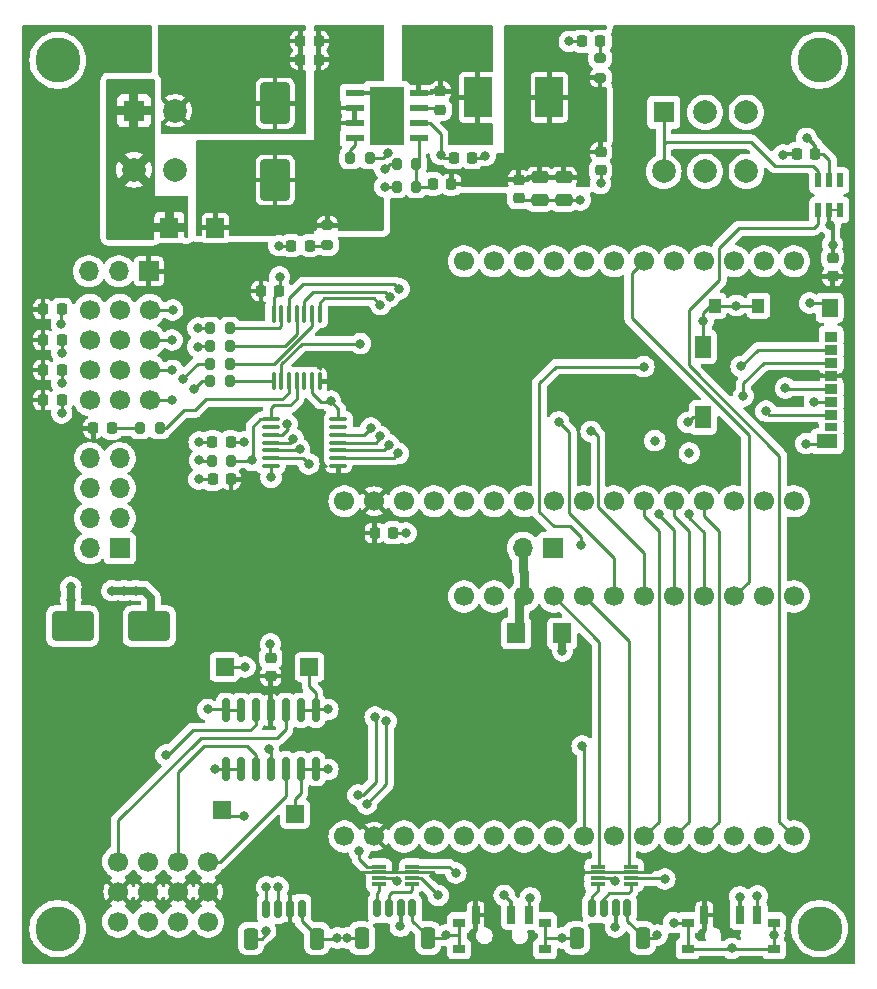
<source format=gbr>
%TF.GenerationSoftware,KiCad,Pcbnew,8.0.3*%
%TF.CreationDate,2024-12-09T22:45:41-06:00*%
%TF.ProjectId,M4_CAN_Feather_Carrier,4d345f43-414e-45f4-9665-61746865725f,6*%
%TF.SameCoordinates,Original*%
%TF.FileFunction,Copper,L1,Top*%
%TF.FilePolarity,Positive*%
%FSLAX46Y46*%
G04 Gerber Fmt 4.6, Leading zero omitted, Abs format (unit mm)*
G04 Created by KiCad (PCBNEW 8.0.3) date 2024-12-09 22:45:41*
%MOMM*%
%LPD*%
G01*
G04 APERTURE LIST*
G04 Aperture macros list*
%AMRoundRect*
0 Rectangle with rounded corners*
0 $1 Rounding radius*
0 $2 $3 $4 $5 $6 $7 $8 $9 X,Y pos of 4 corners*
0 Add a 4 corners polygon primitive as box body*
4,1,4,$2,$3,$4,$5,$6,$7,$8,$9,$2,$3,0*
0 Add four circle primitives for the rounded corners*
1,1,$1+$1,$2,$3*
1,1,$1+$1,$4,$5*
1,1,$1+$1,$6,$7*
1,1,$1+$1,$8,$9*
0 Add four rect primitives between the rounded corners*
20,1,$1+$1,$2,$3,$4,$5,0*
20,1,$1+$1,$4,$5,$6,$7,0*
20,1,$1+$1,$6,$7,$8,$9,0*
20,1,$1+$1,$8,$9,$2,$3,0*%
G04 Aperture macros list end*
%TA.AperFunction,SMDPad,CuDef*%
%ADD10RoundRect,0.250000X1.500000X1.000000X-1.500000X1.000000X-1.500000X-1.000000X1.500000X-1.000000X0*%
%TD*%
%TA.AperFunction,SMDPad,CuDef*%
%ADD11RoundRect,0.250000X1.000000X-1.500000X1.000000X1.500000X-1.000000X1.500000X-1.000000X-1.500000X0*%
%TD*%
%TA.AperFunction,SMDPad,CuDef*%
%ADD12RoundRect,0.225000X0.225000X0.250000X-0.225000X0.250000X-0.225000X-0.250000X0.225000X-0.250000X0*%
%TD*%
%TA.AperFunction,SMDPad,CuDef*%
%ADD13R,1.500000X1.500000*%
%TD*%
%TA.AperFunction,SMDPad,CuDef*%
%ADD14R,1.550000X0.600000*%
%TD*%
%TA.AperFunction,ComponentPad*%
%ADD15C,0.600000*%
%TD*%
%TA.AperFunction,SMDPad,CuDef*%
%ADD16R,2.950000X4.900000*%
%TD*%
%TA.AperFunction,SMDPad,CuDef*%
%ADD17RoundRect,0.200000X0.200000X0.275000X-0.200000X0.275000X-0.200000X-0.275000X0.200000X-0.275000X0*%
%TD*%
%TA.AperFunction,SMDPad,CuDef*%
%ADD18RoundRect,0.200000X-0.275000X0.200000X-0.275000X-0.200000X0.275000X-0.200000X0.275000X0.200000X0*%
%TD*%
%TA.AperFunction,SMDPad,CuDef*%
%ADD19RoundRect,0.218750X0.218750X0.256250X-0.218750X0.256250X-0.218750X-0.256250X0.218750X-0.256250X0*%
%TD*%
%TA.AperFunction,SMDPad,CuDef*%
%ADD20R,1.100000X0.850000*%
%TD*%
%TA.AperFunction,SMDPad,CuDef*%
%ADD21R,1.100000X0.750000*%
%TD*%
%TA.AperFunction,SMDPad,CuDef*%
%ADD22R,1.800000X1.170000*%
%TD*%
%TA.AperFunction,SMDPad,CuDef*%
%ADD23R,1.350000X1.900000*%
%TD*%
%TA.AperFunction,SMDPad,CuDef*%
%ADD24R,1.000000X1.200000*%
%TD*%
%TA.AperFunction,SMDPad,CuDef*%
%ADD25R,1.350000X1.550000*%
%TD*%
%TA.AperFunction,SMDPad,CuDef*%
%ADD26RoundRect,0.250000X-0.475000X0.250000X-0.475000X-0.250000X0.475000X-0.250000X0.475000X0.250000X0*%
%TD*%
%TA.AperFunction,ComponentPad*%
%ADD27C,3.800000*%
%TD*%
%TA.AperFunction,SMDPad,CuDef*%
%ADD28R,1.520000X1.680000*%
%TD*%
%TA.AperFunction,SMDPad,CuDef*%
%ADD29RoundRect,0.087500X0.537500X0.087500X-0.537500X0.087500X-0.537500X-0.087500X0.537500X-0.087500X0*%
%TD*%
%TA.AperFunction,SMDPad,CuDef*%
%ADD30RoundRect,0.200000X0.275000X-0.200000X0.275000X0.200000X-0.275000X0.200000X-0.275000X-0.200000X0*%
%TD*%
%TA.AperFunction,SMDPad,CuDef*%
%ADD31RoundRect,0.225000X-0.250000X0.225000X-0.250000X-0.225000X0.250000X-0.225000X0.250000X0.225000X0*%
%TD*%
%TA.AperFunction,SMDPad,CuDef*%
%ADD32RoundRect,0.225000X0.250000X-0.225000X0.250000X0.225000X-0.250000X0.225000X-0.250000X-0.225000X0*%
%TD*%
%TA.AperFunction,SMDPad,CuDef*%
%ADD33RoundRect,0.100000X0.637500X0.100000X-0.637500X0.100000X-0.637500X-0.100000X0.637500X-0.100000X0*%
%TD*%
%TA.AperFunction,SMDPad,CuDef*%
%ADD34RoundRect,0.225000X-0.225000X-0.250000X0.225000X-0.250000X0.225000X0.250000X-0.225000X0.250000X0*%
%TD*%
%TA.AperFunction,SMDPad,CuDef*%
%ADD35R,2.350000X3.500000*%
%TD*%
%TA.AperFunction,SMDPad,CuDef*%
%ADD36RoundRect,0.150000X-0.150000X0.825000X-0.150000X-0.825000X0.150000X-0.825000X0.150000X0.825000X0*%
%TD*%
%TA.AperFunction,ComponentPad*%
%ADD37C,1.700000*%
%TD*%
%TA.AperFunction,ComponentPad*%
%ADD38R,1.700000X1.700000*%
%TD*%
%TA.AperFunction,ComponentPad*%
%ADD39O,1.700000X1.700000*%
%TD*%
%TA.AperFunction,SMDPad,CuDef*%
%ADD40RoundRect,0.200000X-0.200000X-0.275000X0.200000X-0.275000X0.200000X0.275000X-0.200000X0.275000X0*%
%TD*%
%TA.AperFunction,SMDPad,CuDef*%
%ADD41RoundRect,0.218750X-0.218750X-0.256250X0.218750X-0.256250X0.218750X0.256250X-0.218750X0.256250X0*%
%TD*%
%TA.AperFunction,SMDPad,CuDef*%
%ADD42R,0.700000X1.500000*%
%TD*%
%TA.AperFunction,SMDPad,CuDef*%
%ADD43R,1.000000X0.800000*%
%TD*%
%TA.AperFunction,SMDPad,CuDef*%
%ADD44R,0.500000X1.250000*%
%TD*%
%TA.AperFunction,SMDPad,CuDef*%
%ADD45RoundRect,0.100000X-0.100000X0.637500X-0.100000X-0.637500X0.100000X-0.637500X0.100000X0.637500X0*%
%TD*%
%TA.AperFunction,SMDPad,CuDef*%
%ADD46RoundRect,0.150000X0.150000X0.625000X-0.150000X0.625000X-0.150000X-0.625000X0.150000X-0.625000X0*%
%TD*%
%TA.AperFunction,SMDPad,CuDef*%
%ADD47RoundRect,0.250000X0.350000X0.650000X-0.350000X0.650000X-0.350000X-0.650000X0.350000X-0.650000X0*%
%TD*%
%TA.AperFunction,ComponentPad*%
%ADD48R,1.800000X1.800000*%
%TD*%
%TA.AperFunction,ComponentPad*%
%ADD49C,2.000000*%
%TD*%
%TA.AperFunction,ViaPad*%
%ADD50C,0.800000*%
%TD*%
%TA.AperFunction,Conductor*%
%ADD51C,0.250000*%
%TD*%
%TA.AperFunction,Conductor*%
%ADD52C,0.300000*%
%TD*%
%TA.AperFunction,Conductor*%
%ADD53C,0.635000*%
%TD*%
%TA.AperFunction,Conductor*%
%ADD54C,0.350000*%
%TD*%
%TA.AperFunction,Conductor*%
%ADD55C,0.200000*%
%TD*%
%TA.AperFunction,Conductor*%
%ADD56C,0.645160*%
%TD*%
%TA.AperFunction,Conductor*%
%ADD57C,0.762000*%
%TD*%
G04 APERTURE END LIST*
D10*
%TO.P,C26,1*%
%TO.N,VCC*%
X7750000Y-47900000D03*
%TO.P,C26,2*%
%TO.N,GND*%
X1250000Y-47900000D03*
%TD*%
D11*
%TO.P,C1,1*%
%TO.N,VDD*%
X18400000Y-10130000D03*
%TO.P,C1,2*%
%TO.N,GND*%
X18400000Y-3630000D03*
%TD*%
D12*
%TO.P,C21,1*%
%TO.N,VCC*%
X14645000Y-32310000D03*
%TO.P,C21,2*%
%TO.N,GND*%
X13095000Y-32310000D03*
%TD*%
D13*
%TO.P,TP4,1,1*%
%TO.N,/A3*%
X20100000Y-63800000D03*
%TD*%
D14*
%TO.P,U1,1,GND*%
%TO.N,GND*%
X25150000Y-2765000D03*
%TO.P,U1,2,VIN*%
%TO.N,VDD*%
X25150000Y-4035000D03*
%TO.P,U1,3,EN*%
X25150000Y-5305000D03*
%TO.P,U1,4,PG*%
%TO.N,/PG*%
X25150000Y-6575000D03*
%TO.P,U1,5,FB*%
%TO.N,/FB*%
X30550000Y-6575000D03*
%TO.P,U1,6,VCC*%
%TO.N,/PG_FILT*%
X30550000Y-5305000D03*
%TO.P,U1,7,BOOT*%
%TO.N,/BOOT*%
X30550000Y-4035000D03*
%TO.P,U1,8,SW*%
%TO.N,/SW*%
X30550000Y-2765000D03*
D15*
%TO.P,U1,9,GND*%
%TO.N,GND*%
X27200000Y-2720000D03*
X27200000Y-4020000D03*
X27200000Y-5320000D03*
X27200000Y-6620000D03*
D16*
X27850000Y-4670000D03*
D15*
X28500000Y-2720000D03*
X28500000Y-4020000D03*
X28500000Y-5320000D03*
X28500000Y-6620000D03*
%TD*%
D17*
%TO.P,R7,1*%
%TO.N,/LS_OE_B*%
X8625000Y-31100000D03*
%TO.P,R7,2*%
%TO.N,/LS_OE_R*%
X6975000Y-31100000D03*
%TD*%
D18*
%TO.P,R105,1*%
%TO.N,VDD*%
X22820000Y-13965000D03*
%TO.P,R105,2*%
%TO.N,Net-(D103-A)*%
X22820000Y-15615000D03*
%TD*%
D19*
%TO.P,D1,1,K*%
%TO.N,/DIO0_R*%
X320000Y-21060000D03*
%TO.P,D1,2,A*%
%TO.N,+3.3V*%
X-1255000Y-21060000D03*
%TD*%
D20*
%TO.P,X3,1,DAT2*%
%TO.N,unconnected-(X3-DAT2-Pad1)*%
X65465820Y-23395000D03*
%TO.P,X3,2,CD/DAT3*%
%TO.N,/USD_CS*%
X65465820Y-24495000D03*
%TO.P,X3,3,CMD*%
%TO.N,/MOSI*%
X65465820Y-25595000D03*
%TO.P,X3,4,VDD*%
%TO.N,+3.3V*%
X65465820Y-26695000D03*
%TO.P,X3,5,CLK*%
%TO.N,/SCK*%
X65465820Y-27795000D03*
%TO.P,X3,6,VSS*%
%TO.N,GND*%
X65465820Y-28895000D03*
%TO.P,X3,7,DAT0*%
%TO.N,/MISO*%
X65465820Y-29995000D03*
D21*
%TO.P,X3,8,DAT1*%
%TO.N,unconnected-(X3-DAT1-Pad8)*%
X65465820Y-31045000D03*
D22*
%TO.P,X3,9,F1*%
%TO.N,GND*%
X65115820Y-32255000D03*
D23*
%TO.P,X3,10,F2*%
X54640820Y-30230000D03*
%TO.P,X3,11,F3*%
X54640820Y-24260000D03*
D24*
%TO.P,X3,12,F4*%
X55615820Y-20760000D03*
%TO.P,X3,13,F5*%
X59315820Y-20760000D03*
D25*
%TO.P,X3,14,F6*%
X65340820Y-20935000D03*
%TD*%
D26*
%TO.P,C8,1*%
%TO.N,+5V*%
X40790000Y-9910000D03*
%TO.P,C8,2*%
%TO.N,GND*%
X40790000Y-11810000D03*
%TD*%
D19*
%TO.P,D2,1,K*%
%TO.N,/DIO3_R*%
X320000Y-28752300D03*
%TO.P,D2,2,A*%
%TO.N,+3.3V*%
X-1255000Y-28752300D03*
%TD*%
%TO.P,D4,1,K*%
%TO.N,/DIO1_R*%
X320000Y-23672300D03*
%TO.P,D4,2,A*%
%TO.N,+3.3V*%
X-1255000Y-23672300D03*
%TD*%
D27*
%TO.P,H2,1,1*%
%TO.N,unconnected-(H2-Pad1)*%
X0Y-73500000D03*
%TD*%
D28*
%TO.P,D101,1,C*%
%TO.N,VDD*%
X13350000Y-14150000D03*
%TO.P,D101,2,A*%
%TO.N,+BATT*%
X9450000Y-14150000D03*
%TD*%
D29*
%TO.P,U7,1,B2*%
%TO.N,/SDA_3_LS*%
X48520000Y-69750000D03*
%TO.P,U7,2,GND*%
%TO.N,GND*%
X48520000Y-69250000D03*
%TO.P,U7,3,VCCA*%
%TO.N,+3.3V*%
X48520000Y-68750000D03*
%TO.P,U7,4,A2*%
%TO.N,/SDA_3*%
X48520000Y-68250000D03*
%TO.P,U7,5,A1*%
%TO.N,/SCL_3*%
X45720000Y-68250000D03*
%TO.P,U7,6,OE*%
%TO.N,+3.3V*%
X45720000Y-68750000D03*
%TO.P,U7,7,VCCB*%
%TO.N,VDC*%
X45720000Y-69250000D03*
%TO.P,U7,8,B1*%
%TO.N,/SCL_3_LS*%
X45720000Y-69750000D03*
%TD*%
D27*
%TO.P,H1,1,1*%
%TO.N,unconnected-(H1-Pad1)*%
X0Y0D03*
%TD*%
%TO.P,H4,1,1*%
%TO.N,unconnected-(H4-Pad1)*%
X64500000Y0D03*
%TD*%
D30*
%TO.P,R104,1*%
%TO.N,+5V*%
X45910000Y-1455000D03*
%TO.P,R104,2*%
%TO.N,Net-(D102-A)*%
X45910000Y195000D03*
%TD*%
D31*
%TO.P,C10,1*%
%TO.N,+5V*%
X45950000Y-7765000D03*
%TO.P,C10,2*%
%TO.N,GND*%
X45950000Y-9315000D03*
%TD*%
D19*
%TO.P,D3,1,K*%
%TO.N,/DIO2_R*%
X332500Y-26210000D03*
%TO.P,D3,2,A*%
%TO.N,+3.3V*%
X-1242500Y-26210000D03*
%TD*%
D12*
%TO.P,C3,1*%
%TO.N,VDD*%
X22090000Y1640000D03*
%TO.P,C3,2*%
%TO.N,GND*%
X20540000Y1640000D03*
%TD*%
D32*
%TO.P,C22,1*%
%TO.N,+3.3V*%
X18030000Y-52125000D03*
%TO.P,C22,2*%
%TO.N,GND*%
X18030000Y-50575000D03*
%TD*%
D17*
%TO.P,R3,1*%
%TO.N,/DIO1_B*%
X14537000Y-24168500D03*
%TO.P,R3,2*%
%TO.N,/DIO1_R*%
X12887000Y-24168500D03*
%TD*%
D33*
%TO.P,U3,1,VCCA*%
%TO.N,+3.3V*%
X23762500Y-34300000D03*
%TO.P,U3,2,A1*%
%TO.N,/DIO0*%
X23762500Y-33650000D03*
%TO.P,U3,3,A2*%
%TO.N,/DIO1*%
X23762500Y-33000000D03*
%TO.P,U3,4,A3*%
%TO.N,/DIO2*%
X23762500Y-32350000D03*
%TO.P,U3,5,A4*%
%TO.N,/DIO3*%
X23762500Y-31700000D03*
%TO.P,U3,6,NC_1*%
%TO.N,unconnected-(U3-NC_1-Pad6)*%
X23762500Y-31050000D03*
%TO.P,U3,7,GND*%
%TO.N,GND*%
X23762500Y-30400000D03*
%TO.P,U3,8,OE*%
%TO.N,/LS_OE*%
X18037500Y-30400000D03*
%TO.P,U3,9,NC_2*%
%TO.N,unconnected-(U3-NC_2-Pad9)*%
X18037500Y-31050000D03*
%TO.P,U3,10,B4*%
%TO.N,/DIO3_LS*%
X18037500Y-31700000D03*
%TO.P,U3,11,B3*%
%TO.N,/DIO2_LS*%
X18037500Y-32350000D03*
%TO.P,U3,12,B2*%
%TO.N,/DIO1_LS*%
X18037500Y-33000000D03*
%TO.P,U3,13,B1*%
%TO.N,/DIO0_LS*%
X18037500Y-33650000D03*
%TO.P,U3,14,VCCB*%
%TO.N,VCC*%
X18037500Y-34300000D03*
%TD*%
D34*
%TO.P,C24,1*%
%TO.N,+3.3V*%
X26835000Y-40000000D03*
%TO.P,C24,2*%
%TO.N,GND*%
X28385000Y-40000000D03*
%TD*%
D12*
%TO.P,C20,1*%
%TO.N,+3.3V*%
X14652500Y-35470000D03*
%TO.P,C20,2*%
%TO.N,GND*%
X13102500Y-35470000D03*
%TD*%
D35*
%TO.P,L1,1,1*%
%TO.N,/SW*%
X35555000Y-3120000D03*
%TO.P,L1,2,2*%
%TO.N,+5V*%
X41605000Y-3120000D03*
%TD*%
D36*
%TO.P,U4,1*%
%TO.N,/A0*%
X21844000Y-55019400D03*
%TO.P,U4,2,-*%
X20574000Y-55019400D03*
%TO.P,U4,3,+*%
%TO.N,Net-(J7-S1)*%
X19304000Y-55019400D03*
%TO.P,U4,4,V+*%
%TO.N,+3.3V*%
X18034000Y-55019400D03*
%TO.P,U4,5,+*%
%TO.N,Net-(J7-S2)*%
X16764000Y-55019400D03*
%TO.P,U4,6,-*%
%TO.N,/A1*%
X15494000Y-55019400D03*
%TO.P,U4,7*%
X14224000Y-55019400D03*
%TO.P,U4,8*%
%TO.N,/A2*%
X14224000Y-59969400D03*
%TO.P,U4,9,-*%
X15494000Y-59969400D03*
%TO.P,U4,10,+*%
%TO.N,Net-(J7-S3)*%
X16764000Y-59969400D03*
%TO.P,U4,11,V-*%
%TO.N,GND*%
X18034000Y-59969400D03*
%TO.P,U4,12,+*%
%TO.N,Net-(J7-S4)*%
X19304000Y-59969400D03*
%TO.P,U4,13,-*%
%TO.N,/A3*%
X20574000Y-59969400D03*
%TO.P,U4,14*%
X21844000Y-59969400D03*
%TD*%
D37*
%TO.P,J3,1,S1*%
%TO.N,/DIO0_LS*%
X7787000Y-21132300D03*
%TO.P,J3,2,P1*%
%TO.N,VCC*%
X5247000Y-21132300D03*
%TO.P,J3,3,G1*%
%TO.N,GND*%
X2707000Y-21132300D03*
%TO.P,J3,4,S2*%
%TO.N,/DIO1_LS*%
X7787000Y-23672300D03*
%TO.P,J3,5,P2*%
%TO.N,VCC*%
X5247000Y-23672300D03*
%TO.P,J3,6,G2*%
%TO.N,GND*%
X2707000Y-23672300D03*
%TO.P,J3,7,S3*%
%TO.N,/DIO2_LS*%
X7787000Y-26212300D03*
%TO.P,J3,8,P3*%
%TO.N,VCC*%
X5247000Y-26212300D03*
%TO.P,J3,9,G3*%
%TO.N,GND*%
X2707000Y-26212300D03*
%TO.P,J3,10,S4*%
%TO.N,/DIO3_LS*%
X7787000Y-28752300D03*
%TO.P,J3,11,P4*%
%TO.N,VCC*%
X5247000Y-28752300D03*
%TO.P,J3,12,G4*%
%TO.N,GND*%
X2707000Y-28752300D03*
%TD*%
D12*
%TO.P,C11,1*%
%TO.N,+5V*%
X64150000Y-7900000D03*
%TO.P,C11,2*%
%TO.N,GND*%
X62600000Y-7900000D03*
%TD*%
D38*
%TO.P,J5,1,Pin_1*%
%TO.N,+3.3V*%
X7708500Y-17850300D03*
D39*
%TO.P,J5,2,Pin_2*%
%TO.N,VCC*%
X5168500Y-17850300D03*
%TO.P,J5,3,Pin_3*%
%TO.N,+5V*%
X2628500Y-17850300D03*
%TD*%
D12*
%TO.P,C2,1*%
%TO.N,VDD*%
X22090000Y70000D03*
%TO.P,C2,2*%
%TO.N,GND*%
X20540000Y70000D03*
%TD*%
D34*
%TO.P,C23,1*%
%TO.N,+3.3V*%
X17215000Y-19520000D03*
%TO.P,C23,2*%
%TO.N,GND*%
X18765000Y-19520000D03*
%TD*%
D26*
%TO.P,C7,1*%
%TO.N,+5V*%
X42830000Y-9910000D03*
%TO.P,C7,2*%
%TO.N,GND*%
X42830000Y-11810000D03*
%TD*%
D37*
%TO.P,J7,1,S1*%
%TO.N,Net-(J7-S1)*%
X5115714Y-67830000D03*
%TO.P,J7,2,P1*%
%TO.N,+3.3V*%
X5115714Y-70370000D03*
%TO.P,J7,3,G1*%
%TO.N,GND*%
X5115714Y-72910000D03*
%TO.P,J7,4,S2*%
%TO.N,Net-(J7-S2)*%
X7655714Y-67830000D03*
%TO.P,J7,5,P2*%
%TO.N,+3.3V*%
X7655714Y-70370000D03*
%TO.P,J7,6,G2*%
%TO.N,GND*%
X7655714Y-72910000D03*
%TO.P,J7,7,S3*%
%TO.N,Net-(J7-S3)*%
X10195714Y-67830000D03*
%TO.P,J7,8,P3*%
%TO.N,+3.3V*%
X10195714Y-70370000D03*
%TO.P,J7,9,G3*%
%TO.N,GND*%
X10195714Y-72910000D03*
%TO.P,J7,10,S4*%
%TO.N,Net-(J7-S4)*%
X12735714Y-67830000D03*
%TO.P,J7,11,P4*%
%TO.N,+3.3V*%
X12735714Y-70370000D03*
%TO.P,J7,12,G4*%
%TO.N,GND*%
X12735714Y-72910000D03*
%TD*%
D40*
%TO.P,R101,1*%
%TO.N,/PG*%
X24755000Y-8240000D03*
%TO.P,R101,2*%
%TO.N,/PG_FILT*%
X26405000Y-8240000D03*
%TD*%
D41*
%TO.P,D102,1,K*%
%TO.N,GND*%
X44372500Y1620000D03*
%TO.P,D102,2,A*%
%TO.N,Net-(D102-A)*%
X45947500Y1620000D03*
%TD*%
D29*
%TO.P,U8,1,B2*%
%TO.N,/SDA_1_LS*%
X30000000Y-69750000D03*
%TO.P,U8,2,GND*%
%TO.N,GND*%
X30000000Y-69250000D03*
%TO.P,U8,3,VCCA*%
%TO.N,+3.3V*%
X30000000Y-68750000D03*
%TO.P,U8,4,A2*%
%TO.N,/SDA_1*%
X30000000Y-68250000D03*
%TO.P,U8,5,A1*%
%TO.N,/SCL_1*%
X27200000Y-68250000D03*
%TO.P,U8,6,OE*%
%TO.N,+3.3V*%
X27200000Y-68750000D03*
%TO.P,U8,7,VCCB*%
%TO.N,VD*%
X27200000Y-69250000D03*
%TO.P,U8,8,B1*%
%TO.N,/SCL_1_LS*%
X27200000Y-69750000D03*
%TD*%
D34*
%TO.P,C6,1*%
%TO.N,/FB*%
X31755000Y-10460000D03*
%TO.P,C6,2*%
%TO.N,+5V*%
X33305000Y-10460000D03*
%TD*%
D42*
%TO.P,S2,1,1*%
%TO.N,+3.3V*%
X35370000Y-72350000D03*
%TO.P,S2,2,2*%
%TO.N,VD*%
X38370000Y-72350000D03*
%TO.P,S2,3,3*%
%TO.N,+5V*%
X39870000Y-72350000D03*
D43*
%TO.P,S2,4,4*%
%TO.N,GND*%
X33970000Y-73000000D03*
%TO.P,S2,5,5*%
X33970000Y-75200000D03*
%TO.P,S2,6,6*%
X41270000Y-73000000D03*
%TO.P,S2,7,7*%
X41270000Y-75200000D03*
%TD*%
D40*
%TO.P,R103,1*%
%TO.N,+5V*%
X28705000Y-8780000D03*
%TO.P,R103,2*%
%TO.N,/FB*%
X30355000Y-8780000D03*
%TD*%
D44*
%TO.P,IC1,1,1A*%
%TO.N,/NEOPIXEL*%
X64350000Y-12650000D03*
%TO.P,IC1,2,GND*%
%TO.N,GND*%
X65300000Y-12650000D03*
%TO.P,IC1,3,2A*%
X66250000Y-12650000D03*
%TO.P,IC1,4,2Y*%
%TO.N,unconnected-(IC1-2Y-Pad4)*%
X66250000Y-10150000D03*
%TO.P,IC1,5,VCC*%
%TO.N,+5V*%
X65300000Y-10150000D03*
%TO.P,IC1,6,1Y*%
%TO.N,Net-(IC1-1Y)*%
X64350000Y-10150000D03*
%TD*%
D42*
%TO.P,S1,1,1*%
%TO.N,+3.3V*%
X54730000Y-72350000D03*
%TO.P,S1,2,2*%
%TO.N,VDC*%
X57730000Y-72350000D03*
%TO.P,S1,3,3*%
%TO.N,+5V*%
X59230000Y-72350000D03*
D43*
%TO.P,S1,4,4*%
%TO.N,GND*%
X53330000Y-73000000D03*
%TO.P,S1,5,5*%
X53330000Y-75200000D03*
%TO.P,S1,6,6*%
X60630000Y-73000000D03*
%TO.P,S1,7,7*%
X60630000Y-75200000D03*
%TD*%
D45*
%TO.P,U5,1*%
%TO.N,/DIO2*%
X22175000Y-21437500D03*
%TO.P,U5,2*%
%TO.N,/DIO2_B*%
X21525000Y-21437500D03*
%TO.P,U5,3*%
%TO.N,/DIO1*%
X20875000Y-21437500D03*
%TO.P,U5,4*%
%TO.N,/DIO1_B*%
X20225000Y-21437500D03*
%TO.P,U5,5*%
%TO.N,/DIO0*%
X19575000Y-21437500D03*
%TO.P,U5,6*%
%TO.N,/DIO0_B*%
X18925000Y-21437500D03*
%TO.P,U5,7,GND*%
%TO.N,GND*%
X18275000Y-21437500D03*
%TO.P,U5,8*%
%TO.N,/DIO3_B*%
X18275000Y-27162500D03*
%TO.P,U5,9*%
%TO.N,/DIO3*%
X18925000Y-27162500D03*
%TO.P,U5,10*%
%TO.N,/LS_OE_B*%
X19575000Y-27162500D03*
%TO.P,U5,11*%
%TO.N,/LS_OE*%
X20225000Y-27162500D03*
%TO.P,U5,12*%
%TO.N,unconnected-(U5-Pad12)*%
X20875000Y-27162500D03*
%TO.P,U5,13*%
%TO.N,GND*%
X21525000Y-27162500D03*
%TO.P,U5,14,VCC*%
%TO.N,+3.3V*%
X22175000Y-27162500D03*
%TD*%
D38*
%TO.P,J6,1,Pin_1*%
%TO.N,+5V*%
X41915000Y-41275000D03*
D39*
%TO.P,J6,2,Pin_2*%
%TO.N,Net-(D6-C)*%
X39375000Y-41275000D03*
%TD*%
D32*
%TO.P,C5,1*%
%TO.N,/BOOT*%
X32390000Y-4175000D03*
%TO.P,C5,2*%
%TO.N,/SW*%
X32390000Y-2625000D03*
%TD*%
D28*
%TO.P,D6,1,C*%
%TO.N,Net-(D6-C)*%
X38820000Y-48520000D03*
%TO.P,D6,2,A*%
%TO.N,+5V*%
X42720000Y-48520000D03*
%TD*%
D13*
%TO.P,TP3,1,1*%
%TO.N,/A2*%
X13900000Y-63450000D03*
%TD*%
D17*
%TO.P,R2,1*%
%TO.N,/DIO2_B*%
X14537000Y-25670000D03*
%TO.P,R2,2*%
%TO.N,/DIO2_R*%
X12887000Y-25670000D03*
%TD*%
D27*
%TO.P,H3,1,1*%
%TO.N,unconnected-(H3-Pad1)*%
X64500000Y-73500000D03*
%TD*%
D46*
%TO.P,X4,1,GND*%
%TO.N,GND*%
X48220000Y-71785000D03*
%TO.P,X4,2,V+*%
%TO.N,VDC*%
X47220000Y-71785000D03*
%TO.P,X4,3,SDA*%
%TO.N,/SDA_3_LS*%
X46220000Y-71785000D03*
%TO.P,X4,4,SCL*%
%TO.N,/SCL_3_LS*%
X45220000Y-71785000D03*
D47*
%TO.P,X4,MP,MP*%
%TO.N,GND*%
X49520000Y-74310000D03*
X43920000Y-74310000D03*
%TD*%
D46*
%TO.P,X1,1,GND*%
%TO.N,GND*%
X20660000Y-71818800D03*
%TO.P,X1,2,V+*%
%TO.N,+3.3V*%
X19660000Y-71818800D03*
%TO.P,X1,3,SDA*%
%TO.N,/SDA*%
X18660000Y-71818800D03*
%TO.P,X1,4,SCL*%
%TO.N,/SCL*%
X17660000Y-71818800D03*
D47*
%TO.P,X1,MP,MP*%
%TO.N,GND*%
X21960000Y-74343800D03*
X16360000Y-74343800D03*
%TD*%
D46*
%TO.P,X2,1,GND*%
%TO.N,GND*%
X30029200Y-71785000D03*
%TO.P,X2,2,V+*%
%TO.N,VD*%
X29029200Y-71785000D03*
%TO.P,X2,3,SDA*%
%TO.N,/SDA_1_LS*%
X28029200Y-71785000D03*
%TO.P,X2,4,SCL*%
%TO.N,/SCL_1_LS*%
X27029200Y-71785000D03*
D47*
%TO.P,X2,MP,MP*%
%TO.N,GND*%
X31329200Y-74310000D03*
X25729200Y-74310000D03*
%TD*%
D17*
%TO.P,R1,1*%
%TO.N,/DIO3_B*%
X14537000Y-27168500D03*
%TO.P,R1,2*%
%TO.N,/DIO3_R*%
X12887000Y-27168500D03*
%TD*%
D19*
%TO.P,D8,1,K*%
%TO.N,/LS_OE_R*%
X4577500Y-31140000D03*
%TO.P,D8,2,A*%
%TO.N,+3.3V*%
X3002500Y-31140000D03*
%TD*%
D38*
%TO.P,J4,1,Pin_1*%
%TO.N,VCC*%
X5247000Y-41300000D03*
D39*
%TO.P,J4,2,Pin_2*%
%TO.N,GND*%
X2707000Y-41300000D03*
%TO.P,J4,3,Pin_3*%
%TO.N,VCC*%
X5247000Y-38760000D03*
%TO.P,J4,4,Pin_4*%
%TO.N,GND*%
X2707000Y-38760000D03*
%TO.P,J4,5,Pin_5*%
%TO.N,VCC*%
X5247000Y-36220000D03*
%TO.P,J4,6,Pin_6*%
%TO.N,GND*%
X2707000Y-36220000D03*
%TO.P,J4,7,Pin_7*%
%TO.N,VCC*%
X5247000Y-33680000D03*
%TO.P,J4,8,Pin_8*%
%TO.N,GND*%
X2707000Y-33680000D03*
%TD*%
D37*
%TO.P,U2,1,RST*%
%TO.N,unconnected-(U2-RST-Pad1)*%
X24270000Y-65705000D03*
%TO.P,U2,2,3V*%
%TO.N,+3.3V*%
X26780000Y-65705000D03*
%TO.P,U2,3,ARef*%
%TO.N,unconnected-(U2-ARef-Pad3)*%
X29320000Y-65705000D03*
%TO.P,U2,4,GND*%
%TO.N,GND*%
X31860000Y-65705000D03*
%TO.P,U2,5,A0*%
%TO.N,/A0*%
X34400000Y-65705000D03*
%TO.P,U2,6,A1*%
%TO.N,/A1*%
X36940000Y-65705000D03*
%TO.P,U2,7,A2*%
%TO.N,/A2*%
X39480000Y-65705000D03*
%TO.P,U2,8,A3*%
%TO.N,/A3*%
X42020000Y-65705000D03*
%TO.P,U2,9,A4*%
%TO.N,/USD_CS*%
X44560000Y-65705000D03*
%TO.P,U2,10,A5*%
%TO.N,/LS_OE*%
X47100000Y-65705000D03*
%TO.P,U2,11,SCK*%
%TO.N,/SCK*%
X49640000Y-65705000D03*
%TO.P,U2,12,MOSI*%
%TO.N,/MOSI*%
X52180000Y-65705000D03*
%TO.P,U2,13,MISO*%
%TO.N,/MISO*%
X54720000Y-65705000D03*
%TO.P,U2,14,D0*%
%TO.N,/SCL_1*%
X57260000Y-65705000D03*
%TO.P,U2,15,D1*%
%TO.N,/SDA_1*%
X59800000Y-65705000D03*
%TO.P,U2,16,D4*%
%TO.N,/NEOPIXEL*%
X62340000Y-65705000D03*
%TO.P,U2,17,SDA*%
%TO.N,/SDA*%
X62340000Y-45385000D03*
%TO.P,U2,18,SCL*%
%TO.N,/SCL*%
X59800000Y-45385000D03*
%TO.P,U2,19,D5*%
%TO.N,/ETH_CS*%
X57260000Y-45385000D03*
%TO.P,U2,20,D6*%
%TO.N,/DIO0*%
X54720000Y-45385000D03*
%TO.P,U2,21,D9*%
%TO.N,/DIO1*%
X52180000Y-45385000D03*
%TO.P,U2,22,D10*%
%TO.N,/DIO2*%
X49640000Y-45385000D03*
%TO.P,U2,23,D11*%
%TO.N,/DIO3*%
X47100000Y-45385000D03*
%TO.P,U2,24,D12*%
%TO.N,/SDA_3*%
X44560000Y-45385000D03*
%TO.P,U2,25,D13*%
%TO.N,/SCL_3*%
X42020000Y-45385000D03*
%TO.P,U2,26,VBUS*%
%TO.N,Net-(D6-C)*%
X39480000Y-45385000D03*
%TO.P,U2,27,EN*%
%TO.N,unconnected-(U2-EN-Pad27)*%
X36940000Y-45385000D03*
%TO.P,U2,28,VBAT*%
%TO.N,unconnected-(U2-VBAT-Pad28)*%
X34400000Y-45385000D03*
%TD*%
D17*
%TO.P,R6,1*%
%TO.N,/LS_OE*%
X14695000Y-33880000D03*
%TO.P,R6,2*%
%TO.N,GND*%
X13045000Y-33880000D03*
%TD*%
%TO.P,R102,1*%
%TO.N,/FB*%
X30335000Y-10690000D03*
%TO.P,R102,2*%
%TO.N,GND*%
X28685000Y-10690000D03*
%TD*%
D37*
%TO.P,U6,1,RST*%
%TO.N,unconnected-(U6-RST-Pad1)*%
X24270000Y-37325000D03*
%TO.P,U6,2,3V*%
%TO.N,+3.3V*%
X26780000Y-37325000D03*
%TO.P,U6,3,ARef*%
%TO.N,unconnected-(U6-ARef-Pad3)*%
X29320000Y-37325000D03*
%TO.P,U6,4,GND*%
%TO.N,GND*%
X31860000Y-37325000D03*
%TO.P,U6,5,A0*%
%TO.N,unconnected-(U6-A0-Pad5)*%
X34400000Y-37325000D03*
%TO.P,U6,6,A1*%
%TO.N,unconnected-(U6-A1-Pad6)*%
X36940000Y-37325000D03*
%TO.P,U6,7,A2*%
%TO.N,unconnected-(U6-A2-Pad7)*%
X39480000Y-37325000D03*
%TO.P,U6,8,A3*%
%TO.N,unconnected-(U6-A3-Pad8)*%
X42020000Y-37325000D03*
%TO.P,U6,9,A4*%
%TO.N,unconnected-(U6-A4-Pad9)*%
X44560000Y-37325000D03*
%TO.P,U6,10,A5*%
%TO.N,unconnected-(U6-A5-Pad10)*%
X47100000Y-37325000D03*
%TO.P,U6,11,SCK*%
%TO.N,/SCK*%
X49640000Y-37325000D03*
%TO.P,U6,12,MOSI*%
%TO.N,/MOSI*%
X52180000Y-37325000D03*
%TO.P,U6,13,MISO*%
%TO.N,/MISO*%
X54720000Y-37325000D03*
%TO.P,U6,14,D0*%
%TO.N,unconnected-(U6-D0-Pad14)*%
X57260000Y-37325000D03*
%TO.P,U6,15,D1*%
%TO.N,unconnected-(U6-D1-Pad15)*%
X59800000Y-37325000D03*
%TO.P,U6,16,D4*%
%TO.N,unconnected-(U6-D4-Pad16)*%
X62340000Y-37325000D03*
%TO.P,U6,17,SDA*%
%TO.N,unconnected-(U6-SDA-Pad17)*%
X62340000Y-17005000D03*
%TO.P,U6,18,SCL*%
%TO.N,unconnected-(U6-SCL-Pad18)*%
X59800000Y-17005000D03*
%TO.P,U6,19,D5*%
%TO.N,unconnected-(U6-D5-Pad19)*%
X57260000Y-17005000D03*
%TO.P,U6,20,D6*%
%TO.N,unconnected-(U6-D6-Pad20)*%
X54720000Y-17005000D03*
%TO.P,U6,21,D9*%
%TO.N,unconnected-(U6-D9-Pad21)*%
X52180000Y-17005000D03*
%TO.P,U6,22,D10*%
%TO.N,/ETH_CS*%
X49640000Y-17005000D03*
%TO.P,U6,23,D11*%
%TO.N,unconnected-(U6-D11-Pad23)*%
X47100000Y-17005000D03*
%TO.P,U6,24,D12*%
%TO.N,unconnected-(U6-D12-Pad24)*%
X44560000Y-17005000D03*
%TO.P,U6,25,D13*%
%TO.N,unconnected-(U6-D13-Pad25)*%
X42020000Y-17005000D03*
%TO.P,U6,26,VBUS*%
%TO.N,unconnected-(U6-VBUS-Pad26)*%
X39480000Y-17005000D03*
%TO.P,U6,27,EN*%
%TO.N,unconnected-(U6-EN-Pad27)*%
X36940000Y-17005000D03*
%TO.P,U6,28,VBAT*%
%TO.N,unconnected-(U6-VBAT-Pad28)*%
X34400000Y-17005000D03*
%TD*%
D13*
%TO.P,TP1,1,1*%
%TO.N,/A0*%
X21300000Y-51347600D03*
%TD*%
D41*
%TO.P,D103,1,K*%
%TO.N,GND*%
X19772500Y-15680000D03*
%TO.P,D103,2,A*%
%TO.N,Net-(D103-A)*%
X21347500Y-15680000D03*
%TD*%
D13*
%TO.P,TP2,1,1*%
%TO.N,/A1*%
X14122400Y-51347600D03*
%TD*%
D48*
%TO.P,J1,1,1.1*%
%TO.N,+BATT*%
X6450000Y-4250000D03*
D49*
%TO.P,J1,2,1.2*%
X6450000Y-9250000D03*
%TO.P,J1,3,2.1*%
%TO.N,GND*%
X9950000Y-4250000D03*
%TO.P,J1,4,2.2*%
X9950000Y-9250000D03*
%TD*%
D31*
%TO.P,C9,1*%
%TO.N,+5V*%
X39020000Y-10105000D03*
%TO.P,C9,2*%
%TO.N,GND*%
X39020000Y-11655000D03*
%TD*%
D17*
%TO.P,R4,1*%
%TO.N,/DIO0_B*%
X14537000Y-22670000D03*
%TO.P,R4,2*%
%TO.N,/DIO0_R*%
X12887000Y-22670000D03*
%TD*%
D48*
%TO.P,J2,1,1.1*%
%TO.N,Net-(IC1-1Y)*%
X51300000Y-4400000D03*
D49*
%TO.P,J2,2,1.2*%
X51300000Y-9400000D03*
%TO.P,J2,3,2.1*%
%TO.N,+5V*%
X54800000Y-4400000D03*
%TO.P,J2,4,2.2*%
X54800000Y-9400000D03*
%TO.P,J2,5,3.1*%
%TO.N,GND*%
X58300000Y-4400000D03*
%TO.P,J2,6,3.2*%
X58300000Y-9400000D03*
%TD*%
D32*
%TO.P,C25,1*%
%TO.N,+3.3V*%
X65600000Y-18275000D03*
%TO.P,C25,2*%
%TO.N,GND*%
X65600000Y-16725000D03*
%TD*%
D34*
%TO.P,C4,1*%
%TO.N,/PG_FILT*%
X33535000Y-8240000D03*
%TO.P,C4,2*%
%TO.N,GND*%
X35085000Y-8240000D03*
%TD*%
D50*
%TO.N,GND*%
X63350000Y-32450000D03*
X65400000Y-13900000D03*
X63650000Y-20550000D03*
X54650000Y-22050000D03*
X18720000Y-15680000D03*
X17856200Y-58332600D03*
X52130000Y-73000000D03*
X65600000Y-15600000D03*
X61400000Y-8000000D03*
X11960000Y-32308800D03*
X18000000Y-49400000D03*
X51400000Y-69305000D03*
X1100000Y-45700000D03*
X15750000Y250000D03*
X23100000Y-28850000D03*
X27670000Y-10690000D03*
X17600000Y-73700000D03*
X32843800Y-74056400D03*
X32200000Y-70700000D03*
X43310000Y1620000D03*
X57450000Y-20750000D03*
X18780000Y-18330000D03*
X64050000Y-28900000D03*
X29490000Y-40000000D03*
X44240000Y-11810000D03*
X15780000Y1450000D03*
X57070000Y-75190000D03*
X60630000Y-74040000D03*
X24523800Y-74306400D03*
X16980000Y1450000D03*
X53350000Y-30650000D03*
X1100000Y-44600000D03*
X11990000Y-33870000D03*
X16950000Y250000D03*
X11937500Y-35450000D03*
X50758600Y-74056400D03*
X36170000Y-8050000D03*
X42706800Y-74306400D03*
X45950000Y-10400000D03*
X23679600Y-74314800D03*
%TO.N,+5V*%
X44620000Y-3940000D03*
X59230000Y-70760000D03*
X63400000Y-6600000D03*
X45530000Y-4400000D03*
X38860000Y-5030000D03*
X44630000Y-5900000D03*
X45520000Y-3420000D03*
X37150000Y-10000000D03*
X45530000Y-5380000D03*
X44630000Y-4920000D03*
X36100000Y-10000000D03*
X38860000Y-3723332D03*
X27700000Y-9200000D03*
X40000000Y-70900000D03*
X38860000Y-2416666D03*
X38860000Y-1110000D03*
X42730000Y-49990000D03*
%TO.N,/DIO3_LS*%
X19425500Y-30800000D03*
X9677400Y-28752800D03*
%TO.N,/DIO2_LS*%
X9702800Y-26238200D03*
X19950000Y-32050000D03*
%TO.N,/DIO1_LS*%
X20471346Y-32925500D03*
X9677400Y-23672800D03*
%TO.N,/DIO0_LS*%
X9728200Y-21132800D03*
X21250000Y-34150000D03*
%TO.N,/DIO2_R*%
X10600000Y-26980000D03*
X340000Y-27350000D03*
%TO.N,/DIO3_R*%
X330000Y-29850000D03*
X11550000Y-27860000D03*
%TO.N,/DIO0_R*%
X300000Y-22290000D03*
X11870000Y-22670000D03*
%TO.N,/DIO1_R*%
X330000Y-24760000D03*
X11872500Y-24232500D03*
%TO.N,/LS_OE*%
X16430000Y-33860000D03*
%TO.N,/A0*%
X22860000Y-54954400D03*
%TO.N,/A1*%
X12700000Y-54954400D03*
X15849600Y-51347600D03*
%TO.N,/A2*%
X15722600Y-63996800D03*
X13335000Y-60034400D03*
%TO.N,/A3*%
X22860000Y-60034400D03*
%TO.N,/SCK*%
X61600000Y-27750000D03*
%TO.N,/MOSI*%
X58050000Y-28400000D03*
%TO.N,/SCL_1*%
X25500000Y-66900000D03*
%TO.N,/SDA_1*%
X33700000Y-68800000D03*
%TO.N,/SDA*%
X26150000Y-62950000D03*
X18660000Y-69990000D03*
X27800000Y-55944100D03*
%TO.N,/SCL*%
X17660000Y-69990000D03*
X26865940Y-55586978D03*
X25400000Y-62200000D03*
%TO.N,/DIO0*%
X28920000Y-19360000D03*
X28820000Y-33280000D03*
X53470000Y-33250000D03*
X53470000Y-38410000D03*
%TO.N,/DIO1*%
X50550000Y-32200000D03*
X28060000Y-32550000D03*
X28090000Y-19990000D03*
X50920000Y-38410000D03*
%TO.N,/DIO2*%
X27260000Y-31820000D03*
X27310000Y-20680000D03*
X45150000Y-31400000D03*
%TO.N,/DIO3*%
X26500000Y-31120000D03*
X42410000Y-30600000D03*
X25600000Y-23970000D03*
%TO.N,Net-(J7-S2)*%
X9150000Y-58800000D03*
%TO.N,/MISO*%
X59950000Y-29700000D03*
%TO.N,/USD_CS*%
X44400000Y-58050000D03*
X57850000Y-25900000D03*
X44300000Y-40998000D03*
X49620000Y-25920000D03*
%TO.N,/PG_FILT*%
X27950000Y-7800000D03*
X32440000Y-7980000D03*
%TO.N,VCC*%
X18050000Y-35300000D03*
X15760000Y-32310000D03*
X5600000Y-44900000D03*
X6600000Y-44900000D03*
X4600000Y-44900000D03*
%TO.N,VDC*%
X47200000Y-69500000D03*
X57730000Y-70810000D03*
X47210000Y-73380000D03*
%TO.N,VD*%
X37800000Y-70700000D03*
X29000000Y-73300000D03*
X28700000Y-69500000D03*
%TD*%
D51*
%TO.N,GND*%
X49520000Y-74310000D02*
X50755000Y-74310000D01*
X48220000Y-71785000D02*
X48220000Y-72834600D01*
X42700400Y-74300000D02*
X41270000Y-74300000D01*
X41270000Y-73000000D02*
X41270000Y-74300000D01*
X32843800Y-74056400D02*
X33926400Y-74056400D01*
X17256200Y-74343800D02*
X16360000Y-74343800D01*
X64950000Y-20550000D02*
X65335000Y-20935000D01*
X17600000Y-73700000D02*
X17600000Y-74000000D01*
X21525000Y-28175000D02*
X22250000Y-28900000D01*
D52*
X65600000Y-15600000D02*
X65600000Y-16725000D01*
D51*
X53330000Y-73000000D02*
X53330000Y-75200000D01*
X23050000Y-28900000D02*
X23100000Y-28850000D01*
X64900000Y-32450000D02*
X63350000Y-32450000D01*
D53*
X1100000Y-45700000D02*
X1100000Y-44500000D01*
D51*
X54650000Y-22050000D02*
X54640820Y-22059180D01*
X19772500Y-15680000D02*
X18720000Y-15680000D01*
X51345000Y-69250000D02*
X51400000Y-69305000D01*
X18034000Y-58510400D02*
X17856200Y-58332600D01*
X33926400Y-74056400D02*
X33970000Y-74100000D01*
X11957500Y-35470000D02*
X13102500Y-35470000D01*
X57450000Y-20750000D02*
X57440000Y-20760000D01*
X20660000Y-71818800D02*
X20660000Y-72870000D01*
X65095000Y-32255000D02*
X64900000Y-32450000D01*
X54640820Y-22040820D02*
X54650000Y-22050000D01*
D54*
X27155000Y-2765000D02*
X27200000Y-2720000D01*
D51*
X33970000Y-73000000D02*
X33970000Y-74100000D01*
X42706800Y-74306400D02*
X42700400Y-74300000D01*
X55240000Y-20760000D02*
X54650000Y-21350000D01*
X18780000Y-19505000D02*
X18275000Y-20010000D01*
X63650000Y-20550000D02*
X64950000Y-20550000D01*
X45950000Y-9315000D02*
X45950000Y-10400000D01*
X35085000Y-8240000D02*
X35980000Y-8240000D01*
X54650000Y-21350000D02*
X54650000Y-21600000D01*
X30000000Y-69250000D02*
X30750000Y-69250000D01*
X53330000Y-75200000D02*
X57060000Y-75200000D01*
X57440000Y-20760000D02*
X55615820Y-20760000D01*
X21960000Y-74343800D02*
X23650600Y-74343800D01*
X40790000Y-11810000D02*
X39175000Y-11810000D01*
X12000000Y-33880000D02*
X13045000Y-33880000D01*
X65340820Y-20935000D02*
X65335000Y-20935000D01*
D53*
X1100000Y-47900000D02*
X1100000Y-45700000D01*
D51*
X57080000Y-75200000D02*
X60630000Y-75200000D01*
X54640820Y-30230000D02*
X53770000Y-30230000D01*
X42830000Y-11810000D02*
X40790000Y-11810000D01*
X65115820Y-32255000D02*
X65095000Y-32255000D01*
X53770000Y-30230000D02*
X53350000Y-30650000D01*
X64055000Y-28895000D02*
X64050000Y-28900000D01*
X35980000Y-8240000D02*
X36170000Y-8050000D01*
D52*
X65300000Y-13800000D02*
X65300000Y-12650000D01*
D51*
X28685000Y-10690000D02*
X27670000Y-10690000D01*
X31329200Y-74310000D02*
X32840200Y-74310000D01*
D55*
X65300000Y-12650000D02*
X66250000Y-12650000D01*
D51*
X25729200Y-74310000D02*
X24490800Y-74310000D01*
X18000000Y-50545000D02*
X18030000Y-50575000D01*
X43920000Y-74310000D02*
X42710400Y-74310000D01*
X11990000Y-33870000D02*
X12000000Y-33880000D01*
X13093800Y-32308800D02*
X13095000Y-32310000D01*
X20660000Y-72870000D02*
X21960000Y-74170000D01*
X53330000Y-73000000D02*
X52130000Y-73000000D01*
X48520000Y-69250000D02*
X51345000Y-69250000D01*
X41270000Y-74300000D02*
X41270000Y-75200000D01*
X21960000Y-74170000D02*
X21960000Y-74343800D01*
X17600000Y-74000000D02*
X17256200Y-74343800D01*
D52*
X61500000Y-7900000D02*
X62600000Y-7900000D01*
D51*
X21525000Y-27162500D02*
X21525000Y-28175000D01*
X57460000Y-20760000D02*
X57450000Y-20750000D01*
X54650000Y-21600000D02*
X54640820Y-21609180D01*
X18275000Y-20010000D02*
X18275000Y-21437500D01*
X65335000Y-20935000D02*
X65000000Y-20600000D01*
X30029200Y-72849200D02*
X31329200Y-74149200D01*
X30029200Y-71785000D02*
X30029200Y-72849200D01*
X33970000Y-74100000D02*
X33970000Y-75200000D01*
X54640820Y-21609180D02*
X54640820Y-22040820D01*
X11960000Y-32308800D02*
X13093800Y-32308800D01*
X39175000Y-11810000D02*
X39020000Y-11655000D01*
X18034000Y-59969400D02*
X18034000Y-58510400D01*
X59315820Y-20760000D02*
X57460000Y-20760000D01*
X55615820Y-20760000D02*
X55240000Y-20760000D01*
X60630000Y-73000000D02*
X60630000Y-74040000D01*
X65465820Y-28895000D02*
X64055000Y-28895000D01*
X48220000Y-72834600D02*
X49520000Y-74134600D01*
X18000000Y-49400000D02*
X18000000Y-50545000D01*
D52*
X65400000Y-13900000D02*
X65600000Y-14100000D01*
D51*
X57070000Y-74940000D02*
X57080000Y-74950000D01*
X60630000Y-74040000D02*
X60630000Y-75200000D01*
X54640820Y-22059180D02*
X54640820Y-24260000D01*
X23762500Y-29512500D02*
X23762500Y-30400000D01*
D52*
X65600000Y-14100000D02*
X65600000Y-15600000D01*
D51*
X22250000Y-28900000D02*
X23050000Y-28900000D01*
X28385000Y-40000000D02*
X29490000Y-40000000D01*
D52*
X61400000Y-8000000D02*
X61500000Y-7900000D01*
D51*
X44240000Y-11810000D02*
X42830000Y-11810000D01*
X44372500Y1620000D02*
X43310000Y1620000D01*
D52*
X65400000Y-13900000D02*
X65300000Y-13800000D01*
D51*
X57060000Y-74950000D02*
X57070000Y-74940000D01*
X30750000Y-69250000D02*
X32200000Y-70700000D01*
X18780000Y-18330000D02*
X18780000Y-19505000D01*
X23100000Y-28850000D02*
X23762500Y-29512500D01*
D54*
X25150000Y-2765000D02*
X27155000Y-2765000D01*
D51*
%TO.N,+3.3V*%
X30000000Y-68750000D02*
X31750000Y-68750000D01*
X43850000Y-68750000D02*
X48520000Y-68750000D01*
X45720000Y-68750000D02*
X43850000Y-68750000D01*
X43850000Y-68750000D02*
X43800000Y-68800000D01*
X31750000Y-68750000D02*
X32400000Y-69400000D01*
X27200000Y-68750000D02*
X30000000Y-68750000D01*
X50150000Y-68750000D02*
X50900000Y-68000000D01*
X48520000Y-68750000D02*
X50150000Y-68750000D01*
X25550000Y-68750000D02*
X25100000Y-69200000D01*
X27200000Y-68750000D02*
X25550000Y-68750000D01*
%TO.N,/NEOPIXEL*%
X64350000Y-13850000D02*
X64350000Y-12650000D01*
X56000000Y-15900000D02*
X57700000Y-14200000D01*
X53467000Y-25817000D02*
X53467000Y-21158820D01*
X61100000Y-33450000D02*
X53467000Y-25817000D01*
X53467000Y-21158820D02*
X56000000Y-18625820D01*
X56000000Y-18625820D02*
X56000000Y-15900000D01*
X62340000Y-65705000D02*
X61100000Y-64465000D01*
X64000000Y-14200000D02*
X64350000Y-13850000D01*
X61100000Y-64465000D02*
X61100000Y-33450000D01*
X57700000Y-14200000D02*
X64000000Y-14200000D01*
%TO.N,+5V*%
X28120000Y-8780000D02*
X28705000Y-8780000D01*
X27700000Y-9200000D02*
X28120000Y-8780000D01*
X64150000Y-7900000D02*
X64800000Y-7900000D01*
D56*
X42730000Y-48530000D02*
X42720000Y-48520000D01*
D51*
X59230000Y-72350000D02*
X59230000Y-70760000D01*
D52*
X64150000Y-7250000D02*
X63500000Y-6600000D01*
D56*
X42730000Y-49990000D02*
X42730000Y-48530000D01*
D51*
X65300000Y-8400000D02*
X65300000Y-10150000D01*
X39870000Y-71030000D02*
X40000000Y-70900000D01*
X39870000Y-72350000D02*
X39870000Y-71030000D01*
D52*
X64150000Y-7900000D02*
X64150000Y-7250000D01*
X63500000Y-6600000D02*
X63400000Y-6600000D01*
D51*
X64800000Y-7900000D02*
X65300000Y-8400000D01*
%TO.N,/DIO3_LS*%
X7787000Y-28752300D02*
X9676900Y-28752300D01*
X18037500Y-31700000D02*
X18950000Y-31700000D01*
X19450000Y-31200000D02*
X19425500Y-31175500D01*
X19425500Y-31175500D02*
X19425500Y-30800000D01*
X18950000Y-31700000D02*
X19450000Y-31200000D01*
X9676900Y-28752300D02*
X9677400Y-28752800D01*
%TO.N,/DIO2_LS*%
X7787000Y-26212300D02*
X9676900Y-26212300D01*
X9676900Y-26212300D02*
X9702800Y-26238200D01*
X19650000Y-32350000D02*
X19950000Y-32050000D01*
X18037500Y-32350000D02*
X19650000Y-32350000D01*
%TO.N,/DIO1_LS*%
X9676900Y-23672300D02*
X9677400Y-23672800D01*
X20396846Y-33000000D02*
X20471346Y-32925500D01*
X18037500Y-33000000D02*
X20396846Y-33000000D01*
X7787000Y-23672300D02*
X9676900Y-23672300D01*
%TO.N,/DIO0_LS*%
X18037500Y-33650000D02*
X20750000Y-33650000D01*
X9727700Y-21132300D02*
X9728200Y-21132800D01*
X20750000Y-33650000D02*
X21250000Y-34150000D01*
X7787000Y-21132300D02*
X9727700Y-21132300D01*
%TO.N,/DIO2_R*%
X10600000Y-26980000D02*
X10600000Y-26910000D01*
X11840000Y-25670000D02*
X12887000Y-25670000D01*
X10600000Y-26910000D02*
X11840000Y-25670000D01*
X332500Y-27342500D02*
X340000Y-27350000D01*
X332500Y-26210000D02*
X332500Y-27342500D01*
%TO.N,/DIO3_R*%
X320000Y-29840000D02*
X330000Y-29850000D01*
X12181500Y-27168500D02*
X12887000Y-27168500D01*
X320000Y-28752300D02*
X320000Y-29840000D01*
X11550000Y-27860000D02*
X11550000Y-27800000D01*
X11550000Y-27800000D02*
X12181500Y-27168500D01*
%TO.N,/DIO0_R*%
X12887000Y-22670000D02*
X11870000Y-22670000D01*
X300000Y-22290000D02*
X300000Y-21080000D01*
X300000Y-21080000D02*
X320000Y-21060000D01*
%TO.N,/DIO1_R*%
X11936500Y-24168500D02*
X12887000Y-24168500D01*
X320000Y-24750000D02*
X330000Y-24760000D01*
X320000Y-23672300D02*
X320000Y-24750000D01*
X11872500Y-24232500D02*
X11936500Y-24168500D01*
%TO.N,/LS_OE*%
X19700000Y-29200000D02*
X18300000Y-29200000D01*
X16430000Y-33860000D02*
X16410000Y-33880000D01*
X18037500Y-29462500D02*
X18037500Y-30400000D01*
X16530000Y-31020000D02*
X17150000Y-30400000D01*
X17150000Y-30400000D02*
X18037500Y-30400000D01*
X16530000Y-33760000D02*
X16530000Y-31020000D01*
X16430000Y-33860000D02*
X16530000Y-33760000D01*
X20225000Y-28675000D02*
X19700000Y-29200000D01*
X16410000Y-33880000D02*
X14695000Y-33880000D01*
X20225000Y-27162500D02*
X20225000Y-28675000D01*
X18300000Y-29200000D02*
X18037500Y-29462500D01*
D57*
%TO.N,Net-(D6-C)*%
X39030000Y-45835000D02*
X39030000Y-48310000D01*
X39375000Y-43210400D02*
X39480000Y-43315400D01*
X39480000Y-45385000D02*
X39030000Y-45835000D01*
X39030000Y-48310000D02*
X38820000Y-48520000D01*
X39375000Y-41275000D02*
X39375000Y-43210400D01*
X39480000Y-43315400D02*
X39480000Y-45385000D01*
D51*
%TO.N,/LS_OE_R*%
X6935000Y-31140000D02*
X6975000Y-31100000D01*
X4577500Y-31140000D02*
X6935000Y-31140000D01*
%TO.N,/A0*%
X21844000Y-55019400D02*
X21844000Y-53532000D01*
X20574000Y-55019400D02*
X21844000Y-55019400D01*
X22860000Y-54954400D02*
X21909000Y-54954400D01*
X21909000Y-54954400D02*
X21844000Y-55019400D01*
X21300000Y-52988000D02*
X21300000Y-51347600D01*
X21844000Y-53532000D02*
X21300000Y-52988000D01*
%TO.N,/A1*%
X14159000Y-54954400D02*
X14224000Y-55019400D01*
X12700000Y-54954400D02*
X14159000Y-54954400D01*
X14224000Y-55019400D02*
X15494000Y-55019400D01*
X15849600Y-51347600D02*
X14122400Y-51347600D01*
%TO.N,/A2*%
X14159000Y-60034400D02*
X14224000Y-59969400D01*
X13335000Y-60034400D02*
X14159000Y-60034400D01*
X15722600Y-63996800D02*
X14020800Y-63996800D01*
X14224000Y-59969400D02*
X15494000Y-59969400D01*
%TO.N,/A3*%
X20574000Y-59969400D02*
X20574000Y-62026000D01*
X22860000Y-60034400D02*
X21909000Y-60034400D01*
X21909000Y-60034400D02*
X21844000Y-59969400D01*
X20100000Y-62500000D02*
X20100000Y-63800000D01*
X20574000Y-59969400D02*
X21844000Y-59969400D01*
X20574000Y-62026000D02*
X20100000Y-62500000D01*
%TO.N,/SCK*%
X61645000Y-27795000D02*
X65465820Y-27795000D01*
X49640000Y-37325000D02*
X49640000Y-38590000D01*
X50901600Y-64443400D02*
X49640000Y-65705000D01*
X61600000Y-27750000D02*
X61645000Y-27795000D01*
X50901600Y-39851600D02*
X50901600Y-64443400D01*
X49640000Y-38590000D02*
X50901600Y-39851600D01*
%TO.N,/MOSI*%
X58050000Y-27350000D02*
X59805000Y-25595000D01*
X52180000Y-37325000D02*
X52180000Y-38580000D01*
X59805000Y-25595000D02*
X65465820Y-25595000D01*
X52180000Y-38580000D02*
X53441600Y-39841600D01*
X53441600Y-64443400D02*
X52180000Y-65705000D01*
X53441600Y-39841600D02*
X53441600Y-64443400D01*
X58050000Y-28400000D02*
X58050000Y-27350000D01*
%TO.N,/SCL_1*%
X26150000Y-68250000D02*
X27200000Y-68250000D01*
X25500000Y-67600000D02*
X26150000Y-68250000D01*
X25500000Y-66900000D02*
X25500000Y-67600000D01*
%TO.N,/SDA_1*%
X33700000Y-68800000D02*
X33150000Y-68250000D01*
X33150000Y-68250000D02*
X30000000Y-68250000D01*
%TO.N,/SDA*%
X27800000Y-61300000D02*
X27800000Y-55944100D01*
X18660000Y-69990000D02*
X18660000Y-71818800D01*
X26150000Y-62950000D02*
X27800000Y-61300000D01*
%TO.N,/SCL*%
X25800000Y-62200000D02*
X25400000Y-62200000D01*
X26900000Y-55621038D02*
X26900000Y-61100000D01*
X26865940Y-55586978D02*
X26900000Y-55621038D01*
X17660000Y-69990000D02*
X17660000Y-71818800D01*
X26900000Y-61100000D02*
X25800000Y-62200000D01*
%TO.N,/DIO0*%
X28500000Y-18940000D02*
X20790000Y-18940000D01*
X53470000Y-38410000D02*
X53470000Y-38710000D01*
X20790000Y-18940000D02*
X19575000Y-20155000D01*
X28450000Y-33650000D02*
X23762500Y-33650000D01*
X53470000Y-38710000D02*
X54720000Y-39960000D01*
X28920000Y-19360000D02*
X28500000Y-18940000D01*
X19575000Y-20155000D02*
X19575000Y-21437500D01*
X54720000Y-39960000D02*
X54720000Y-45385000D01*
X28820000Y-33280000D02*
X28450000Y-33650000D01*
%TO.N,/DIO1*%
X20875000Y-20345000D02*
X20875000Y-21437500D01*
X27720000Y-19620000D02*
X21600000Y-19620000D01*
X28090000Y-19990000D02*
X27720000Y-19620000D01*
X28060000Y-32550000D02*
X27610000Y-33000000D01*
X52180000Y-39730000D02*
X52180000Y-45385000D01*
X50920000Y-38470000D02*
X52180000Y-39730000D01*
X50900000Y-38430000D02*
X50900000Y-38450000D01*
X27610000Y-33000000D02*
X23762500Y-33000000D01*
X21600000Y-19620000D02*
X20875000Y-20345000D01*
X50920000Y-38410000D02*
X50900000Y-38430000D01*
%TO.N,/DIO2*%
X27260000Y-32010000D02*
X26920000Y-32350000D01*
X45735000Y-31795000D02*
X45735000Y-37811701D01*
X27310000Y-20680000D02*
X26770000Y-20140000D01*
X22175000Y-20525000D02*
X22175000Y-21437500D01*
X45340000Y-31400000D02*
X45735000Y-31795000D01*
X26920000Y-32350000D02*
X23762500Y-32350000D01*
X45150000Y-31400000D02*
X45340000Y-31400000D01*
X27260000Y-31820000D02*
X27260000Y-32010000D01*
X45735000Y-37811701D02*
X49640000Y-41716701D01*
X22560000Y-20140000D02*
X22175000Y-20525000D01*
X26770000Y-20140000D02*
X22560000Y-20140000D01*
X49640000Y-41716701D02*
X49640000Y-45385000D01*
%TO.N,/DIO3*%
X25920000Y-31700000D02*
X23762500Y-31700000D01*
X18925000Y-25711396D02*
X18925000Y-27162500D01*
X43290000Y-31480000D02*
X43290000Y-38290000D01*
X25600000Y-23970000D02*
X20666396Y-23970000D01*
X47100000Y-42100000D02*
X47100000Y-45385000D01*
X26500000Y-31120000D02*
X25920000Y-31700000D01*
X43290000Y-38290000D02*
X47100000Y-42100000D01*
X20666396Y-23970000D02*
X18925000Y-25711396D01*
X42410000Y-30600000D02*
X43290000Y-31480000D01*
%TO.N,/SDA_3*%
X44560000Y-45385000D02*
X48336200Y-49161200D01*
X48336200Y-49161200D02*
X48336200Y-68066200D01*
X48336200Y-68066200D02*
X48520000Y-68250000D01*
%TO.N,/SCL_3*%
X45847000Y-49212000D02*
X45847000Y-68123000D01*
X42020000Y-45385000D02*
X45847000Y-49212000D01*
X45847000Y-68123000D02*
X45720000Y-68250000D01*
%TO.N,Net-(D102-A)*%
X45947500Y1620000D02*
X45947500Y232500D01*
X45947500Y232500D02*
X45910000Y195000D01*
%TO.N,Net-(D103-A)*%
X21347500Y-15680000D02*
X22755000Y-15680000D01*
X22755000Y-15680000D02*
X22820000Y-15615000D01*
%TO.N,Net-(J7-S1)*%
X5100000Y-64350000D02*
X12100000Y-57350000D01*
X19304000Y-56646000D02*
X19304000Y-55019400D01*
X5100000Y-67814286D02*
X5100000Y-64350000D01*
X12100000Y-57350000D02*
X18600000Y-57350000D01*
X5115714Y-67830000D02*
X5100000Y-67814286D01*
X18600000Y-57350000D02*
X19304000Y-56646000D01*
%TO.N,Net-(J7-S4)*%
X19304000Y-59969400D02*
X19304000Y-62296000D01*
X13770000Y-67830000D02*
X12735714Y-67830000D01*
X19304000Y-62296000D02*
X13770000Y-67830000D01*
%TO.N,Net-(J7-S3)*%
X16764000Y-59969400D02*
X16764000Y-58814000D01*
X12400000Y-58050000D02*
X10170000Y-60280000D01*
X16000000Y-58050000D02*
X12400000Y-58050000D01*
X10170000Y-60280000D02*
X10170000Y-65770000D01*
X10170000Y-65770000D02*
X10195714Y-65795714D01*
X16764000Y-58814000D02*
X16000000Y-58050000D01*
X10195714Y-65795714D02*
X10195714Y-67830000D01*
%TO.N,Net-(J7-S2)*%
X16300000Y-56700000D02*
X11450000Y-56700000D01*
X9350000Y-58800000D02*
X9150000Y-58800000D01*
X16764000Y-55019400D02*
X16764000Y-56236000D01*
X11450000Y-56700000D02*
X9350000Y-58800000D01*
X16764000Y-56236000D02*
X16300000Y-56700000D01*
%TO.N,/DIO3_B*%
X18269000Y-27168500D02*
X18275000Y-27162500D01*
X14537000Y-27168500D02*
X18269000Y-27168500D01*
%TO.N,/DIO0_B*%
X18925000Y-22445000D02*
X18925000Y-21437500D01*
X18700000Y-22670000D02*
X18925000Y-22445000D01*
X14537000Y-22670000D02*
X18700000Y-22670000D01*
%TO.N,/DIO1_B*%
X14537000Y-24168500D02*
X19195104Y-24168500D01*
X20225000Y-23138604D02*
X20225000Y-21437500D01*
X19195104Y-24168500D02*
X20225000Y-23138604D01*
%TO.N,/DIO2_B*%
X14537000Y-25670000D02*
X18330000Y-25670000D01*
X21525000Y-22475000D02*
X21525000Y-21437500D01*
X18330000Y-25670000D02*
X21525000Y-22475000D01*
%TO.N,/LS_OE_B*%
X8625000Y-31100000D02*
X9150000Y-31100000D01*
X10650000Y-29600000D02*
X11620000Y-29600000D01*
X12520000Y-28700000D02*
X19000000Y-28700000D01*
X19000000Y-28700000D02*
X19575000Y-28125000D01*
X19575000Y-28125000D02*
X19575000Y-27162500D01*
X9150000Y-31100000D02*
X10650000Y-29600000D01*
X11620000Y-29600000D02*
X12520000Y-28700000D01*
%TO.N,/MISO*%
X54720000Y-65705000D02*
X55956200Y-64468800D01*
X59950000Y-29700000D02*
X60245000Y-29995000D01*
X60245000Y-29995000D02*
X65465820Y-29995000D01*
X55956200Y-39806200D02*
X54720000Y-38570000D01*
X54720000Y-38570000D02*
X54720000Y-37325000D01*
X55956200Y-64468800D02*
X55956200Y-39806200D01*
%TO.N,/ETH_CS*%
X58500000Y-44145000D02*
X57260000Y-45385000D01*
X48610000Y-18035000D02*
X48610000Y-21810000D01*
X48610000Y-21810000D02*
X58500000Y-31700000D01*
X58500000Y-31700000D02*
X58500000Y-44145000D01*
X49640000Y-17005000D02*
X48610000Y-18035000D01*
%TO.N,/USD_CS*%
X41990000Y-39450000D02*
X43400000Y-39450000D01*
X44560000Y-65705000D02*
X44560000Y-58210000D01*
X49620000Y-25920000D02*
X42180000Y-25920000D01*
X43400000Y-39450000D02*
X44300000Y-40350000D01*
X42180000Y-25920000D02*
X40750000Y-27350000D01*
X40750000Y-27350000D02*
X40750000Y-38210000D01*
X65465820Y-24495000D02*
X59255000Y-24495000D01*
X44560000Y-58210000D02*
X44400000Y-58050000D01*
X59255000Y-24495000D02*
X57850000Y-25900000D01*
X40750000Y-38210000D02*
X41990000Y-39450000D01*
X44300000Y-40350000D02*
X44300000Y-40998000D01*
%TO.N,/PG_FILT*%
X27510000Y-8240000D02*
X26405000Y-8240000D01*
X32440000Y-7980000D02*
X32440000Y-6270000D01*
X27950000Y-7800000D02*
X27510000Y-8240000D01*
X32700000Y-8240000D02*
X33535000Y-8240000D01*
X31475000Y-5305000D02*
X30550000Y-5305000D01*
X32440000Y-6270000D02*
X31475000Y-5305000D01*
X32440000Y-7980000D02*
X32700000Y-8240000D01*
%TO.N,/BOOT*%
X30550000Y-4035000D02*
X32250000Y-4035000D01*
X32250000Y-4035000D02*
X32390000Y-4175000D01*
%TO.N,/FB*%
X30335000Y-10690000D02*
X31525000Y-10690000D01*
X30550000Y-6575000D02*
X30550000Y-8975000D01*
X30355000Y-9170000D02*
X30355000Y-10670000D01*
X30550000Y-8975000D02*
X30355000Y-9170000D01*
X30355000Y-10670000D02*
X30335000Y-10690000D01*
X31525000Y-10690000D02*
X31755000Y-10460000D01*
%TO.N,/PG*%
X25150000Y-6575000D02*
X25150000Y-7190000D01*
X25150000Y-7190000D02*
X24755000Y-7585000D01*
X24755000Y-7585000D02*
X24755000Y-8240000D01*
D53*
%TO.N,VCC*%
X6500000Y-44900000D02*
X5500000Y-44900000D01*
D51*
X14688450Y-32310000D02*
X14684800Y-32306350D01*
X18037500Y-35287500D02*
X18050000Y-35300000D01*
D53*
X5500000Y-44900000D02*
X4500000Y-44900000D01*
X7300000Y-44900000D02*
X6500000Y-44900000D01*
D51*
X15760000Y-32310000D02*
X14688450Y-32310000D01*
X18037500Y-34300000D02*
X18037500Y-35287500D01*
D53*
X7900000Y-45500000D02*
X7300000Y-44900000D01*
X7900000Y-47900000D02*
X7900000Y-45500000D01*
D51*
%TO.N,VDC*%
X46950000Y-69250000D02*
X47200000Y-69500000D01*
D54*
X47220000Y-71785000D02*
X47220000Y-73370000D01*
D51*
X45720000Y-69250000D02*
X46950000Y-69250000D01*
D54*
X57730000Y-70810000D02*
X57730000Y-72350000D01*
D52*
%TO.N,VD*%
X38370000Y-71270000D02*
X38370000Y-72350000D01*
X37800000Y-70700000D02*
X38370000Y-71270000D01*
D51*
X28450000Y-69250000D02*
X28700000Y-69500000D01*
D52*
X29029200Y-73270800D02*
X29000000Y-73300000D01*
X29029200Y-71785000D02*
X29029200Y-73270800D01*
D51*
X27200000Y-69250000D02*
X28450000Y-69250000D01*
%TO.N,/SCL_3_LS*%
X45220000Y-70780000D02*
X45220000Y-71785000D01*
X45720000Y-70280000D02*
X45220000Y-70780000D01*
X45720000Y-69750000D02*
X45720000Y-70280000D01*
%TO.N,/SDA_3_LS*%
X48520000Y-70280000D02*
X48520000Y-69750000D01*
X46220000Y-70980000D02*
X46700000Y-70500000D01*
X48300000Y-70500000D02*
X48520000Y-70280000D01*
X46700000Y-70500000D02*
X48300000Y-70500000D01*
X46220000Y-71785000D02*
X46220000Y-70980000D01*
%TO.N,/SCL_1_LS*%
X27200000Y-69750000D02*
X27200000Y-70300000D01*
X27029200Y-70470800D02*
X27029200Y-71785000D01*
X27200000Y-70300000D02*
X27029200Y-70470800D01*
%TO.N,/SDA_1_LS*%
X29800000Y-70400000D02*
X28300000Y-70400000D01*
X30000000Y-69750000D02*
X30000000Y-70200000D01*
X28029200Y-70670800D02*
X28029200Y-71785000D01*
X28300000Y-70400000D02*
X28029200Y-70670800D01*
X30000000Y-70200000D02*
X29800000Y-70400000D01*
%TO.N,Net-(IC1-1Y)*%
X63900000Y-8900000D02*
X60700000Y-8900000D01*
X60700000Y-8900000D02*
X58700000Y-6900000D01*
X51500000Y-6900000D02*
X51300000Y-7100000D01*
X64350000Y-10150000D02*
X64350000Y-9350000D01*
X51300000Y-7100000D02*
X51300000Y-4400000D01*
X51300000Y-9400000D02*
X51300000Y-7100000D01*
X64350000Y-9350000D02*
X63900000Y-8900000D01*
X58700000Y-6900000D02*
X51500000Y-6900000D01*
%TD*%
%TA.AperFunction,Conductor*%
%TO.N,+BATT*%
G36*
X10992121Y-11520002D02*
G01*
X11038614Y-11573658D01*
X11050000Y-11626000D01*
X11050000Y-14884000D01*
X11029998Y-14952121D01*
X10976342Y-14998614D01*
X10924000Y-15010000D01*
X10844000Y-15010000D01*
X10775879Y-14989998D01*
X10729386Y-14936342D01*
X10718000Y-14884000D01*
X10718000Y-14531000D01*
X8182000Y-14531000D01*
X8182000Y-15010000D01*
X8110000Y-15010000D01*
X8110000Y-13261402D01*
X8182000Y-13261402D01*
X8182000Y-13769000D01*
X9069000Y-13769000D01*
X9831000Y-13769000D01*
X10718000Y-13769000D01*
X10718000Y-13261414D01*
X10717999Y-13261402D01*
X10711494Y-13200906D01*
X10660444Y-13064035D01*
X10660444Y-13064034D01*
X10572904Y-12947095D01*
X10455965Y-12859555D01*
X10319093Y-12808505D01*
X10258597Y-12802000D01*
X9831000Y-12802000D01*
X9831000Y-13769000D01*
X9069000Y-13769000D01*
X9069000Y-12802000D01*
X8641402Y-12802000D01*
X8580906Y-12808505D01*
X8444035Y-12859555D01*
X8444034Y-12859555D01*
X8327095Y-12947095D01*
X8239555Y-13064034D01*
X8239555Y-13064035D01*
X8188505Y-13200906D01*
X8182000Y-13261402D01*
X8110000Y-13261402D01*
X8110000Y-11500000D01*
X8210000Y-11500000D01*
X10924000Y-11500000D01*
X10992121Y-11520002D01*
G37*
%TD.AperFunction*%
%TD*%
%TA.AperFunction,Conductor*%
%TO.N,GND*%
G36*
X20932121Y2979998D02*
G01*
X20978614Y2926342D01*
X20990000Y2874000D01*
X20990000Y2638564D01*
X20969998Y2570443D01*
X20916342Y2523950D01*
X20854108Y2512953D01*
X20828115Y2515000D01*
X20740000Y2515000D01*
X20740000Y-805000D01*
X20828115Y-805000D01*
X20854108Y-802953D01*
X20923589Y-817545D01*
X20974151Y-867385D01*
X20990000Y-928564D01*
X20990000Y-6130500D01*
X20969998Y-6198621D01*
X20916342Y-6245114D01*
X20864000Y-6256500D01*
X11785990Y-6256500D01*
X11703938Y-6265322D01*
X11676851Y-6268234D01*
X11676847Y-6268234D01*
X11676845Y-6268235D01*
X11675950Y-6268380D01*
X11674150Y-6268524D01*
X11673497Y-6268595D01*
X11673495Y-6268577D01*
X11655810Y-6270000D01*
X8849500Y-6270000D01*
X8781379Y-6249998D01*
X8734886Y-6196342D01*
X8723500Y-6144000D01*
X8723500Y-5219438D01*
X8743502Y-5151317D01*
X8797158Y-5104824D01*
X8815310Y-5101847D01*
X9407242Y-4509915D01*
X9469881Y-4618408D01*
X9581592Y-4730119D01*
X9690084Y-4792757D01*
X9111438Y-5371403D01*
X9181647Y-5426049D01*
X9181650Y-5426050D01*
X9385699Y-5536477D01*
X9385701Y-5536478D01*
X9605137Y-5611810D01*
X9605146Y-5611812D01*
X9833997Y-5650000D01*
X10066003Y-5650000D01*
X10294853Y-5611812D01*
X10294862Y-5611810D01*
X10514298Y-5536478D01*
X10514300Y-5536477D01*
X10718349Y-5426050D01*
X10718353Y-5426048D01*
X10788561Y-5371402D01*
X10612810Y-5195651D01*
X16750000Y-5195651D01*
X16752899Y-5232489D01*
X16798719Y-5390202D01*
X16882314Y-5531552D01*
X16882319Y-5531559D01*
X16998440Y-5647680D01*
X16998447Y-5647685D01*
X17139797Y-5731280D01*
X17297510Y-5777100D01*
X17334348Y-5779999D01*
X17334351Y-5780000D01*
X18200000Y-5780000D01*
X18600000Y-5780000D01*
X19465649Y-5780000D01*
X19465651Y-5779999D01*
X19502489Y-5777100D01*
X19660202Y-5731280D01*
X19801552Y-5647685D01*
X19801559Y-5647680D01*
X19917680Y-5531559D01*
X19917685Y-5531552D01*
X20001280Y-5390202D01*
X20047100Y-5232489D01*
X20049999Y-5195651D01*
X20050000Y-5195649D01*
X20050000Y-3830000D01*
X18600000Y-3830000D01*
X18600000Y-5780000D01*
X18200000Y-5780000D01*
X18200000Y-3830000D01*
X16750000Y-3830000D01*
X16750000Y-5195651D01*
X10612810Y-5195651D01*
X10209916Y-4792757D01*
X10318408Y-4730119D01*
X10430119Y-4618408D01*
X10492757Y-4509914D01*
X11073244Y-5090401D01*
X11185484Y-4918606D01*
X11278680Y-4706140D01*
X11278683Y-4706133D01*
X11335636Y-4481229D01*
X11354797Y-4250000D01*
X11335636Y-4018770D01*
X11278683Y-3793866D01*
X11278680Y-3793859D01*
X11185487Y-3581399D01*
X11185480Y-3581387D01*
X11073244Y-3409596D01*
X10492757Y-3990083D01*
X10430119Y-3881592D01*
X10318408Y-3769881D01*
X10209915Y-3707242D01*
X10788561Y-3128596D01*
X10718352Y-3073950D01*
X10718351Y-3073949D01*
X10514300Y-2963522D01*
X10514298Y-2963521D01*
X10294862Y-2888189D01*
X10294853Y-2888187D01*
X10066003Y-2850000D01*
X9833997Y-2850000D01*
X9605146Y-2888187D01*
X9605137Y-2888189D01*
X9385701Y-2963521D01*
X9385699Y-2963522D01*
X9181648Y-3073949D01*
X9181647Y-3073950D01*
X9111438Y-3128596D01*
X9690084Y-3707242D01*
X9581592Y-3769881D01*
X9469881Y-3881592D01*
X9407242Y-3990084D01*
X8814131Y-3396973D01*
X8792674Y-3393018D01*
X8740896Y-3344444D01*
X8723500Y-3280560D01*
X8723500Y-2064348D01*
X16750000Y-2064348D01*
X16750000Y-3430000D01*
X18200000Y-3430000D01*
X18600000Y-3430000D01*
X20050000Y-3430000D01*
X20050000Y-2064350D01*
X20049999Y-2064348D01*
X20047100Y-2027510D01*
X20001280Y-1869797D01*
X19917685Y-1728447D01*
X19917680Y-1728440D01*
X19801559Y-1612319D01*
X19801552Y-1612314D01*
X19660202Y-1528719D01*
X19502489Y-1482899D01*
X19465650Y-1480000D01*
X18600000Y-1480000D01*
X18600000Y-3430000D01*
X18200000Y-3430000D01*
X18200000Y-1480000D01*
X17334350Y-1480000D01*
X17297510Y-1482899D01*
X17139797Y-1528719D01*
X16998447Y-1612314D01*
X16998440Y-1612319D01*
X16882319Y-1728440D01*
X16882314Y-1728447D01*
X16798719Y-1869797D01*
X16752899Y-2027510D01*
X16750000Y-2064348D01*
X8723500Y-2064348D01*
X8723500Y-1686005D01*
X8723499Y-1685990D01*
X8722833Y-1679796D01*
X8711766Y-1576851D01*
X8700380Y-1524509D01*
X8665710Y-1420343D01*
X8586692Y-1297388D01*
X8542420Y-1246296D01*
X8540601Y-1244079D01*
X8493487Y-1203254D01*
X8455104Y-1143528D01*
X8450000Y-1108030D01*
X8450000Y-243120D01*
X19690000Y-243120D01*
X19692788Y-278541D01*
X19692790Y-278554D01*
X19736846Y-430194D01*
X19817226Y-566109D01*
X19817232Y-566116D01*
X19928883Y-677767D01*
X19928890Y-677773D01*
X20064805Y-758153D01*
X20216445Y-802209D01*
X20216458Y-802211D01*
X20251879Y-804999D01*
X20251881Y-805000D01*
X20340000Y-805000D01*
X20340000Y-130000D01*
X19690000Y-130000D01*
X19690000Y-243120D01*
X8450000Y-243120D01*
X8450000Y1326879D01*
X19690000Y1326879D01*
X19692788Y1291458D01*
X19692790Y1291445D01*
X19736846Y1139805D01*
X19817226Y1003890D01*
X19817232Y1003883D01*
X19877021Y944095D01*
X19911047Y881783D01*
X19905982Y810968D01*
X19877021Y765905D01*
X19817232Y706116D01*
X19817226Y706109D01*
X19736846Y570194D01*
X19692790Y418554D01*
X19692788Y418541D01*
X19690000Y383120D01*
X19690000Y270000D01*
X20340000Y270000D01*
X20340000Y1440000D01*
X19690000Y1440000D01*
X19690000Y1326879D01*
X8450000Y1326879D01*
X8450000Y1953120D01*
X19690000Y1953120D01*
X19690000Y1840000D01*
X20340000Y1840000D01*
X20340000Y2515000D01*
X20251880Y2515000D01*
X20216458Y2512211D01*
X20216445Y2512209D01*
X20064805Y2468153D01*
X19928890Y2387773D01*
X19928883Y2387767D01*
X19817232Y2276116D01*
X19817226Y2276109D01*
X19736846Y2140194D01*
X19692790Y1988554D01*
X19692788Y1988541D01*
X19690000Y1953120D01*
X8450000Y1953120D01*
X8450000Y2874000D01*
X8470002Y2942121D01*
X8523658Y2988614D01*
X8576000Y3000000D01*
X20864000Y3000000D01*
X20932121Y2979998D01*
G37*
%TD.AperFunction*%
%TD*%
%TA.AperFunction,Conductor*%
%TO.N,VDD*%
G36*
X27582121Y2979998D02*
G01*
X27628614Y2926342D01*
X27640000Y2874000D01*
X27640000Y-1585500D01*
X27619998Y-1653621D01*
X27566342Y-1700114D01*
X27514000Y-1711500D01*
X26326350Y-1711500D01*
X26265803Y-1718009D01*
X26265795Y-1718011D01*
X26128797Y-1769110D01*
X26128792Y-1769112D01*
X26011741Y-1856736D01*
X26011739Y-1856739D01*
X25974854Y-1906010D01*
X25918021Y-1948555D01*
X25873988Y-1956500D01*
X24326350Y-1956500D01*
X24265803Y-1963009D01*
X24265795Y-1963011D01*
X24128797Y-2014110D01*
X24128792Y-2014112D01*
X24011738Y-2101738D01*
X23924112Y-2218792D01*
X23924110Y-2218797D01*
X23873011Y-2355795D01*
X23873009Y-2355803D01*
X23866500Y-2416350D01*
X23866500Y-3113649D01*
X23873009Y-3174196D01*
X23873011Y-3174204D01*
X23924110Y-3311202D01*
X23924112Y-3311207D01*
X24006742Y-3421586D01*
X24031553Y-3488106D01*
X24018141Y-3554297D01*
X23989834Y-3609852D01*
X23975000Y-3703519D01*
X23975000Y-3835000D01*
X25224000Y-3835000D01*
X25292121Y-3855002D01*
X25338614Y-3908658D01*
X25350000Y-3961000D01*
X25350000Y-5379000D01*
X25329998Y-5447121D01*
X25276342Y-5493614D01*
X25224000Y-5505000D01*
X23975001Y-5505000D01*
X23975001Y-5636479D01*
X23989834Y-5730146D01*
X24018141Y-5785701D01*
X24031245Y-5855478D01*
X24006742Y-5918413D01*
X23924112Y-6028792D01*
X23924110Y-6028797D01*
X23873011Y-6165795D01*
X23873009Y-6165803D01*
X23866500Y-6226350D01*
X23866500Y-6923649D01*
X23873009Y-6984196D01*
X23873011Y-6984204D01*
X23924110Y-7121202D01*
X23924112Y-7121207D01*
X24011738Y-7238261D01*
X24048613Y-7265865D01*
X24091160Y-7322701D01*
X24096224Y-7393516D01*
X24062200Y-7455828D01*
X23993184Y-7524844D01*
X23904172Y-7672088D01*
X23904170Y-7672093D01*
X23852986Y-7836353D01*
X23846500Y-7907737D01*
X23846500Y-8572261D01*
X23852986Y-8643646D01*
X23852986Y-8643647D01*
X23904170Y-8807906D01*
X23904172Y-8807911D01*
X23993184Y-8955155D01*
X23993188Y-8955160D01*
X24114839Y-9076811D01*
X24114844Y-9076815D01*
X24114845Y-9076816D01*
X24262087Y-9165827D01*
X24426351Y-9217013D01*
X24497735Y-9223500D01*
X25012264Y-9223499D01*
X25083649Y-9217013D01*
X25247913Y-9165827D01*
X25395155Y-9076816D01*
X25395160Y-9076811D01*
X25490905Y-8981067D01*
X25553217Y-8947041D01*
X25624032Y-8952106D01*
X25669095Y-8981067D01*
X25764839Y-9076811D01*
X25764844Y-9076815D01*
X25764845Y-9076816D01*
X25912087Y-9165827D01*
X26076351Y-9217013D01*
X26147735Y-9223500D01*
X26662264Y-9223499D01*
X26664040Y-9223337D01*
X26664373Y-9223403D01*
X26665106Y-9223370D01*
X26665111Y-9223499D01*
X26665119Y-9223499D01*
X26665119Y-9223550D01*
X26733690Y-9237091D01*
X26784848Y-9286318D01*
X26800752Y-9335647D01*
X26806458Y-9389928D01*
X26865473Y-9571556D01*
X26865476Y-9571561D01*
X26960958Y-9736941D01*
X26960961Y-9736945D01*
X27057381Y-9844031D01*
X27088098Y-9908039D01*
X27079333Y-9978492D01*
X27057380Y-10012651D01*
X26930965Y-10153048D01*
X26930958Y-10153058D01*
X26835476Y-10318438D01*
X26835473Y-10318445D01*
X26776457Y-10500072D01*
X26756496Y-10690000D01*
X26776457Y-10879927D01*
X26806526Y-10972470D01*
X26835473Y-11061556D01*
X26835476Y-11061561D01*
X26930958Y-11226941D01*
X26930965Y-11226951D01*
X27058744Y-11368864D01*
X27058747Y-11368866D01*
X27213248Y-11481118D01*
X27387712Y-11558794D01*
X27540198Y-11591206D01*
X27602670Y-11624933D01*
X27636992Y-11687083D01*
X27640000Y-11714452D01*
X27640000Y-14284000D01*
X27619998Y-14352121D01*
X27566342Y-14398614D01*
X27514000Y-14410000D01*
X23811597Y-14410000D01*
X23743476Y-14389998D01*
X23696983Y-14336342D01*
X23686675Y-14267553D01*
X23694999Y-14204322D01*
X23695000Y-14204316D01*
X23695000Y-14165000D01*
X21945001Y-14165000D01*
X21945001Y-14204330D01*
X21953325Y-14267554D01*
X21942386Y-14337703D01*
X21895257Y-14390801D01*
X21828403Y-14410000D01*
X21660000Y-14410000D01*
X21660000Y-13725674D01*
X21945000Y-13725674D01*
X21945000Y-13765000D01*
X22620000Y-13765000D01*
X23020000Y-13765000D01*
X23694999Y-13765000D01*
X23694999Y-13725678D01*
X23694998Y-13725669D01*
X23679555Y-13608370D01*
X23679554Y-13608366D01*
X23619100Y-13462411D01*
X23522925Y-13337074D01*
X23397588Y-13240899D01*
X23251631Y-13180444D01*
X23134325Y-13165000D01*
X23020000Y-13165000D01*
X23020000Y-13765000D01*
X22620000Y-13765000D01*
X22620000Y-13165000D01*
X22505686Y-13165000D01*
X22505673Y-13165001D01*
X22388370Y-13180443D01*
X22388366Y-13180445D01*
X22242411Y-13240899D01*
X22117074Y-13337074D01*
X22020899Y-13462411D01*
X21960444Y-13608368D01*
X21945000Y-13725674D01*
X21660000Y-13725674D01*
X21660000Y-4973519D01*
X23975000Y-4973519D01*
X23975000Y-5105000D01*
X24950000Y-5105000D01*
X24950000Y-4235000D01*
X23975001Y-4235000D01*
X23975001Y-4366479D01*
X23989834Y-4460146D01*
X24047360Y-4573046D01*
X24047361Y-4573048D01*
X24055218Y-4580905D01*
X24089244Y-4643217D01*
X24084179Y-4714032D01*
X24055218Y-4759095D01*
X24047361Y-4766951D01*
X24047360Y-4766953D01*
X23989834Y-4879853D01*
X23975000Y-4973519D01*
X21660000Y-4973519D01*
X21660000Y-930139D01*
X21680002Y-862018D01*
X21733658Y-815525D01*
X21795893Y-804528D01*
X21801886Y-805000D01*
X21890000Y-805000D01*
X22290000Y-805000D01*
X22378119Y-805000D01*
X22378120Y-804999D01*
X22413541Y-802211D01*
X22413554Y-802209D01*
X22565194Y-758153D01*
X22701109Y-677773D01*
X22701116Y-677767D01*
X22812767Y-566116D01*
X22812773Y-566109D01*
X22893153Y-430194D01*
X22937209Y-278554D01*
X22937211Y-278541D01*
X22939999Y-243120D01*
X22940000Y-243119D01*
X22940000Y-130000D01*
X22290000Y-130000D01*
X22290000Y-805000D01*
X21890000Y-805000D01*
X21890000Y270000D01*
X22290000Y270000D01*
X22940000Y270000D01*
X22940000Y383119D01*
X22939999Y383120D01*
X22937211Y418541D01*
X22937209Y418554D01*
X22893153Y570194D01*
X22812773Y706109D01*
X22812767Y706116D01*
X22752979Y765905D01*
X22718953Y828217D01*
X22724018Y899032D01*
X22752979Y944095D01*
X22812767Y1003883D01*
X22812773Y1003890D01*
X22893153Y1139805D01*
X22937209Y1291445D01*
X22937211Y1291458D01*
X22939999Y1326879D01*
X22940000Y1326880D01*
X22940000Y1440000D01*
X22290000Y1440000D01*
X22290000Y270000D01*
X21890000Y270000D01*
X21890000Y1840000D01*
X22290000Y1840000D01*
X22940000Y1840000D01*
X22940000Y1953119D01*
X22939999Y1953120D01*
X22937211Y1988541D01*
X22937209Y1988554D01*
X22893153Y2140194D01*
X22812773Y2276109D01*
X22812767Y2276116D01*
X22701116Y2387767D01*
X22701109Y2387773D01*
X22565194Y2468153D01*
X22413554Y2512209D01*
X22413541Y2512211D01*
X22378120Y2515000D01*
X22290000Y2515000D01*
X22290000Y1840000D01*
X21890000Y1840000D01*
X21890000Y2515000D01*
X21801886Y2515000D01*
X21795893Y2514528D01*
X21726412Y2529120D01*
X21675850Y2578959D01*
X21660000Y2640139D01*
X21660000Y2874000D01*
X21680002Y2942121D01*
X21733658Y2988614D01*
X21786000Y3000000D01*
X27514000Y3000000D01*
X27582121Y2979998D01*
G37*
%TD.AperFunction*%
%TD*%
%TA.AperFunction,Conductor*%
%TO.N,VDD*%
G36*
X21690000Y-14410000D02*
G01*
X21690000Y-14570500D01*
X21669998Y-14638621D01*
X21616342Y-14685114D01*
X21564000Y-14696500D01*
X21080289Y-14696500D01*
X20980690Y-14706675D01*
X20980687Y-14706675D01*
X20980686Y-14706676D01*
X20900723Y-14733172D01*
X20819307Y-14760151D01*
X20751879Y-14801741D01*
X20704052Y-14831241D01*
X20637907Y-14850000D01*
X20482093Y-14850000D01*
X20415947Y-14831241D01*
X20300692Y-14760151D01*
X20139314Y-14706676D01*
X20139311Y-14706675D01*
X20139309Y-14706675D01*
X20039719Y-14696500D01*
X19505289Y-14696500D01*
X19405690Y-14706675D01*
X19405687Y-14706675D01*
X19405686Y-14706676D01*
X19244308Y-14760151D01*
X19244305Y-14760152D01*
X19151396Y-14817459D01*
X19082917Y-14836196D01*
X19034003Y-14825325D01*
X19002292Y-14811207D01*
X19002288Y-14811206D01*
X18815487Y-14771500D01*
X18624513Y-14771500D01*
X18437711Y-14811206D01*
X18375045Y-14839107D01*
X18323796Y-14850000D01*
X14636000Y-14850000D01*
X14567879Y-14829998D01*
X14521386Y-14776342D01*
X14510000Y-14724000D01*
X14510000Y-14350000D01*
X12190001Y-14350000D01*
X12190001Y-14724000D01*
X12169999Y-14792121D01*
X12116343Y-14838614D01*
X12064001Y-14850000D01*
X11786000Y-14850000D01*
X11717879Y-14829998D01*
X11671386Y-14776342D01*
X11660000Y-14724000D01*
X11660000Y-13278519D01*
X12190000Y-13278519D01*
X12190000Y-13950000D01*
X13150000Y-13950000D01*
X13550000Y-13950000D01*
X14509999Y-13950000D01*
X14509999Y-13278520D01*
X14495165Y-13184853D01*
X14437639Y-13071953D01*
X14437638Y-13071951D01*
X14348048Y-12982361D01*
X14348046Y-12982360D01*
X14235146Y-12924834D01*
X14141480Y-12910000D01*
X13550000Y-12910000D01*
X13550000Y-13950000D01*
X13150000Y-13950000D01*
X13150000Y-12910000D01*
X12558520Y-12910000D01*
X12464853Y-12924834D01*
X12351953Y-12982360D01*
X12351951Y-12982361D01*
X12262361Y-13071951D01*
X12262360Y-13071953D01*
X12204834Y-13184853D01*
X12190000Y-13278519D01*
X11660000Y-13278519D01*
X11660000Y-11695651D01*
X16750000Y-11695651D01*
X16752899Y-11732489D01*
X16798719Y-11890202D01*
X16882314Y-12031552D01*
X16882319Y-12031559D01*
X16998440Y-12147680D01*
X16998447Y-12147685D01*
X17139797Y-12231280D01*
X17297510Y-12277100D01*
X17334348Y-12279999D01*
X17334351Y-12280000D01*
X18200000Y-12280000D01*
X18600000Y-12280000D01*
X19465649Y-12280000D01*
X19465651Y-12279999D01*
X19502489Y-12277100D01*
X19660202Y-12231280D01*
X19801552Y-12147685D01*
X19801559Y-12147680D01*
X19917680Y-12031559D01*
X19917685Y-12031552D01*
X20001280Y-11890202D01*
X20047100Y-11732489D01*
X20049999Y-11695651D01*
X20050000Y-11695649D01*
X20050000Y-10330000D01*
X18600000Y-10330000D01*
X18600000Y-12280000D01*
X18200000Y-12280000D01*
X18200000Y-10330000D01*
X16750000Y-10330000D01*
X16750000Y-11695651D01*
X11660000Y-11695651D01*
X11660000Y-8564348D01*
X16750000Y-8564348D01*
X16750000Y-9930000D01*
X18200000Y-9930000D01*
X18600000Y-9930000D01*
X20050000Y-9930000D01*
X20050000Y-8564350D01*
X20049999Y-8564348D01*
X20047100Y-8527510D01*
X20001280Y-8369797D01*
X19917685Y-8228447D01*
X19917680Y-8228440D01*
X19801559Y-8112319D01*
X19801552Y-8112314D01*
X19660202Y-8028719D01*
X19502489Y-7982899D01*
X19465650Y-7980000D01*
X18600000Y-7980000D01*
X18600000Y-9930000D01*
X18200000Y-9930000D01*
X18200000Y-7980000D01*
X17334350Y-7980000D01*
X17297510Y-7982899D01*
X17139797Y-8028719D01*
X16998447Y-8112314D01*
X16998440Y-8112319D01*
X16882319Y-8228440D01*
X16882314Y-8228447D01*
X16798719Y-8369797D01*
X16752899Y-8527510D01*
X16750000Y-8564348D01*
X11660000Y-8564348D01*
X11660000Y-6896000D01*
X11680002Y-6827879D01*
X11733658Y-6781386D01*
X11786000Y-6770000D01*
X21660000Y-6770000D01*
X21690000Y-6770000D01*
X21690000Y-14410000D01*
G37*
%TD.AperFunction*%
%TD*%
%TA.AperFunction,Conductor*%
%TO.N,+3.3V*%
G36*
X7189789Y-70562993D02*
G01*
X7255615Y-70677007D01*
X7348707Y-70770099D01*
X7462721Y-70835925D01*
X7470536Y-70838019D01*
X6924552Y-71384002D01*
X6924552Y-71384003D01*
X7028325Y-71456666D01*
X7047718Y-71465709D01*
X7101004Y-71512625D01*
X7120466Y-71580902D01*
X7099926Y-71648862D01*
X7054440Y-71690719D01*
X6910136Y-71768812D01*
X6732476Y-71907091D01*
X6579993Y-72072729D01*
X6491197Y-72208643D01*
X6437193Y-72254731D01*
X6366845Y-72264306D01*
X6302488Y-72234329D01*
X6280231Y-72208643D01*
X6191434Y-72072729D01*
X6038951Y-71907091D01*
X5957096Y-71843381D01*
X5861290Y-71768811D01*
X5716987Y-71690718D01*
X5666597Y-71640706D01*
X5651245Y-71571389D01*
X5675806Y-71504776D01*
X5723711Y-71465708D01*
X5743102Y-71456666D01*
X5846874Y-71384003D01*
X5846874Y-71384001D01*
X5300892Y-70838019D01*
X5308707Y-70835925D01*
X5422721Y-70770099D01*
X5515813Y-70677007D01*
X5581639Y-70562993D01*
X5583733Y-70555178D01*
X6129715Y-71101160D01*
X6129717Y-71101160D01*
X6202381Y-70997387D01*
X6271519Y-70849120D01*
X6318436Y-70795835D01*
X6386713Y-70776374D01*
X6454673Y-70796916D01*
X6499909Y-70849120D01*
X6569046Y-70997386D01*
X6569047Y-70997388D01*
X6641708Y-71101160D01*
X6641711Y-71101160D01*
X7187694Y-70555177D01*
X7189789Y-70562993D01*
G37*
%TD.AperFunction*%
%TA.AperFunction,Conductor*%
G36*
X9729789Y-70562993D02*
G01*
X9795615Y-70677007D01*
X9888707Y-70770099D01*
X10002721Y-70835925D01*
X10010536Y-70838019D01*
X9464552Y-71384002D01*
X9464552Y-71384003D01*
X9568325Y-71456666D01*
X9587718Y-71465709D01*
X9641004Y-71512625D01*
X9660466Y-71580902D01*
X9639926Y-71648862D01*
X9594440Y-71690719D01*
X9450136Y-71768812D01*
X9272476Y-71907091D01*
X9119993Y-72072729D01*
X9031197Y-72208643D01*
X8977193Y-72254731D01*
X8906845Y-72264306D01*
X8842488Y-72234329D01*
X8820231Y-72208643D01*
X8731434Y-72072729D01*
X8578951Y-71907091D01*
X8497096Y-71843381D01*
X8401290Y-71768811D01*
X8256987Y-71690718D01*
X8206597Y-71640706D01*
X8191245Y-71571389D01*
X8215806Y-71504776D01*
X8263711Y-71465708D01*
X8283102Y-71456666D01*
X8386874Y-71384003D01*
X8386874Y-71384001D01*
X7840892Y-70838019D01*
X7848707Y-70835925D01*
X7962721Y-70770099D01*
X8055813Y-70677007D01*
X8121639Y-70562993D01*
X8123733Y-70555178D01*
X8669715Y-71101160D01*
X8669717Y-71101160D01*
X8742381Y-70997387D01*
X8811519Y-70849120D01*
X8858436Y-70795835D01*
X8926713Y-70776374D01*
X8994673Y-70796916D01*
X9039909Y-70849120D01*
X9109046Y-70997386D01*
X9109047Y-70997388D01*
X9181708Y-71101160D01*
X9181711Y-71101160D01*
X9727694Y-70555177D01*
X9729789Y-70562993D01*
G37*
%TD.AperFunction*%
%TA.AperFunction,Conductor*%
G36*
X12269789Y-70562993D02*
G01*
X12335615Y-70677007D01*
X12428707Y-70770099D01*
X12542721Y-70835925D01*
X12550536Y-70838019D01*
X12004552Y-71384002D01*
X12004552Y-71384003D01*
X12108325Y-71456666D01*
X12127718Y-71465709D01*
X12181004Y-71512625D01*
X12200466Y-71580902D01*
X12179926Y-71648862D01*
X12134440Y-71690719D01*
X11990136Y-71768812D01*
X11812476Y-71907091D01*
X11659993Y-72072729D01*
X11571197Y-72208643D01*
X11517193Y-72254731D01*
X11446845Y-72264306D01*
X11382488Y-72234329D01*
X11360231Y-72208643D01*
X11271434Y-72072729D01*
X11118951Y-71907091D01*
X11037096Y-71843381D01*
X10941290Y-71768811D01*
X10796987Y-71690718D01*
X10746597Y-71640706D01*
X10731245Y-71571389D01*
X10755806Y-71504776D01*
X10803711Y-71465708D01*
X10823102Y-71456666D01*
X10926874Y-71384003D01*
X10926874Y-71384001D01*
X10380892Y-70838019D01*
X10388707Y-70835925D01*
X10502721Y-70770099D01*
X10595813Y-70677007D01*
X10661639Y-70562993D01*
X10663733Y-70555178D01*
X11209715Y-71101160D01*
X11209717Y-71101160D01*
X11282381Y-70997387D01*
X11351519Y-70849120D01*
X11398436Y-70795835D01*
X11466713Y-70776374D01*
X11534673Y-70796916D01*
X11579909Y-70849120D01*
X11649046Y-70997386D01*
X11649047Y-70997388D01*
X11721708Y-71101160D01*
X11721711Y-71101160D01*
X12267694Y-70555177D01*
X12269789Y-70562993D01*
G37*
%TD.AperFunction*%
%TA.AperFunction,Conductor*%
G36*
X6468939Y-68505669D02*
G01*
X6491194Y-68531353D01*
X6498701Y-68542842D01*
X6579989Y-68667265D01*
X6579993Y-68667270D01*
X6732476Y-68832908D01*
X6766197Y-68859154D01*
X6910138Y-68971189D01*
X7054440Y-69049281D01*
X7104830Y-69099293D01*
X7120182Y-69168610D01*
X7095621Y-69235223D01*
X7047723Y-69274287D01*
X7028329Y-69283330D01*
X7028323Y-69283334D01*
X6924551Y-69355995D01*
X7470537Y-69901980D01*
X7462721Y-69904075D01*
X7348707Y-69969901D01*
X7255615Y-70062993D01*
X7189789Y-70177007D01*
X7187694Y-70184822D01*
X6641709Y-69638837D01*
X6569048Y-69742609D01*
X6499909Y-69890879D01*
X6452991Y-69944164D01*
X6384714Y-69963625D01*
X6316754Y-69943083D01*
X6271519Y-69890879D01*
X6202380Y-69742612D01*
X6129717Y-69638838D01*
X6129716Y-69638838D01*
X5583732Y-70184821D01*
X5581639Y-70177007D01*
X5515813Y-70062993D01*
X5422721Y-69969901D01*
X5308707Y-69904075D01*
X5300891Y-69901980D01*
X5846874Y-69355997D01*
X5846874Y-69355994D01*
X5743102Y-69283333D01*
X5743100Y-69283332D01*
X5723707Y-69274289D01*
X5670422Y-69227372D01*
X5650961Y-69159095D01*
X5671503Y-69091135D01*
X5716985Y-69049282D01*
X5861290Y-68971189D01*
X6038954Y-68832906D01*
X6191436Y-68667268D01*
X6280232Y-68531354D01*
X6334234Y-68485268D01*
X6404582Y-68475692D01*
X6468939Y-68505669D01*
G37*
%TD.AperFunction*%
%TA.AperFunction,Conductor*%
G36*
X9008939Y-68505669D02*
G01*
X9031194Y-68531353D01*
X9038701Y-68542842D01*
X9119989Y-68667265D01*
X9119993Y-68667270D01*
X9272476Y-68832908D01*
X9306197Y-68859154D01*
X9450138Y-68971189D01*
X9594440Y-69049281D01*
X9644830Y-69099293D01*
X9660182Y-69168610D01*
X9635621Y-69235223D01*
X9587723Y-69274287D01*
X9568329Y-69283330D01*
X9568323Y-69283334D01*
X9464551Y-69355995D01*
X10010537Y-69901980D01*
X10002721Y-69904075D01*
X9888707Y-69969901D01*
X9795615Y-70062993D01*
X9729789Y-70177007D01*
X9727694Y-70184822D01*
X9181709Y-69638837D01*
X9109048Y-69742609D01*
X9039909Y-69890879D01*
X8992991Y-69944164D01*
X8924714Y-69963625D01*
X8856754Y-69943083D01*
X8811519Y-69890879D01*
X8742380Y-69742612D01*
X8669717Y-69638838D01*
X8669716Y-69638838D01*
X8123732Y-70184821D01*
X8121639Y-70177007D01*
X8055813Y-70062993D01*
X7962721Y-69969901D01*
X7848707Y-69904075D01*
X7840891Y-69901980D01*
X8386874Y-69355997D01*
X8386874Y-69355994D01*
X8283102Y-69283333D01*
X8283100Y-69283332D01*
X8263707Y-69274289D01*
X8210422Y-69227372D01*
X8190961Y-69159095D01*
X8211503Y-69091135D01*
X8256985Y-69049282D01*
X8401290Y-68971189D01*
X8578954Y-68832906D01*
X8731436Y-68667268D01*
X8820232Y-68531354D01*
X8874234Y-68485268D01*
X8944582Y-68475692D01*
X9008939Y-68505669D01*
G37*
%TD.AperFunction*%
%TA.AperFunction,Conductor*%
G36*
X11548939Y-68505669D02*
G01*
X11571194Y-68531353D01*
X11578701Y-68542842D01*
X11659989Y-68667265D01*
X11659993Y-68667270D01*
X11812476Y-68832908D01*
X11846197Y-68859154D01*
X11990138Y-68971189D01*
X12134440Y-69049281D01*
X12184830Y-69099293D01*
X12200182Y-69168610D01*
X12175621Y-69235223D01*
X12127723Y-69274287D01*
X12108329Y-69283330D01*
X12108323Y-69283334D01*
X12004551Y-69355995D01*
X12550537Y-69901980D01*
X12542721Y-69904075D01*
X12428707Y-69969901D01*
X12335615Y-70062993D01*
X12269789Y-70177007D01*
X12267694Y-70184822D01*
X11721709Y-69638837D01*
X11649048Y-69742609D01*
X11579909Y-69890879D01*
X11532991Y-69944164D01*
X11464714Y-69963625D01*
X11396754Y-69943083D01*
X11351519Y-69890879D01*
X11282380Y-69742612D01*
X11209717Y-69638838D01*
X11209716Y-69638838D01*
X10663732Y-70184821D01*
X10661639Y-70177007D01*
X10595813Y-70062993D01*
X10502721Y-69969901D01*
X10388707Y-69904075D01*
X10380891Y-69901980D01*
X10926874Y-69355997D01*
X10926874Y-69355994D01*
X10823102Y-69283333D01*
X10823100Y-69283332D01*
X10803707Y-69274289D01*
X10750422Y-69227372D01*
X10730961Y-69159095D01*
X10751503Y-69091135D01*
X10796985Y-69049282D01*
X10941290Y-68971189D01*
X11118954Y-68832906D01*
X11271436Y-68667268D01*
X11360232Y-68531354D01*
X11414234Y-68485268D01*
X11484582Y-68475692D01*
X11548939Y-68505669D01*
G37*
%TD.AperFunction*%
%TA.AperFunction,Conductor*%
G36*
X7878621Y2979998D02*
G01*
X7925114Y2926342D01*
X7936500Y2874000D01*
X7936500Y-920500D01*
X7916498Y-988621D01*
X7862842Y-1035114D01*
X7810500Y-1046500D01*
X4245990Y-1046500D01*
X4157267Y-1056039D01*
X4136851Y-1058234D01*
X4136848Y-1058234D01*
X4136844Y-1058235D01*
X4136840Y-1058235D01*
X4084519Y-1069617D01*
X4084498Y-1069623D01*
X3980345Y-1104288D01*
X3857385Y-1183310D01*
X3806299Y-1227576D01*
X3804080Y-1229395D01*
X3708019Y-1340258D01*
X3708017Y-1340261D01*
X3647301Y-1473210D01*
X3627302Y-1541322D01*
X3627300Y-1541329D01*
X3618980Y-1599198D01*
X3611156Y-1653621D01*
X3606500Y-1686003D01*
X3606500Y-15044009D01*
X3618235Y-15153155D01*
X3618235Y-15153159D01*
X3629617Y-15205480D01*
X3629623Y-15205501D01*
X3664288Y-15309654D01*
X3664290Y-15309657D01*
X3743308Y-15432612D01*
X3743311Y-15432615D01*
X3743315Y-15432621D01*
X3787575Y-15483700D01*
X3789396Y-15485920D01*
X3900258Y-15581980D01*
X3900261Y-15581982D01*
X4033210Y-15642698D01*
X4101331Y-15662700D01*
X4246000Y-15683500D01*
X4246004Y-15683500D01*
X8056102Y-15683500D01*
X8056109Y-15683500D01*
X8178645Y-15668665D01*
X8237043Y-15654315D01*
X8352500Y-15610668D01*
X8471053Y-15525186D01*
X8471058Y-15525181D01*
X8474507Y-15522300D01*
X8475210Y-15523141D01*
X8533662Y-15492557D01*
X8572735Y-15493251D01*
X8572962Y-15491147D01*
X8641350Y-15498499D01*
X8641355Y-15498499D01*
X8641362Y-15498500D01*
X8641368Y-15498500D01*
X10258632Y-15498500D01*
X10258638Y-15498500D01*
X10258645Y-15498499D01*
X10258649Y-15498499D01*
X10319196Y-15491990D01*
X10319199Y-15491989D01*
X10319201Y-15491989D01*
X10319204Y-15491988D01*
X10453242Y-15441994D01*
X10524058Y-15436928D01*
X10549618Y-15445436D01*
X10631207Y-15482697D01*
X10631209Y-15482697D01*
X10631210Y-15482698D01*
X10699331Y-15502700D01*
X10844000Y-15523500D01*
X10844004Y-15523500D01*
X10923994Y-15523500D01*
X10924000Y-15523500D01*
X11033149Y-15511766D01*
X11033158Y-15511764D01*
X11033159Y-15511764D01*
X11049303Y-15508251D01*
X11085491Y-15500380D01*
X11189657Y-15465710D01*
X11312612Y-15386692D01*
X11363721Y-15342405D01*
X11365920Y-15340601D01*
X11366268Y-15340198D01*
X11366270Y-15340198D01*
X11374035Y-15331236D01*
X11433758Y-15292850D01*
X11504755Y-15292846D01*
X11521606Y-15299131D01*
X11573207Y-15322697D01*
X11573209Y-15322697D01*
X11573210Y-15322698D01*
X11641331Y-15342700D01*
X11786000Y-15363500D01*
X11786004Y-15363500D01*
X12063995Y-15363500D01*
X12064001Y-15363500D01*
X12168974Y-15352214D01*
X12238839Y-15364819D01*
X12257947Y-15376623D01*
X12283937Y-15396079D01*
X12343791Y-15440886D01*
X12343793Y-15440887D01*
X12343796Y-15440889D01*
X12402875Y-15462924D01*
X12480795Y-15491988D01*
X12480803Y-15491990D01*
X12541350Y-15498499D01*
X12541355Y-15498499D01*
X12541362Y-15498500D01*
X12541368Y-15498500D01*
X14158632Y-15498500D01*
X14158638Y-15498500D01*
X14158645Y-15498499D01*
X14158649Y-15498499D01*
X14219196Y-15491990D01*
X14219199Y-15491989D01*
X14219201Y-15491989D01*
X14221459Y-15491147D01*
X14244111Y-15482698D01*
X14356204Y-15440889D01*
X14446227Y-15373498D01*
X14512745Y-15348688D01*
X14539661Y-15349648D01*
X14636000Y-15363500D01*
X17699824Y-15363500D01*
X17767945Y-15383502D01*
X17814438Y-15437158D01*
X17825134Y-15502670D01*
X17806496Y-15680000D01*
X17826457Y-15869927D01*
X17856526Y-15962470D01*
X17885473Y-16051556D01*
X17885476Y-16051561D01*
X17980958Y-16216941D01*
X17980965Y-16216951D01*
X18108744Y-16358864D01*
X18159839Y-16395987D01*
X18263248Y-16471118D01*
X18437712Y-16548794D01*
X18624513Y-16588500D01*
X18815487Y-16588500D01*
X19002288Y-16548794D01*
X19034000Y-16534675D01*
X19104367Y-16525240D01*
X19151393Y-16542538D01*
X19244308Y-16599849D01*
X19405686Y-16653324D01*
X19505289Y-16663500D01*
X20039710Y-16663499D01*
X20139314Y-16653324D01*
X20300692Y-16599849D01*
X20445387Y-16510600D01*
X20470905Y-16485081D01*
X20533215Y-16451057D01*
X20604031Y-16456121D01*
X20649094Y-16485081D01*
X20674613Y-16510600D01*
X20819308Y-16599849D01*
X20980686Y-16653324D01*
X21080289Y-16663500D01*
X21614710Y-16663499D01*
X21714314Y-16653324D01*
X21875692Y-16599849D01*
X22020387Y-16510600D01*
X22065785Y-16465201D01*
X22128093Y-16431177D01*
X22198909Y-16436240D01*
X22220064Y-16446469D01*
X22252086Y-16465827D01*
X22306841Y-16482889D01*
X22416351Y-16517013D01*
X22487735Y-16523500D01*
X23152264Y-16523499D01*
X23223649Y-16517013D01*
X23387913Y-16465827D01*
X23535155Y-16376816D01*
X23656816Y-16255155D01*
X23745827Y-16107913D01*
X23797013Y-15943649D01*
X23803500Y-15872265D01*
X23803499Y-15357736D01*
X23797013Y-15286351D01*
X23745827Y-15122087D01*
X23741351Y-15114684D01*
X23723227Y-15046041D01*
X23745092Y-14978495D01*
X23800004Y-14933492D01*
X23849180Y-14923500D01*
X27513994Y-14923500D01*
X27514000Y-14923500D01*
X27623149Y-14911766D01*
X27623158Y-14911764D01*
X27623159Y-14911764D01*
X27639303Y-14908251D01*
X27675491Y-14900380D01*
X27779657Y-14865710D01*
X27902612Y-14786692D01*
X27953721Y-14742405D01*
X27955924Y-14740598D01*
X28051980Y-14629741D01*
X28051982Y-14629739D01*
X28112698Y-14496790D01*
X28132700Y-14428669D01*
X28153500Y-14284000D01*
X28153500Y-11775041D01*
X28173502Y-11706920D01*
X28227158Y-11660427D01*
X28297432Y-11650323D01*
X28316982Y-11654745D01*
X28356351Y-11667013D01*
X28427735Y-11673500D01*
X28942264Y-11673499D01*
X29013649Y-11667013D01*
X29177913Y-11615827D01*
X29325155Y-11526816D01*
X29364483Y-11487488D01*
X29420905Y-11431067D01*
X29483217Y-11397041D01*
X29554032Y-11402106D01*
X29599095Y-11431067D01*
X29694839Y-11526811D01*
X29694843Y-11526814D01*
X29694845Y-11526816D01*
X29842087Y-11615827D01*
X30006351Y-11667013D01*
X30077735Y-11673500D01*
X30592264Y-11673499D01*
X30663649Y-11667013D01*
X30827913Y-11615827D01*
X30975155Y-11526816D01*
X31091417Y-11410553D01*
X31153727Y-11376530D01*
X31220140Y-11380044D01*
X31380664Y-11433236D01*
X31400756Y-11435288D01*
X31481120Y-11443500D01*
X31481128Y-11443500D01*
X32028880Y-11443500D01*
X32101936Y-11436035D01*
X32129336Y-11433236D01*
X32292101Y-11379302D01*
X32438040Y-11289285D01*
X32440901Y-11286423D01*
X32443349Y-11285086D01*
X32443798Y-11284732D01*
X32443858Y-11284808D01*
X32503209Y-11252396D01*
X32574025Y-11257457D01*
X32619098Y-11286423D01*
X32621960Y-11289285D01*
X32767899Y-11379302D01*
X32930664Y-11433236D01*
X32950756Y-11435288D01*
X33031120Y-11443500D01*
X33031128Y-11443500D01*
X33578880Y-11443500D01*
X33651936Y-11436035D01*
X33679336Y-11433236D01*
X33842101Y-11379302D01*
X33988040Y-11289285D01*
X34042277Y-11235047D01*
X34104586Y-11201023D01*
X34149303Y-11199426D01*
X34247191Y-11213500D01*
X37914097Y-11213500D01*
X37982218Y-11233502D01*
X38028711Y-11287158D01*
X38039444Y-11352308D01*
X38036500Y-11381120D01*
X38036500Y-11928880D01*
X38036499Y-11928880D01*
X38046763Y-12029333D01*
X38046764Y-12029336D01*
X38100698Y-12192101D01*
X38190715Y-12338040D01*
X38190720Y-12338046D01*
X38311953Y-12459279D01*
X38311959Y-12459284D01*
X38311960Y-12459285D01*
X38457899Y-12549302D01*
X38620664Y-12603236D01*
X38640756Y-12605288D01*
X38721120Y-12613500D01*
X38721128Y-12613500D01*
X39318880Y-12613500D01*
X39391936Y-12606035D01*
X39419336Y-12603236D01*
X39582101Y-12549302D01*
X39589778Y-12544566D01*
X39658251Y-12525824D01*
X39725992Y-12547078D01*
X39745025Y-12562708D01*
X39841341Y-12659024D01*
X39841347Y-12659029D01*
X39841348Y-12659030D01*
X39992262Y-12752115D01*
X40160574Y-12807887D01*
X40264455Y-12818500D01*
X41315544Y-12818499D01*
X41419426Y-12807887D01*
X41587738Y-12752115D01*
X41738652Y-12659030D01*
X41738654Y-12659027D01*
X41743853Y-12655821D01*
X41812332Y-12637084D01*
X41876147Y-12655821D01*
X41881345Y-12659027D01*
X41881348Y-12659030D01*
X42032262Y-12752115D01*
X42200574Y-12807887D01*
X42304455Y-12818500D01*
X43355544Y-12818499D01*
X43459426Y-12807887D01*
X43627738Y-12752115D01*
X43778487Y-12659131D01*
X43846965Y-12640394D01*
X43895880Y-12651264D01*
X43957712Y-12678794D01*
X44144513Y-12718500D01*
X44335487Y-12718500D01*
X44522288Y-12678794D01*
X44696752Y-12601118D01*
X44851253Y-12488866D01*
X44979040Y-12346944D01*
X45074527Y-12181556D01*
X45133542Y-11999928D01*
X45153504Y-11810000D01*
X45133542Y-11620072D01*
X45074527Y-11438444D01*
X45041431Y-11381120D01*
X45033475Y-11367339D01*
X45016737Y-11298343D01*
X45039958Y-11231251D01*
X45095765Y-11187364D01*
X45109402Y-11182790D01*
X45127385Y-11177880D01*
X45253092Y-11124757D01*
X45253093Y-11124755D01*
X45260572Y-11120295D01*
X45262044Y-11122763D01*
X45314401Y-11101208D01*
X45384243Y-11113962D01*
X45401663Y-11124577D01*
X45493248Y-11191118D01*
X45667712Y-11268794D01*
X45854513Y-11308500D01*
X46045487Y-11308500D01*
X46232288Y-11268794D01*
X46406752Y-11191118D01*
X46561253Y-11078866D01*
X46561255Y-11078864D01*
X46689034Y-10936951D01*
X46689035Y-10936949D01*
X46689040Y-10936944D01*
X46784527Y-10771556D01*
X46843542Y-10589928D01*
X46863504Y-10400000D01*
X46843542Y-10210072D01*
X46794265Y-10058417D01*
X46792238Y-9987453D01*
X46806857Y-9953338D01*
X46869302Y-9852101D01*
X46923236Y-9689336D01*
X46926284Y-9659500D01*
X46933500Y-9588880D01*
X46933500Y-9041119D01*
X46925102Y-8958930D01*
X46923236Y-8940664D01*
X46869302Y-8777899D01*
X46779285Y-8631960D01*
X46776423Y-8629098D01*
X46775086Y-8626650D01*
X46774732Y-8626202D01*
X46774808Y-8626141D01*
X46742396Y-8566791D01*
X46747457Y-8495975D01*
X46776423Y-8450901D01*
X46779285Y-8448040D01*
X46869302Y-8302101D01*
X46923236Y-8139336D01*
X46927262Y-8099927D01*
X46933500Y-8038880D01*
X46933500Y-7491119D01*
X46925000Y-7407927D01*
X46923236Y-7390664D01*
X46874376Y-7243214D01*
X46871937Y-7172264D01*
X46879369Y-7151243D01*
X46893088Y-7121204D01*
X46942698Y-7012573D01*
X46962700Y-6944452D01*
X46983500Y-6799783D01*
X46983500Y-2366331D01*
X46963551Y-2224594D01*
X46944352Y-2157740D01*
X46886062Y-2027025D01*
X46876008Y-2015139D01*
X46847287Y-1950214D01*
X46851913Y-1896289D01*
X46887013Y-1783649D01*
X46893500Y-1712265D01*
X46893499Y-1197736D01*
X46887013Y-1126351D01*
X46835827Y-962087D01*
X46746816Y-814845D01*
X46746815Y-814844D01*
X46746811Y-814839D01*
X46651067Y-719095D01*
X46617041Y-656783D01*
X46622106Y-585968D01*
X46651067Y-540905D01*
X46746811Y-445160D01*
X46746816Y-445155D01*
X46835827Y-297913D01*
X46887013Y-133649D01*
X46893500Y-62265D01*
X46893500Y6D01*
X62086738Y6D01*
X62086738Y-6D01*
X62105765Y-302449D01*
X62105767Y-302466D01*
X62156195Y-566816D01*
X62162555Y-600154D01*
X62256206Y-888381D01*
X62385242Y-1162598D01*
X62385244Y-1162601D01*
X62385247Y-1162607D01*
X62547624Y-1418473D01*
X62649261Y-1541331D01*
X62740808Y-1651992D01*
X62961729Y-1859450D01*
X63206910Y-2037584D01*
X63472483Y-2183585D01*
X63677322Y-2264686D01*
X63754255Y-2295147D01*
X63754258Y-2295147D01*
X63754261Y-2295149D01*
X64047800Y-2370516D01*
X64047806Y-2370516D01*
X64047807Y-2370517D01*
X64205384Y-2390423D01*
X64348470Y-2408500D01*
X64348473Y-2408500D01*
X64651527Y-2408500D01*
X64651530Y-2408500D01*
X64952200Y-2370516D01*
X65245739Y-2295149D01*
X65527517Y-2183585D01*
X65793090Y-2037584D01*
X66038271Y-1859450D01*
X66259192Y-1651992D01*
X66452370Y-1418480D01*
X66452372Y-1418475D01*
X66452375Y-1418473D01*
X66614752Y-1162607D01*
X66614758Y-1162598D01*
X66743794Y-888381D01*
X66837445Y-600154D01*
X66894233Y-302462D01*
X66894519Y-297913D01*
X66913262Y-6D01*
X66913262Y6D01*
X66894234Y302449D01*
X66894233Y302452D01*
X66894233Y302462D01*
X66837445Y600154D01*
X66743794Y888381D01*
X66614758Y1162598D01*
X66517857Y1315289D01*
X66452375Y1418473D01*
X66452372Y1418475D01*
X66452370Y1418480D01*
X66259192Y1651992D01*
X66038271Y1859450D01*
X65793090Y2037584D01*
X65527517Y2183585D01*
X65245739Y2295149D01*
X64952200Y2370516D01*
X64651530Y2408500D01*
X64348470Y2408500D01*
X64205384Y2390423D01*
X64047807Y2370517D01*
X64047806Y2370516D01*
X64047800Y2370516D01*
X63754261Y2295149D01*
X63754258Y2295147D01*
X63754255Y2295147D01*
X63677322Y2264686D01*
X63472483Y2183585D01*
X63206910Y2037584D01*
X62961729Y1859450D01*
X62740809Y1651993D01*
X62740807Y1651991D01*
X62547624Y1418473D01*
X62385247Y1162607D01*
X62385244Y1162601D01*
X62385242Y1162598D01*
X62256206Y888381D01*
X62162556Y600157D01*
X62162554Y600149D01*
X62105767Y302466D01*
X62105765Y302449D01*
X62086738Y6D01*
X46893500Y6D01*
X46893499Y452264D01*
X46887013Y523649D01*
X46835827Y687913D01*
X46760811Y812003D01*
X46742688Y880647D01*
X46761399Y943334D01*
X46829848Y1054307D01*
X46829849Y1054308D01*
X46883324Y1215686D01*
X46893500Y1315289D01*
X46893499Y1924710D01*
X46883324Y2024314D01*
X46829849Y2185692D01*
X46829846Y2185697D01*
X46826748Y2192342D01*
X46829827Y2193778D01*
X46814910Y2247561D01*
X46835934Y2315373D01*
X46845666Y2328173D01*
X46881982Y2370084D01*
X46942698Y2503033D01*
X46962700Y2571154D01*
X46983500Y2715823D01*
X46983500Y2874000D01*
X47003502Y2942121D01*
X47057158Y2988614D01*
X47109500Y3000000D01*
X67374000Y3000000D01*
X67442121Y2979998D01*
X67488614Y2926342D01*
X67500000Y2874000D01*
X67500000Y-76374000D01*
X67479998Y-76442121D01*
X67426342Y-76488614D01*
X67374000Y-76500000D01*
X-2874000Y-76500000D01*
X-2942121Y-76479998D01*
X-2988614Y-76426342D01*
X-3000000Y-76374000D01*
X-3000000Y-73500000D01*
X-2413262Y-73500000D01*
X-2410060Y-73550889D01*
X-2397436Y-73751561D01*
X-2394233Y-73802462D01*
X-2337445Y-74100154D01*
X-2243794Y-74388381D01*
X-2114758Y-74662598D01*
X-2077838Y-74720774D01*
X-1952375Y-74918473D01*
X-1952372Y-74918475D01*
X-1952370Y-74918480D01*
X-1759192Y-75151992D01*
X-1538271Y-75359450D01*
X-1293090Y-75537584D01*
X-1027517Y-75683585D01*
X-745739Y-75795149D01*
X-452200Y-75870516D01*
X-151530Y-75908500D01*
X-151527Y-75908500D01*
X151527Y-75908500D01*
X151530Y-75908500D01*
X452200Y-75870516D01*
X745739Y-75795149D01*
X1027517Y-75683585D01*
X1293090Y-75537584D01*
X1538271Y-75359450D01*
X1759192Y-75151992D01*
X1952370Y-74918480D01*
X1952372Y-74918475D01*
X1952375Y-74918473D01*
X2077838Y-74720774D01*
X2114758Y-74662598D01*
X2243794Y-74388381D01*
X2337445Y-74100154D01*
X2394233Y-73802462D01*
X2397436Y-73751561D01*
X2410060Y-73550889D01*
X2413262Y-73500000D01*
X2412628Y-73489928D01*
X2394234Y-73197550D01*
X2394232Y-73197533D01*
X2392772Y-73189878D01*
X2337445Y-72899846D01*
X2243794Y-72611619D01*
X2114758Y-72337402D01*
X2068370Y-72264306D01*
X1952375Y-72081526D01*
X1759192Y-71848008D01*
X1759190Y-71848006D01*
X1538270Y-71640549D01*
X1293092Y-71462417D01*
X1150456Y-71384002D01*
X1027517Y-71316415D01*
X941592Y-71282395D01*
X745744Y-71204852D01*
X745737Y-71204850D01*
X452192Y-71129482D01*
X151544Y-71091501D01*
X151532Y-71091500D01*
X151530Y-71091500D01*
X-151530Y-71091500D01*
X-151532Y-71091500D01*
X-151544Y-71091501D01*
X-452192Y-71129482D01*
X-745737Y-71204850D01*
X-745744Y-71204852D01*
X-941592Y-71282395D01*
X-1027517Y-71316415D01*
X-1150456Y-71384002D01*
X-1293092Y-71462417D01*
X-1332594Y-71491117D01*
X-1538270Y-71640549D01*
X-1759190Y-71848006D01*
X-1759192Y-71848008D01*
X-1952375Y-72081526D01*
X-2068370Y-72264306D01*
X-2114758Y-72337402D01*
X-2243794Y-72611619D01*
X-2337445Y-72899846D01*
X-2392772Y-73189878D01*
X-2394232Y-73197533D01*
X-2394234Y-73197550D01*
X-2412628Y-73489928D01*
X-2413262Y-73500000D01*
X-3000000Y-73500000D01*
X-3000000Y-67830000D01*
X3752558Y-67830000D01*
X3766962Y-68003833D01*
X3771151Y-68054375D01*
X3826416Y-68272612D01*
X3826417Y-68272613D01*
X3826418Y-68272616D01*
X3898175Y-68436206D01*
X3916855Y-68478793D01*
X4039989Y-68667265D01*
X4039993Y-68667270D01*
X4192476Y-68832908D01*
X4226197Y-68859154D01*
X4370138Y-68971189D01*
X4514440Y-69049281D01*
X4564830Y-69099293D01*
X4580182Y-69168610D01*
X4555621Y-69235223D01*
X4507723Y-69274287D01*
X4488329Y-69283330D01*
X4488323Y-69283334D01*
X4384551Y-69355995D01*
X4930537Y-69901980D01*
X4922721Y-69904075D01*
X4808707Y-69969901D01*
X4715615Y-70062993D01*
X4649789Y-70177007D01*
X4647694Y-70184822D01*
X4101709Y-69638837D01*
X4029048Y-69742609D01*
X3936612Y-69940839D01*
X3936610Y-69940844D01*
X3880002Y-70152107D01*
X3860939Y-70370000D01*
X3880002Y-70587892D01*
X3936610Y-70799155D01*
X3936612Y-70799161D01*
X4029046Y-70997386D01*
X4029047Y-70997388D01*
X4101708Y-71101160D01*
X4101711Y-71101160D01*
X4647694Y-70555177D01*
X4649789Y-70562993D01*
X4715615Y-70677007D01*
X4808707Y-70770099D01*
X4922721Y-70835925D01*
X4930536Y-70838019D01*
X4384552Y-71384002D01*
X4384552Y-71384003D01*
X4488325Y-71456666D01*
X4507718Y-71465709D01*
X4561004Y-71512625D01*
X4580466Y-71580902D01*
X4559926Y-71648862D01*
X4514440Y-71690719D01*
X4370136Y-71768812D01*
X4192476Y-71907091D01*
X4039993Y-72072729D01*
X4039989Y-72072734D01*
X3916855Y-72261206D01*
X3826417Y-72467386D01*
X3826416Y-72467387D01*
X3771151Y-72685624D01*
X3771150Y-72685630D01*
X3771150Y-72685632D01*
X3752558Y-72910000D01*
X3770326Y-73124429D01*
X3771151Y-73134375D01*
X3826416Y-73352612D01*
X3826417Y-73352613D01*
X3826418Y-73352616D01*
X3902134Y-73525232D01*
X3916855Y-73558793D01*
X4039989Y-73747265D01*
X4039993Y-73747270D01*
X4192476Y-73912908D01*
X4247045Y-73955381D01*
X4370138Y-74051189D01*
X4568140Y-74158342D01*
X4568141Y-74158342D01*
X4568142Y-74158343D01*
X4605352Y-74171117D01*
X4781079Y-74231444D01*
X5003145Y-74268500D01*
X5003149Y-74268500D01*
X5228279Y-74268500D01*
X5228283Y-74268500D01*
X5450349Y-74231444D01*
X5663288Y-74158342D01*
X5861290Y-74051189D01*
X6038954Y-73912906D01*
X6191436Y-73747268D01*
X6280232Y-73611354D01*
X6334234Y-73565268D01*
X6404582Y-73555692D01*
X6468939Y-73585669D01*
X6491194Y-73611353D01*
X6524321Y-73662058D01*
X6579989Y-73747265D01*
X6579993Y-73747270D01*
X6732476Y-73912908D01*
X6787045Y-73955381D01*
X6910138Y-74051189D01*
X7108140Y-74158342D01*
X7108141Y-74158342D01*
X7108142Y-74158343D01*
X7145352Y-74171117D01*
X7321079Y-74231444D01*
X7543145Y-74268500D01*
X7543149Y-74268500D01*
X7768279Y-74268500D01*
X7768283Y-74268500D01*
X7990349Y-74231444D01*
X8203288Y-74158342D01*
X8401290Y-74051189D01*
X8578954Y-73912906D01*
X8731436Y-73747268D01*
X8820232Y-73611354D01*
X8874234Y-73565268D01*
X8944582Y-73555692D01*
X9008939Y-73585669D01*
X9031194Y-73611353D01*
X9064321Y-73662058D01*
X9119989Y-73747265D01*
X9119993Y-73747270D01*
X9272476Y-73912908D01*
X9327045Y-73955381D01*
X9450138Y-74051189D01*
X9648140Y-74158342D01*
X9648141Y-74158342D01*
X9648142Y-74158343D01*
X9685352Y-74171117D01*
X9861079Y-74231444D01*
X10083145Y-74268500D01*
X10083149Y-74268500D01*
X10308279Y-74268500D01*
X10308283Y-74268500D01*
X10530349Y-74231444D01*
X10743288Y-74158342D01*
X10941290Y-74051189D01*
X11118954Y-73912906D01*
X11271436Y-73747268D01*
X11360232Y-73611354D01*
X11414234Y-73565268D01*
X11484582Y-73555692D01*
X11548939Y-73585669D01*
X11571194Y-73611353D01*
X11604321Y-73662058D01*
X11659989Y-73747265D01*
X11659993Y-73747270D01*
X11812476Y-73912908D01*
X11867045Y-73955381D01*
X11990138Y-74051189D01*
X12188140Y-74158342D01*
X12188141Y-74158342D01*
X12188142Y-74158343D01*
X12225352Y-74171117D01*
X12401079Y-74231444D01*
X12623145Y-74268500D01*
X12623149Y-74268500D01*
X12848279Y-74268500D01*
X12848283Y-74268500D01*
X13070349Y-74231444D01*
X13283288Y-74158342D01*
X13481290Y-74051189D01*
X13658954Y-73912906D01*
X13811436Y-73747268D01*
X13879397Y-73643246D01*
X15251500Y-73643246D01*
X15251500Y-75044344D01*
X15262112Y-75148225D01*
X15317885Y-75316538D01*
X15410970Y-75467452D01*
X15410975Y-75467458D01*
X15536341Y-75592824D01*
X15536347Y-75592829D01*
X15536348Y-75592830D01*
X15687262Y-75685915D01*
X15855574Y-75741687D01*
X15959455Y-75752300D01*
X16760544Y-75752299D01*
X16864426Y-75741687D01*
X17032738Y-75685915D01*
X17183652Y-75592830D01*
X17309030Y-75467452D01*
X17402115Y-75316538D01*
X17457887Y-75148226D01*
X17468500Y-75044345D01*
X17468499Y-75025750D01*
X17488498Y-74957631D01*
X17542151Y-74911136D01*
X17546210Y-74909368D01*
X17556275Y-74905200D01*
X17660033Y-74835871D01*
X17946572Y-74549331D01*
X17984411Y-74523325D01*
X18056752Y-74491118D01*
X18211253Y-74378866D01*
X18238044Y-74349112D01*
X18339034Y-74236951D01*
X18339035Y-74236949D01*
X18339040Y-74236944D01*
X18434527Y-74071556D01*
X18493542Y-73889928D01*
X18513504Y-73700000D01*
X18493542Y-73510072D01*
X18434527Y-73328444D01*
X18413082Y-73291300D01*
X18396344Y-73222305D01*
X18419564Y-73155213D01*
X18475371Y-73111326D01*
X18522201Y-73102300D01*
X18876511Y-73102300D01*
X18876511Y-73102299D01*
X18913831Y-73099362D01*
X19073601Y-73052945D01*
X19213325Y-72970311D01*
X19282142Y-72952852D01*
X19323688Y-72961550D01*
X19378552Y-72983185D01*
X19378555Y-72983186D01*
X19459999Y-72992966D01*
X19460000Y-72992966D01*
X19460000Y-72584708D01*
X19465003Y-72549555D01*
X19465562Y-72547630D01*
X19468499Y-72510311D01*
X19468500Y-72510311D01*
X19468500Y-71127289D01*
X19468499Y-71127288D01*
X19851500Y-71127288D01*
X19851500Y-72510311D01*
X19854437Y-72547630D01*
X19854997Y-72549555D01*
X19860000Y-72584708D01*
X19860000Y-72992965D01*
X19922542Y-72985455D01*
X19992562Y-72997192D01*
X20045120Y-73044922D01*
X20053971Y-73062333D01*
X20098600Y-73170075D01*
X20167929Y-73273833D01*
X20167931Y-73273835D01*
X20814595Y-73920499D01*
X20848621Y-73982811D01*
X20851500Y-74009594D01*
X20851500Y-75044344D01*
X20862112Y-75148225D01*
X20917885Y-75316538D01*
X21010970Y-75467452D01*
X21010975Y-75467458D01*
X21136341Y-75592824D01*
X21136347Y-75592829D01*
X21136348Y-75592830D01*
X21287262Y-75685915D01*
X21455574Y-75741687D01*
X21559455Y-75752300D01*
X22360544Y-75752299D01*
X22464426Y-75741687D01*
X22632738Y-75685915D01*
X22783652Y-75592830D01*
X22909030Y-75467452D01*
X23002115Y-75316538D01*
X23047553Y-75179411D01*
X23087964Y-75121043D01*
X23153520Y-75093786D01*
X23218405Y-75103939D01*
X23222844Y-75105915D01*
X23222848Y-75105918D01*
X23397312Y-75183594D01*
X23584113Y-75223300D01*
X23775087Y-75223300D01*
X23961888Y-75183594D01*
X24059884Y-75139962D01*
X24130249Y-75130528D01*
X24162379Y-75139961D01*
X24241512Y-75175194D01*
X24428313Y-75214900D01*
X24575181Y-75214900D01*
X24643302Y-75234902D01*
X24680892Y-75277935D01*
X24683233Y-75276492D01*
X24687084Y-75282736D01*
X24687085Y-75282738D01*
X24734402Y-75359450D01*
X24780170Y-75433652D01*
X24780175Y-75433658D01*
X24905541Y-75559024D01*
X24905547Y-75559029D01*
X24905548Y-75559030D01*
X25056462Y-75652115D01*
X25224774Y-75707887D01*
X25328655Y-75718500D01*
X26129744Y-75718499D01*
X26233626Y-75707887D01*
X26401938Y-75652115D01*
X26552852Y-75559030D01*
X26678230Y-75433652D01*
X26771315Y-75282738D01*
X26827087Y-75114426D01*
X26837700Y-75010545D01*
X26837699Y-73609456D01*
X26832226Y-73555885D01*
X26827087Y-73505574D01*
X26822148Y-73490670D01*
X26771315Y-73337262D01*
X26724057Y-73260646D01*
X26705321Y-73192167D01*
X26726580Y-73124429D01*
X26781088Y-73078937D01*
X26831299Y-73068500D01*
X27245711Y-73068500D01*
X27245711Y-73068499D01*
X27283031Y-73065562D01*
X27442801Y-73019145D01*
X27465060Y-73005981D01*
X27533876Y-72988521D01*
X27593340Y-73005981D01*
X27615599Y-73019145D01*
X27775369Y-73065562D01*
X27812688Y-73068499D01*
X27812689Y-73068500D01*
X27812698Y-73068500D01*
X27970890Y-73068500D01*
X28039011Y-73088502D01*
X28085504Y-73142158D01*
X28096200Y-73207670D01*
X28086496Y-73299999D01*
X28106457Y-73489927D01*
X28128833Y-73558791D01*
X28165473Y-73671556D01*
X28165476Y-73671561D01*
X28260958Y-73836941D01*
X28260965Y-73836951D01*
X28388744Y-73978864D01*
X28410408Y-73994604D01*
X28543248Y-74091118D01*
X28717712Y-74168794D01*
X28904513Y-74208500D01*
X29095487Y-74208500D01*
X29282288Y-74168794D01*
X29456752Y-74091118D01*
X29611253Y-73978866D01*
X29615460Y-73974194D01*
X29739034Y-73836951D01*
X29739035Y-73836949D01*
X29739040Y-73836944D01*
X29796759Y-73736972D01*
X29848142Y-73687979D01*
X29917855Y-73674543D01*
X29983766Y-73700929D01*
X29994973Y-73710877D01*
X30183795Y-73899699D01*
X30217821Y-73962011D01*
X30220700Y-73988794D01*
X30220700Y-75010544D01*
X30231312Y-75114425D01*
X30287085Y-75282738D01*
X30380170Y-75433652D01*
X30380175Y-75433658D01*
X30505541Y-75559024D01*
X30505547Y-75559029D01*
X30505548Y-75559030D01*
X30656462Y-75652115D01*
X30824774Y-75707887D01*
X30928655Y-75718500D01*
X31729744Y-75718499D01*
X31833626Y-75707887D01*
X32001938Y-75652115D01*
X32152852Y-75559030D01*
X32278230Y-75433652D01*
X32371315Y-75282738D01*
X32427087Y-75114426D01*
X32430799Y-75078094D01*
X32432986Y-75056693D01*
X32459808Y-74990958D01*
X32517912Y-74950160D01*
X32558333Y-74943500D01*
X32634389Y-74943500D01*
X32660585Y-74946252D01*
X32748313Y-74964900D01*
X32835500Y-74964900D01*
X32903621Y-74984902D01*
X32950114Y-75038558D01*
X32961500Y-75090900D01*
X32961500Y-75648649D01*
X32968009Y-75709196D01*
X32968011Y-75709204D01*
X33019110Y-75846202D01*
X33019112Y-75846207D01*
X33106738Y-75963261D01*
X33223792Y-76050887D01*
X33223794Y-76050888D01*
X33223796Y-76050889D01*
X33282875Y-76072924D01*
X33360795Y-76101988D01*
X33360803Y-76101990D01*
X33421350Y-76108499D01*
X33421355Y-76108499D01*
X33421362Y-76108500D01*
X33421368Y-76108500D01*
X34518632Y-76108500D01*
X34518638Y-76108500D01*
X34518645Y-76108499D01*
X34518649Y-76108499D01*
X34579196Y-76101990D01*
X34579199Y-76101989D01*
X34579201Y-76101989D01*
X34716204Y-76050889D01*
X34833261Y-75963261D01*
X34892602Y-75883991D01*
X34920887Y-75846207D01*
X34920887Y-75846206D01*
X34920889Y-75846204D01*
X34971989Y-75709201D01*
X34972131Y-75707887D01*
X34978499Y-75648649D01*
X34978500Y-75648632D01*
X34978500Y-74751367D01*
X34978499Y-74751350D01*
X34971990Y-74690803D01*
X34971988Y-74690795D01*
X34925627Y-74566500D01*
X34920889Y-74553796D01*
X34920888Y-74553794D01*
X34920887Y-74553792D01*
X34833261Y-74436738D01*
X34716207Y-74349112D01*
X34716204Y-74349111D01*
X34685466Y-74337646D01*
X34628631Y-74295099D01*
X34603821Y-74228578D01*
X34603500Y-74219591D01*
X34603500Y-74031004D01*
X35419500Y-74031004D01*
X35419500Y-74168995D01*
X35439293Y-74268500D01*
X35446420Y-74304328D01*
X35499225Y-74431811D01*
X35538853Y-74491118D01*
X35575885Y-74546541D01*
X35575890Y-74546547D01*
X35673452Y-74644109D01*
X35673458Y-74644114D01*
X35788189Y-74720775D01*
X35915672Y-74773580D01*
X36051007Y-74800500D01*
X36051008Y-74800500D01*
X36188992Y-74800500D01*
X36188993Y-74800500D01*
X36324328Y-74773580D01*
X36451811Y-74720775D01*
X36566542Y-74644114D01*
X36664114Y-74546542D01*
X36740775Y-74431811D01*
X36793580Y-74304328D01*
X36820500Y-74168993D01*
X36820500Y-74031007D01*
X36793580Y-73895672D01*
X36740775Y-73768189D01*
X36664114Y-73653458D01*
X36664109Y-73653452D01*
X36566547Y-73555890D01*
X36566541Y-73555885D01*
X36518345Y-73523682D01*
X36451811Y-73479225D01*
X36371421Y-73445926D01*
X36324331Y-73426421D01*
X36324328Y-73426420D01*
X36195469Y-73400788D01*
X36132560Y-73367880D01*
X36097428Y-73306185D01*
X36101228Y-73235290D01*
X36103874Y-73229121D01*
X36105165Y-73225150D01*
X36120000Y-73131480D01*
X36120000Y-72550000D01*
X35570000Y-72550000D01*
X35570000Y-73506753D01*
X35595902Y-73554188D01*
X35590837Y-73625003D01*
X35577546Y-73650973D01*
X35499225Y-73768188D01*
X35446421Y-73895668D01*
X35446420Y-73895671D01*
X35419500Y-74031004D01*
X34603500Y-74031004D01*
X34603500Y-73980409D01*
X34623502Y-73912288D01*
X34677158Y-73865795D01*
X34685469Y-73862353D01*
X34703808Y-73855512D01*
X34716204Y-73850889D01*
X34833261Y-73763261D01*
X34845233Y-73747268D01*
X34920887Y-73646207D01*
X34920887Y-73646206D01*
X34920889Y-73646204D01*
X34944849Y-73581963D01*
X34987393Y-73525131D01*
X35053913Y-73500320D01*
X35062903Y-73499999D01*
X35170000Y-73499999D01*
X35170000Y-72150000D01*
X35570000Y-72150000D01*
X36119999Y-72150000D01*
X36119999Y-71568520D01*
X36105165Y-71474853D01*
X36047639Y-71361953D01*
X36047638Y-71361951D01*
X35958048Y-71272361D01*
X35958046Y-71272360D01*
X35845146Y-71214834D01*
X35751480Y-71200000D01*
X35570000Y-71200000D01*
X35570000Y-72150000D01*
X35170000Y-72150000D01*
X35170000Y-71200000D01*
X34988520Y-71200000D01*
X34894853Y-71214834D01*
X34781953Y-71272360D01*
X34781951Y-71272361D01*
X34692361Y-71361951D01*
X34692360Y-71361953D01*
X34634834Y-71474853D01*
X34620000Y-71568519D01*
X34620000Y-71965500D01*
X34599998Y-72033621D01*
X34546342Y-72080114D01*
X34494000Y-72091500D01*
X33421350Y-72091500D01*
X33360803Y-72098009D01*
X33360795Y-72098011D01*
X33223797Y-72149110D01*
X33223792Y-72149112D01*
X33106738Y-72236738D01*
X33019112Y-72353792D01*
X33019110Y-72353797D01*
X32968011Y-72490795D01*
X32968009Y-72490803D01*
X32961500Y-72551350D01*
X32961500Y-73021900D01*
X32941498Y-73090021D01*
X32887842Y-73136514D01*
X32835500Y-73147900D01*
X32748313Y-73147900D01*
X32561509Y-73187606D01*
X32440521Y-73241473D01*
X32370154Y-73250907D01*
X32305857Y-73220800D01*
X32282034Y-73192516D01*
X32278230Y-73186348D01*
X32278228Y-73186346D01*
X32278227Y-73186344D01*
X32152858Y-73060975D01*
X32152852Y-73060970D01*
X32126503Y-73044718D01*
X32001938Y-72967885D01*
X31890534Y-72930970D01*
X31833627Y-72912113D01*
X31833620Y-72912112D01*
X31729753Y-72901500D01*
X31729745Y-72901500D01*
X31029596Y-72901500D01*
X30961475Y-72881498D01*
X30940501Y-72864595D01*
X30832292Y-72756386D01*
X30798266Y-72694074D01*
X30800389Y-72632141D01*
X30834762Y-72513831D01*
X30837699Y-72476511D01*
X30837700Y-72476511D01*
X30837700Y-71093489D01*
X30837699Y-71093488D01*
X30837270Y-71088041D01*
X30834762Y-71056169D01*
X30788345Y-70896399D01*
X30788343Y-70896397D01*
X30788343Y-70896394D01*
X30703655Y-70753196D01*
X30703650Y-70753189D01*
X30588461Y-70638000D01*
X30554435Y-70575688D01*
X30559500Y-70504873D01*
X30561146Y-70500691D01*
X30561853Y-70498984D01*
X30606399Y-70443701D01*
X30661818Y-70422276D01*
X30693087Y-70418160D01*
X30838072Y-70358105D01*
X30838073Y-70358103D01*
X30845702Y-70354944D01*
X30846830Y-70357667D01*
X30902017Y-70344273D01*
X30969111Y-70367486D01*
X30985131Y-70381036D01*
X31252877Y-70648782D01*
X31286903Y-70711094D01*
X31289092Y-70724706D01*
X31306457Y-70889927D01*
X31319541Y-70930194D01*
X31365473Y-71071556D01*
X31378136Y-71093489D01*
X31460958Y-71236941D01*
X31460965Y-71236951D01*
X31588744Y-71378864D01*
X31595816Y-71384002D01*
X31743248Y-71491118D01*
X31917712Y-71568794D01*
X32104513Y-71608500D01*
X32295487Y-71608500D01*
X32482288Y-71568794D01*
X32656752Y-71491118D01*
X32811253Y-71378866D01*
X32826482Y-71361953D01*
X32939034Y-71236951D01*
X32939035Y-71236949D01*
X32939040Y-71236944D01*
X33034527Y-71071556D01*
X33093542Y-70889928D01*
X33113504Y-70700000D01*
X33093542Y-70510072D01*
X33034527Y-70328444D01*
X32939040Y-70163056D01*
X32939038Y-70163054D01*
X32939034Y-70163048D01*
X32811255Y-70021135D01*
X32656752Y-69908882D01*
X32482288Y-69831206D01*
X32295487Y-69791500D01*
X32239596Y-69791500D01*
X32171475Y-69771498D01*
X32150501Y-69754596D01*
X31848953Y-69453048D01*
X31494499Y-69098595D01*
X31460475Y-69036283D01*
X31465539Y-68965468D01*
X31508086Y-68908632D01*
X31574606Y-68883821D01*
X31583595Y-68883500D01*
X32681821Y-68883500D01*
X32749942Y-68903502D01*
X32796435Y-68957158D01*
X32803662Y-68983769D01*
X32805084Y-68983467D01*
X32806456Y-68989924D01*
X32825743Y-69049280D01*
X32865473Y-69171556D01*
X32865476Y-69171561D01*
X32960958Y-69336941D01*
X32960965Y-69336951D01*
X33088744Y-69478864D01*
X33088747Y-69478866D01*
X33243248Y-69591118D01*
X33417712Y-69668794D01*
X33604513Y-69708500D01*
X33795487Y-69708500D01*
X33982288Y-69668794D01*
X34156752Y-69591118D01*
X34311253Y-69478866D01*
X34334491Y-69453058D01*
X34439034Y-69336951D01*
X34439035Y-69336949D01*
X34439040Y-69336944D01*
X34534527Y-69171556D01*
X34593542Y-68989928D01*
X34613504Y-68800000D01*
X34593542Y-68610072D01*
X34534527Y-68428444D01*
X34439040Y-68263056D01*
X34439038Y-68263054D01*
X34439034Y-68263048D01*
X34311255Y-68121135D01*
X34156752Y-68008882D01*
X33982288Y-67931206D01*
X33795487Y-67891500D01*
X33739594Y-67891500D01*
X33671473Y-67871498D01*
X33650499Y-67854595D01*
X33553835Y-67757931D01*
X33553833Y-67757929D01*
X33450075Y-67688600D01*
X33334785Y-67640845D01*
X33261086Y-67626185D01*
X33212396Y-67616500D01*
X33212394Y-67616500D01*
X30801826Y-67616500D01*
X30753608Y-67606909D01*
X30750525Y-67605632D01*
X30706643Y-67587455D01*
X30693085Y-67581839D01*
X30576568Y-67566500D01*
X30576566Y-67566500D01*
X29423434Y-67566500D01*
X29423431Y-67566500D01*
X29306914Y-67581839D01*
X29161929Y-67641894D01*
X29161921Y-67641899D01*
X29037427Y-67737427D01*
X28941899Y-67861921D01*
X28941894Y-67861929D01*
X28881839Y-68006914D01*
X28866500Y-68123431D01*
X28866500Y-68376570D01*
X28876043Y-68449055D01*
X28865103Y-68519203D01*
X28817975Y-68572302D01*
X28751121Y-68591500D01*
X28604513Y-68591500D01*
X28600110Y-68592436D01*
X28499850Y-68613747D01*
X28473653Y-68616500D01*
X28445588Y-68616500D01*
X28377467Y-68596498D01*
X28330974Y-68542842D01*
X28320666Y-68474055D01*
X28327600Y-68421381D01*
X28333500Y-68376566D01*
X28333500Y-68123434D01*
X28318160Y-68006913D01*
X28258105Y-67861928D01*
X28258100Y-67861921D01*
X28162572Y-67737427D01*
X28038078Y-67641899D01*
X28038070Y-67641894D01*
X27893085Y-67581839D01*
X27776568Y-67566500D01*
X27776566Y-67566500D01*
X26623434Y-67566500D01*
X26623431Y-67566500D01*
X26506914Y-67581839D01*
X26497868Y-67585586D01*
X26493357Y-67587455D01*
X26422768Y-67595044D01*
X26359281Y-67563264D01*
X26356045Y-67560141D01*
X26305139Y-67509235D01*
X26271113Y-67446923D01*
X26276178Y-67376108D01*
X26285115Y-67357140D01*
X26293052Y-67343393D01*
X26334527Y-67271556D01*
X26393542Y-67089928D01*
X26397992Y-67047587D01*
X26425005Y-66981930D01*
X26483226Y-66941300D01*
X26554171Y-66938597D01*
X26555919Y-66939052D01*
X26562110Y-66940711D01*
X26780000Y-66959774D01*
X26997892Y-66940711D01*
X27209155Y-66884103D01*
X27209161Y-66884101D01*
X27407387Y-66791667D01*
X27511160Y-66719003D01*
X27511160Y-66719002D01*
X26965176Y-66173019D01*
X26972993Y-66170925D01*
X27087007Y-66105099D01*
X27180099Y-66012007D01*
X27245925Y-65897993D01*
X27248019Y-65890178D01*
X27794001Y-66436160D01*
X27794003Y-66436160D01*
X27866667Y-66332386D01*
X27866669Y-66332384D01*
X27875251Y-66313980D01*
X27922167Y-66260695D01*
X27990444Y-66241233D01*
X28058405Y-66261774D01*
X28104471Y-66315797D01*
X28104834Y-66316616D01*
X28121141Y-66353793D01*
X28244275Y-66542265D01*
X28244279Y-66542270D01*
X28396762Y-66707908D01*
X28411016Y-66719002D01*
X28574424Y-66846189D01*
X28772426Y-66953342D01*
X28772427Y-66953342D01*
X28772428Y-66953343D01*
X28851258Y-66980405D01*
X28985365Y-67026444D01*
X29207431Y-67063500D01*
X29207435Y-67063500D01*
X29432565Y-67063500D01*
X29432569Y-67063500D01*
X29654635Y-67026444D01*
X29867574Y-66953342D01*
X30065576Y-66846189D01*
X30243240Y-66707906D01*
X30395722Y-66542268D01*
X30484518Y-66406354D01*
X30538520Y-66360268D01*
X30608868Y-66350692D01*
X30673225Y-66380669D01*
X30695480Y-66406353D01*
X30728607Y-66457058D01*
X30784275Y-66542265D01*
X30784279Y-66542270D01*
X30936762Y-66707908D01*
X30951016Y-66719002D01*
X31114424Y-66846189D01*
X31312426Y-66953342D01*
X31312427Y-66953342D01*
X31312428Y-66953343D01*
X31391258Y-66980405D01*
X31525365Y-67026444D01*
X31747431Y-67063500D01*
X31747435Y-67063500D01*
X31972565Y-67063500D01*
X31972569Y-67063500D01*
X32194635Y-67026444D01*
X32407574Y-66953342D01*
X32605576Y-66846189D01*
X32783240Y-66707906D01*
X32935722Y-66542268D01*
X33024518Y-66406354D01*
X33078520Y-66360268D01*
X33148868Y-66350692D01*
X33213225Y-66380669D01*
X33235480Y-66406353D01*
X33268607Y-66457058D01*
X33324275Y-66542265D01*
X33324279Y-66542270D01*
X33476762Y-66707908D01*
X33491016Y-66719002D01*
X33654424Y-66846189D01*
X33852426Y-66953342D01*
X33852427Y-66953342D01*
X33852428Y-66953343D01*
X33931258Y-66980405D01*
X34065365Y-67026444D01*
X34287431Y-67063500D01*
X34287435Y-67063500D01*
X34512565Y-67063500D01*
X34512569Y-67063500D01*
X34734635Y-67026444D01*
X34947574Y-66953342D01*
X35145576Y-66846189D01*
X35323240Y-66707906D01*
X35475722Y-66542268D01*
X35564518Y-66406354D01*
X35618520Y-66360268D01*
X35688868Y-66350692D01*
X35753225Y-66380669D01*
X35775480Y-66406353D01*
X35808607Y-66457058D01*
X35864275Y-66542265D01*
X35864279Y-66542270D01*
X36016762Y-66707908D01*
X36031016Y-66719002D01*
X36194424Y-66846189D01*
X36392426Y-66953342D01*
X36392427Y-66953342D01*
X36392428Y-66953343D01*
X36471258Y-66980405D01*
X36605365Y-67026444D01*
X36827431Y-67063500D01*
X36827435Y-67063500D01*
X37052565Y-67063500D01*
X37052569Y-67063500D01*
X37274635Y-67026444D01*
X37487574Y-66953342D01*
X37685576Y-66846189D01*
X37863240Y-66707906D01*
X38015722Y-66542268D01*
X38104518Y-66406354D01*
X38158520Y-66360268D01*
X38228868Y-66350692D01*
X38293225Y-66380669D01*
X38315480Y-66406353D01*
X38348607Y-66457058D01*
X38404275Y-66542265D01*
X38404279Y-66542270D01*
X38556762Y-66707908D01*
X38571016Y-66719002D01*
X38734424Y-66846189D01*
X38932426Y-66953342D01*
X38932427Y-66953342D01*
X38932428Y-66953343D01*
X39011258Y-66980405D01*
X39145365Y-67026444D01*
X39367431Y-67063500D01*
X39367435Y-67063500D01*
X39592565Y-67063500D01*
X39592569Y-67063500D01*
X39814635Y-67026444D01*
X40027574Y-66953342D01*
X40225576Y-66846189D01*
X40403240Y-66707906D01*
X40555722Y-66542268D01*
X40644518Y-66406354D01*
X40698520Y-66360268D01*
X40768868Y-66350692D01*
X40833225Y-66380669D01*
X40855480Y-66406353D01*
X40888607Y-66457058D01*
X40944275Y-66542265D01*
X40944279Y-66542270D01*
X41096762Y-66707908D01*
X41111016Y-66719002D01*
X41274424Y-66846189D01*
X41472426Y-66953342D01*
X41472427Y-66953342D01*
X41472428Y-66953343D01*
X41551258Y-66980405D01*
X41685365Y-67026444D01*
X41907431Y-67063500D01*
X41907435Y-67063500D01*
X42132565Y-67063500D01*
X42132569Y-67063500D01*
X42354635Y-67026444D01*
X42567574Y-66953342D01*
X42765576Y-66846189D01*
X42943240Y-66707906D01*
X43095722Y-66542268D01*
X43184518Y-66406354D01*
X43238520Y-66360268D01*
X43308868Y-66350692D01*
X43373225Y-66380669D01*
X43395480Y-66406353D01*
X43428607Y-66457058D01*
X43484275Y-66542265D01*
X43484279Y-66542270D01*
X43636762Y-66707908D01*
X43651016Y-66719002D01*
X43814424Y-66846189D01*
X44012426Y-66953342D01*
X44012427Y-66953342D01*
X44012428Y-66953343D01*
X44091258Y-66980405D01*
X44225365Y-67026444D01*
X44447431Y-67063500D01*
X44447435Y-67063500D01*
X44672565Y-67063500D01*
X44672569Y-67063500D01*
X44894635Y-67026444D01*
X45046589Y-66974277D01*
X45117512Y-66971077D01*
X45178908Y-67006730D01*
X45211282Y-67069915D01*
X45213500Y-67093451D01*
X45213500Y-67446776D01*
X45193498Y-67514897D01*
X45139842Y-67561390D01*
X45103947Y-67571698D01*
X45026914Y-67581839D01*
X44881929Y-67641894D01*
X44881921Y-67641899D01*
X44757427Y-67737427D01*
X44661899Y-67861921D01*
X44661894Y-67861929D01*
X44601839Y-68006914D01*
X44586500Y-68123431D01*
X44586500Y-68376568D01*
X44601839Y-68493085D01*
X44661894Y-68638070D01*
X44661899Y-68638078D01*
X44688923Y-68673296D01*
X44714524Y-68739516D01*
X44700259Y-68809065D01*
X44688923Y-68826704D01*
X44661899Y-68861921D01*
X44661894Y-68861929D01*
X44601839Y-69006914D01*
X44586500Y-69123431D01*
X44586500Y-69376568D01*
X44600585Y-69483554D01*
X44600585Y-69516446D01*
X44586500Y-69623431D01*
X44586500Y-69876568D01*
X44601839Y-69993085D01*
X44659022Y-70131135D01*
X44661895Y-70138072D01*
X44727343Y-70223365D01*
X44752944Y-70289585D01*
X44738680Y-70359133D01*
X44730952Y-70370742D01*
X44731368Y-70371020D01*
X44690776Y-70431771D01*
X44658600Y-70479925D01*
X44650254Y-70500075D01*
X44617117Y-70580074D01*
X44610845Y-70595215D01*
X44605901Y-70620072D01*
X44595288Y-70673421D01*
X44562379Y-70736331D01*
X44560809Y-70737929D01*
X44545550Y-70753189D01*
X44545547Y-70753192D01*
X44460856Y-70896396D01*
X44414437Y-71056170D01*
X44414437Y-71056171D01*
X44411500Y-71093488D01*
X44411500Y-72476511D01*
X44414437Y-72513828D01*
X44414437Y-72513829D01*
X44425343Y-72551367D01*
X44460855Y-72673601D01*
X44480845Y-72707403D01*
X44486257Y-72716553D01*
X44503717Y-72785369D01*
X44481201Y-72852701D01*
X44425857Y-72897170D01*
X44364999Y-72906041D01*
X44320546Y-72901500D01*
X43519455Y-72901500D01*
X43415574Y-72912112D01*
X43247261Y-72967885D01*
X43096347Y-73060970D01*
X43096341Y-73060975D01*
X42970975Y-73186341D01*
X42970970Y-73186347D01*
X42899830Y-73301682D01*
X42883324Y-73328445D01*
X42877401Y-73338047D01*
X42824615Y-73385525D01*
X42770160Y-73397900D01*
X42611313Y-73397900D01*
X42430697Y-73436291D01*
X42359906Y-73430889D01*
X42303274Y-73388072D01*
X42278780Y-73321434D01*
X42278500Y-73313044D01*
X42278500Y-72551367D01*
X42278499Y-72551350D01*
X42271990Y-72490803D01*
X42271988Y-72490795D01*
X42220889Y-72353797D01*
X42220887Y-72353792D01*
X42133261Y-72236738D01*
X42016207Y-72149112D01*
X42016202Y-72149110D01*
X41879204Y-72098011D01*
X41879196Y-72098009D01*
X41818649Y-72091500D01*
X41818638Y-72091500D01*
X40854500Y-72091500D01*
X40786379Y-72071498D01*
X40739886Y-72017842D01*
X40728500Y-71965500D01*
X40728500Y-71551367D01*
X40728499Y-71551357D01*
X40724178Y-71511165D01*
X40736783Y-71441299D01*
X40740337Y-71434697D01*
X40834527Y-71271556D01*
X40893542Y-71089928D01*
X40913504Y-70900000D01*
X40893542Y-70710072D01*
X40834527Y-70528444D01*
X40739040Y-70363056D01*
X40739038Y-70363054D01*
X40739034Y-70363048D01*
X40611255Y-70221135D01*
X40456752Y-70108882D01*
X40282288Y-70031206D01*
X40095487Y-69991500D01*
X39904513Y-69991500D01*
X39717711Y-70031206D01*
X39543247Y-70108882D01*
X39388744Y-70221135D01*
X39260965Y-70363048D01*
X39260958Y-70363058D01*
X39166339Y-70526944D01*
X39165473Y-70528444D01*
X39162291Y-70538237D01*
X39106457Y-70710072D01*
X39099344Y-70777755D01*
X39072331Y-70843411D01*
X39014109Y-70884041D01*
X38943164Y-70886744D01*
X38884939Y-70853679D01*
X38742969Y-70711709D01*
X38708943Y-70649397D01*
X38706754Y-70635784D01*
X38703856Y-70608213D01*
X38693542Y-70510072D01*
X38634527Y-70328444D01*
X38539040Y-70163056D01*
X38539038Y-70163054D01*
X38539034Y-70163048D01*
X38411255Y-70021135D01*
X38256752Y-69908882D01*
X38082288Y-69831206D01*
X37895487Y-69791500D01*
X37704513Y-69791500D01*
X37517711Y-69831206D01*
X37343247Y-69908882D01*
X37188744Y-70021135D01*
X37060965Y-70163048D01*
X37060958Y-70163058D01*
X36965476Y-70328438D01*
X36965473Y-70328444D01*
X36954715Y-70361554D01*
X36906457Y-70510072D01*
X36886496Y-70700000D01*
X36906457Y-70889927D01*
X36919541Y-70930194D01*
X36965473Y-71071556D01*
X36978136Y-71093489D01*
X37060958Y-71236941D01*
X37060965Y-71236951D01*
X37188744Y-71378864D01*
X37188747Y-71378866D01*
X37343248Y-71491118D01*
X37436749Y-71532747D01*
X37490844Y-71578725D01*
X37511494Y-71646653D01*
X37511500Y-71647853D01*
X37511500Y-73148649D01*
X37518009Y-73209196D01*
X37518011Y-73209204D01*
X37569110Y-73346202D01*
X37569112Y-73346207D01*
X37656738Y-73463261D01*
X37773792Y-73550887D01*
X37773794Y-73550888D01*
X37773796Y-73550889D01*
X37824838Y-73569927D01*
X37910795Y-73601988D01*
X37910803Y-73601990D01*
X37971350Y-73608499D01*
X37971355Y-73608499D01*
X37971362Y-73608500D01*
X38376798Y-73608500D01*
X38444919Y-73628502D01*
X38491412Y-73682158D01*
X38501516Y-73752432D01*
X38493207Y-73782718D01*
X38446421Y-73895668D01*
X38446420Y-73895671D01*
X38419500Y-74031004D01*
X38419500Y-74168995D01*
X38439293Y-74268500D01*
X38446420Y-74304328D01*
X38499225Y-74431811D01*
X38538853Y-74491118D01*
X38575885Y-74546541D01*
X38575890Y-74546547D01*
X38673452Y-74644109D01*
X38673458Y-74644114D01*
X38788189Y-74720775D01*
X38915672Y-74773580D01*
X39051007Y-74800500D01*
X39051008Y-74800500D01*
X39188992Y-74800500D01*
X39188993Y-74800500D01*
X39324328Y-74773580D01*
X39451811Y-74720775D01*
X39566542Y-74644114D01*
X39664114Y-74546542D01*
X39740775Y-74431811D01*
X39793580Y-74304328D01*
X39820500Y-74168993D01*
X39820500Y-74031007D01*
X39793580Y-73895672D01*
X39746792Y-73782717D01*
X39739204Y-73712128D01*
X39770983Y-73648641D01*
X39832041Y-73612414D01*
X39863202Y-73608500D01*
X40227815Y-73608500D01*
X40295936Y-73628502D01*
X40328683Y-73658991D01*
X40406738Y-73763261D01*
X40523796Y-73850889D01*
X40554531Y-73862353D01*
X40611368Y-73904899D01*
X40636179Y-73971419D01*
X40636500Y-73980409D01*
X40636500Y-74219591D01*
X40616498Y-74287712D01*
X40562842Y-74334205D01*
X40554534Y-74337646D01*
X40523795Y-74349111D01*
X40523792Y-74349112D01*
X40406738Y-74436738D01*
X40319112Y-74553792D01*
X40319110Y-74553797D01*
X40268011Y-74690795D01*
X40268009Y-74690803D01*
X40261500Y-74751350D01*
X40261500Y-75648649D01*
X40268009Y-75709196D01*
X40268011Y-75709204D01*
X40319110Y-75846202D01*
X40319112Y-75846207D01*
X40406738Y-75963261D01*
X40523792Y-76050887D01*
X40523794Y-76050888D01*
X40523796Y-76050889D01*
X40582875Y-76072924D01*
X40660795Y-76101988D01*
X40660803Y-76101990D01*
X40721350Y-76108499D01*
X40721355Y-76108499D01*
X40721362Y-76108500D01*
X40721368Y-76108500D01*
X41818632Y-76108500D01*
X41818638Y-76108500D01*
X41818645Y-76108499D01*
X41818649Y-76108499D01*
X41879196Y-76101990D01*
X41879199Y-76101989D01*
X41879201Y-76101989D01*
X42016204Y-76050889D01*
X42133261Y-75963261D01*
X42192602Y-75883991D01*
X42220887Y-75846207D01*
X42220887Y-75846206D01*
X42220889Y-75846204D01*
X42271989Y-75709201D01*
X42272131Y-75707887D01*
X42278499Y-75648649D01*
X42278500Y-75648632D01*
X42278500Y-75299755D01*
X42298502Y-75231634D01*
X42352158Y-75185141D01*
X42422432Y-75175037D01*
X42430697Y-75176509D01*
X42611308Y-75214900D01*
X42765981Y-75214900D01*
X42834102Y-75234902D01*
X42871692Y-75277935D01*
X42874033Y-75276492D01*
X42877884Y-75282736D01*
X42877885Y-75282738D01*
X42925202Y-75359450D01*
X42970970Y-75433652D01*
X42970975Y-75433658D01*
X43096341Y-75559024D01*
X43096347Y-75559029D01*
X43096348Y-75559030D01*
X43247262Y-75652115D01*
X43415574Y-75707887D01*
X43519455Y-75718500D01*
X44320544Y-75718499D01*
X44424426Y-75707887D01*
X44592738Y-75652115D01*
X44743652Y-75559030D01*
X44869030Y-75433652D01*
X44962115Y-75282738D01*
X45017887Y-75114426D01*
X45028500Y-75010545D01*
X45028499Y-73609456D01*
X45023026Y-73555885D01*
X45017887Y-73505574D01*
X45012948Y-73490670D01*
X44962115Y-73337262D01*
X44914857Y-73260646D01*
X44896121Y-73192167D01*
X44917380Y-73124429D01*
X44971888Y-73078937D01*
X45022099Y-73068500D01*
X45436511Y-73068500D01*
X45436511Y-73068499D01*
X45473831Y-73065562D01*
X45633601Y-73019145D01*
X45655860Y-73005981D01*
X45724676Y-72988521D01*
X45784140Y-73005981D01*
X45806399Y-73019145D01*
X45966169Y-73065562D01*
X46003488Y-73068499D01*
X46003489Y-73068500D01*
X46003498Y-73068500D01*
X46189298Y-73068500D01*
X46257419Y-73088502D01*
X46303912Y-73142158D01*
X46314608Y-73207670D01*
X46296496Y-73379999D01*
X46316457Y-73569927D01*
X46341240Y-73646200D01*
X46375473Y-73751556D01*
X46389323Y-73775544D01*
X46470958Y-73916941D01*
X46470965Y-73916951D01*
X46598744Y-74058864D01*
X46643138Y-74091118D01*
X46753248Y-74171118D01*
X46927712Y-74248794D01*
X47114513Y-74288500D01*
X47305487Y-74288500D01*
X47492288Y-74248794D01*
X47666752Y-74171118D01*
X47821253Y-74058866D01*
X47821255Y-74058864D01*
X47949034Y-73916951D01*
X47949035Y-73916949D01*
X47949040Y-73916944D01*
X48034358Y-73769168D01*
X48085739Y-73720177D01*
X48155453Y-73706741D01*
X48221364Y-73733127D01*
X48232571Y-73743075D01*
X48374595Y-73885099D01*
X48408621Y-73947411D01*
X48411500Y-73974194D01*
X48411500Y-75010544D01*
X48422112Y-75114425D01*
X48477885Y-75282738D01*
X48570970Y-75433652D01*
X48570975Y-75433658D01*
X48696341Y-75559024D01*
X48696347Y-75559029D01*
X48696348Y-75559030D01*
X48847262Y-75652115D01*
X49015574Y-75707887D01*
X49119455Y-75718500D01*
X49920544Y-75718499D01*
X50024426Y-75707887D01*
X50192738Y-75652115D01*
X50343652Y-75559030D01*
X50469030Y-75433652D01*
X50562115Y-75282738D01*
X50617887Y-75114426D01*
X50621599Y-75078091D01*
X50648421Y-75012359D01*
X50706524Y-74971560D01*
X50746946Y-74964900D01*
X50854087Y-74964900D01*
X51040888Y-74925194D01*
X51215352Y-74847518D01*
X51369853Y-74735266D01*
X51409895Y-74690795D01*
X51497634Y-74593351D01*
X51497635Y-74593349D01*
X51497640Y-74593344D01*
X51593127Y-74427956D01*
X51652142Y-74246328D01*
X51672104Y-74056400D01*
X51665608Y-73994600D01*
X51678380Y-73924765D01*
X51726881Y-73872918D01*
X51795714Y-73855523D01*
X51842168Y-73866326D01*
X51847709Y-73868793D01*
X51847710Y-73868793D01*
X51847712Y-73868794D01*
X52034513Y-73908500D01*
X52225487Y-73908500D01*
X52412288Y-73868794D01*
X52467891Y-73844037D01*
X52538256Y-73834603D01*
X52579522Y-73848555D01*
X52583791Y-73850885D01*
X52583796Y-73850889D01*
X52614532Y-73862352D01*
X52671368Y-73904898D01*
X52696179Y-73971418D01*
X52696500Y-73980408D01*
X52696500Y-74219591D01*
X52676498Y-74287712D01*
X52622842Y-74334205D01*
X52614534Y-74337646D01*
X52583795Y-74349111D01*
X52583792Y-74349112D01*
X52466738Y-74436738D01*
X52379112Y-74553792D01*
X52379110Y-74553797D01*
X52328011Y-74690795D01*
X52328009Y-74690803D01*
X52321500Y-74751350D01*
X52321500Y-75648649D01*
X52328009Y-75709196D01*
X52328011Y-75709204D01*
X52379110Y-75846202D01*
X52379112Y-75846207D01*
X52466738Y-75963261D01*
X52583792Y-76050887D01*
X52583794Y-76050888D01*
X52583796Y-76050889D01*
X52642875Y-76072924D01*
X52720795Y-76101988D01*
X52720803Y-76101990D01*
X52781350Y-76108499D01*
X52781355Y-76108499D01*
X52781362Y-76108500D01*
X52781368Y-76108500D01*
X53878632Y-76108500D01*
X53878638Y-76108500D01*
X53878645Y-76108499D01*
X53878649Y-76108499D01*
X53939196Y-76101990D01*
X53939199Y-76101989D01*
X53939201Y-76101989D01*
X54076204Y-76050889D01*
X54193261Y-75963261D01*
X54252602Y-75883991D01*
X54309437Y-75841444D01*
X54353470Y-75833500D01*
X56371103Y-75833500D01*
X56439224Y-75853502D01*
X56455418Y-75865868D01*
X56458749Y-75868868D01*
X56513298Y-75908500D01*
X56613248Y-75981118D01*
X56787712Y-76058794D01*
X56974513Y-76098500D01*
X57165487Y-76098500D01*
X57352288Y-76058794D01*
X57526752Y-75981118D01*
X57681253Y-75868866D01*
X57681256Y-75868862D01*
X57684582Y-75865868D01*
X57748588Y-75835148D01*
X57768897Y-75833500D01*
X59606530Y-75833500D01*
X59674651Y-75853502D01*
X59707398Y-75883991D01*
X59766738Y-75963261D01*
X59883792Y-76050887D01*
X59883794Y-76050888D01*
X59883796Y-76050889D01*
X59942875Y-76072924D01*
X60020795Y-76101988D01*
X60020803Y-76101990D01*
X60081350Y-76108499D01*
X60081355Y-76108499D01*
X60081362Y-76108500D01*
X60081368Y-76108500D01*
X61178632Y-76108500D01*
X61178638Y-76108500D01*
X61178645Y-76108499D01*
X61178649Y-76108499D01*
X61239196Y-76101990D01*
X61239199Y-76101989D01*
X61239201Y-76101989D01*
X61376204Y-76050889D01*
X61493261Y-75963261D01*
X61552602Y-75883991D01*
X61580887Y-75846207D01*
X61580887Y-75846206D01*
X61580889Y-75846204D01*
X61631989Y-75709201D01*
X61632131Y-75707887D01*
X61638499Y-75648649D01*
X61638500Y-75648632D01*
X61638500Y-74751367D01*
X61638499Y-74751350D01*
X61631990Y-74690803D01*
X61631988Y-74690795D01*
X61585627Y-74566500D01*
X61580889Y-74553796D01*
X61580888Y-74553794D01*
X61580887Y-74553792D01*
X61506674Y-74454656D01*
X61481863Y-74388136D01*
X61487709Y-74340211D01*
X61523542Y-74229928D01*
X61529946Y-74168993D01*
X61543504Y-74040000D01*
X61523542Y-73850072D01*
X61523049Y-73848555D01*
X61514898Y-73823467D01*
X61512870Y-73752500D01*
X61533862Y-73709024D01*
X61580889Y-73646204D01*
X61631989Y-73509201D01*
X61632253Y-73506753D01*
X61632980Y-73499993D01*
X62086738Y-73499993D01*
X62086738Y-73499999D01*
X62105765Y-73802449D01*
X62105767Y-73802466D01*
X62160831Y-74091117D01*
X62162555Y-74100154D01*
X62256206Y-74388381D01*
X62385242Y-74662598D01*
X62385244Y-74662601D01*
X62385247Y-74662607D01*
X62547624Y-74918473D01*
X62740807Y-75151991D01*
X62740809Y-75151993D01*
X62961729Y-75359450D01*
X63110389Y-75467458D01*
X63206910Y-75537584D01*
X63472483Y-75683585D01*
X63646037Y-75752300D01*
X63754255Y-75795147D01*
X63754258Y-75795147D01*
X63754261Y-75795149D01*
X64047800Y-75870516D01*
X64047806Y-75870516D01*
X64047807Y-75870517D01*
X64154464Y-75883991D01*
X64348470Y-75908500D01*
X64348473Y-75908500D01*
X64651527Y-75908500D01*
X64651530Y-75908500D01*
X64952200Y-75870516D01*
X65245739Y-75795149D01*
X65527517Y-75683585D01*
X65793090Y-75537584D01*
X66038271Y-75359450D01*
X66259192Y-75151992D01*
X66452370Y-74918480D01*
X66452372Y-74918475D01*
X66452375Y-74918473D01*
X66577838Y-74720774D01*
X66614758Y-74662598D01*
X66743794Y-74388381D01*
X66837445Y-74100154D01*
X66894233Y-73802462D01*
X66897436Y-73751561D01*
X66910060Y-73550889D01*
X66913262Y-73500000D01*
X66912628Y-73489928D01*
X66894234Y-73197550D01*
X66894232Y-73197533D01*
X66892772Y-73189878D01*
X66837445Y-72899846D01*
X66743794Y-72611619D01*
X66614758Y-72337402D01*
X66568370Y-72264306D01*
X66452375Y-72081526D01*
X66259192Y-71848008D01*
X66259190Y-71848006D01*
X66038270Y-71640549D01*
X65793092Y-71462417D01*
X65650456Y-71384002D01*
X65527517Y-71316415D01*
X65441592Y-71282395D01*
X65245744Y-71204852D01*
X65245737Y-71204850D01*
X64952192Y-71129482D01*
X64651544Y-71091501D01*
X64651532Y-71091500D01*
X64651530Y-71091500D01*
X64348470Y-71091500D01*
X64348467Y-71091500D01*
X64348455Y-71091501D01*
X64047807Y-71129482D01*
X63754262Y-71204850D01*
X63754255Y-71204852D01*
X63472483Y-71316415D01*
X63206907Y-71462417D01*
X62961730Y-71640549D01*
X62961729Y-71640549D01*
X62740809Y-71848006D01*
X62740807Y-71848008D01*
X62547624Y-72081526D01*
X62385247Y-72337392D01*
X62385240Y-72337406D01*
X62256209Y-72611612D01*
X62256207Y-72611616D01*
X62162556Y-72899842D01*
X62162554Y-72899850D01*
X62105767Y-73197533D01*
X62105765Y-73197550D01*
X62086738Y-73499993D01*
X61632980Y-73499993D01*
X61638499Y-73448649D01*
X61638500Y-73448632D01*
X61638500Y-72551367D01*
X61638499Y-72551350D01*
X61631990Y-72490803D01*
X61631988Y-72490795D01*
X61580889Y-72353797D01*
X61580887Y-72353792D01*
X61493261Y-72236738D01*
X61376207Y-72149112D01*
X61376202Y-72149110D01*
X61239204Y-72098011D01*
X61239196Y-72098009D01*
X61178649Y-72091500D01*
X61178638Y-72091500D01*
X60214500Y-72091500D01*
X60146379Y-72071498D01*
X60099886Y-72017842D01*
X60088500Y-71965500D01*
X60088500Y-71551367D01*
X60088499Y-71551350D01*
X60081990Y-71490803D01*
X60081988Y-71490795D01*
X60033931Y-71361953D01*
X60030889Y-71353796D01*
X60030887Y-71353793D01*
X60030885Y-71353789D01*
X60027244Y-71348925D01*
X60002435Y-71282405D01*
X60017528Y-71213031D01*
X60018995Y-71210418D01*
X60022209Y-71204852D01*
X60064527Y-71131556D01*
X60123542Y-70949928D01*
X60143504Y-70760000D01*
X60123542Y-70570072D01*
X60064527Y-70388444D01*
X59969040Y-70223056D01*
X59969038Y-70223054D01*
X59969034Y-70223048D01*
X59841255Y-70081135D01*
X59686752Y-69968882D01*
X59512288Y-69891206D01*
X59325487Y-69851500D01*
X59134513Y-69851500D01*
X58947711Y-69891206D01*
X58773247Y-69968882D01*
X58618743Y-70081136D01*
X58551124Y-70156234D01*
X58490678Y-70193473D01*
X58419694Y-70192121D01*
X58363852Y-70156233D01*
X58341252Y-70131133D01*
X58186752Y-70018882D01*
X58012288Y-69941206D01*
X57825487Y-69901500D01*
X57634513Y-69901500D01*
X57447711Y-69941206D01*
X57273247Y-70018882D01*
X57118744Y-70131135D01*
X56990965Y-70273048D01*
X56990958Y-70273058D01*
X56895476Y-70438438D01*
X56895473Y-70438445D01*
X56836457Y-70620072D01*
X56816496Y-70810000D01*
X56836457Y-70999928D01*
X56895470Y-71181550D01*
X56895474Y-71181558D01*
X56925716Y-71233939D01*
X56942454Y-71302935D01*
X56930708Y-71344774D01*
X56932260Y-71345353D01*
X56878011Y-71490795D01*
X56878009Y-71490803D01*
X56871500Y-71551350D01*
X56871500Y-73148649D01*
X56878009Y-73209196D01*
X56878011Y-73209204D01*
X56929110Y-73346202D01*
X56929112Y-73346207D01*
X57016738Y-73463261D01*
X57133792Y-73550887D01*
X57133794Y-73550888D01*
X57133796Y-73550889D01*
X57184838Y-73569927D01*
X57270795Y-73601988D01*
X57270803Y-73601990D01*
X57331350Y-73608499D01*
X57331355Y-73608499D01*
X57331362Y-73608500D01*
X57736798Y-73608500D01*
X57804919Y-73628502D01*
X57851412Y-73682158D01*
X57861516Y-73752432D01*
X57853207Y-73782718D01*
X57806421Y-73895668D01*
X57806420Y-73895671D01*
X57779500Y-74031004D01*
X57779500Y-74168995D01*
X57806420Y-74304328D01*
X57806422Y-74304335D01*
X57811875Y-74317500D01*
X57819462Y-74388090D01*
X57787681Y-74451576D01*
X57726622Y-74487802D01*
X57655671Y-74485266D01*
X57621404Y-74467651D01*
X57526752Y-74398882D01*
X57352288Y-74321206D01*
X57165487Y-74281500D01*
X56974513Y-74281500D01*
X56787711Y-74321206D01*
X56613247Y-74398882D01*
X56458747Y-74511133D01*
X56446433Y-74524810D01*
X56385987Y-74562050D01*
X56352796Y-74566500D01*
X56233557Y-74566500D01*
X56165436Y-74546498D01*
X56118943Y-74492842D01*
X56108839Y-74422568D01*
X56117146Y-74392286D01*
X56153580Y-74304328D01*
X56180500Y-74168993D01*
X56180500Y-74031007D01*
X56153580Y-73895672D01*
X56100775Y-73768189D01*
X56024114Y-73653458D01*
X56024109Y-73653452D01*
X55926547Y-73555890D01*
X55926541Y-73555885D01*
X55878345Y-73523682D01*
X55811811Y-73479225D01*
X55731421Y-73445926D01*
X55684331Y-73426421D01*
X55684328Y-73426420D01*
X55555469Y-73400788D01*
X55492560Y-73367880D01*
X55457428Y-73306185D01*
X55461228Y-73235290D01*
X55463874Y-73229121D01*
X55465165Y-73225150D01*
X55480000Y-73131480D01*
X55480000Y-72550000D01*
X54930000Y-72550000D01*
X54930000Y-73506753D01*
X54955902Y-73554188D01*
X54950837Y-73625003D01*
X54937546Y-73650973D01*
X54859225Y-73768188D01*
X54806421Y-73895668D01*
X54806420Y-73895671D01*
X54779500Y-74031004D01*
X54779500Y-74168995D01*
X54799293Y-74268500D01*
X54806420Y-74304328D01*
X54842852Y-74392283D01*
X54850441Y-74462871D01*
X54818662Y-74526358D01*
X54757604Y-74562586D01*
X54726443Y-74566500D01*
X54353470Y-74566500D01*
X54285349Y-74546498D01*
X54252602Y-74516009D01*
X54193261Y-74436738D01*
X54076207Y-74349112D01*
X54076204Y-74349111D01*
X54045466Y-74337646D01*
X53988631Y-74295099D01*
X53963821Y-74228578D01*
X53963500Y-74219591D01*
X53963500Y-73980409D01*
X53983502Y-73912288D01*
X54037158Y-73865795D01*
X54045469Y-73862353D01*
X54063808Y-73855512D01*
X54076204Y-73850889D01*
X54193261Y-73763261D01*
X54205233Y-73747268D01*
X54280887Y-73646207D01*
X54280887Y-73646206D01*
X54280889Y-73646204D01*
X54304849Y-73581963D01*
X54347393Y-73525131D01*
X54413913Y-73500320D01*
X54422903Y-73499999D01*
X54530000Y-73499999D01*
X54530000Y-72150000D01*
X54930000Y-72150000D01*
X55479999Y-72150000D01*
X55479999Y-71568520D01*
X55465165Y-71474853D01*
X55407639Y-71361953D01*
X55407638Y-71361951D01*
X55318048Y-71272361D01*
X55318046Y-71272360D01*
X55205146Y-71214834D01*
X55111480Y-71200000D01*
X54930000Y-71200000D01*
X54930000Y-72150000D01*
X54530000Y-72150000D01*
X54530000Y-71200000D01*
X54348520Y-71200000D01*
X54254853Y-71214834D01*
X54141953Y-71272360D01*
X54141951Y-71272361D01*
X54052361Y-71361951D01*
X54052360Y-71361953D01*
X53994834Y-71474853D01*
X53980000Y-71568519D01*
X53980000Y-71965500D01*
X53959998Y-72033621D01*
X53906342Y-72080114D01*
X53854000Y-72091500D01*
X52781350Y-72091500D01*
X52720803Y-72098009D01*
X52720795Y-72098011D01*
X52583799Y-72149109D01*
X52579520Y-72151446D01*
X52510145Y-72166534D01*
X52467892Y-72155962D01*
X52412288Y-72131206D01*
X52225487Y-72091500D01*
X52034513Y-72091500D01*
X51847711Y-72131206D01*
X51673247Y-72208882D01*
X51518744Y-72321135D01*
X51390965Y-72463048D01*
X51390958Y-72463058D01*
X51295476Y-72628438D01*
X51295473Y-72628445D01*
X51236457Y-72810072D01*
X51216496Y-73000000D01*
X51222991Y-73061797D01*
X51210219Y-73131635D01*
X51161716Y-73183482D01*
X51092883Y-73200876D01*
X51046436Y-73190075D01*
X51040892Y-73187607D01*
X51040888Y-73187606D01*
X50854087Y-73147900D01*
X50663113Y-73147900D01*
X50538261Y-73174438D01*
X50467470Y-73169036D01*
X50422969Y-73140286D01*
X50343658Y-73060975D01*
X50343652Y-73060970D01*
X50317303Y-73044718D01*
X50192738Y-72967885D01*
X50081334Y-72930970D01*
X50024427Y-72912113D01*
X50024420Y-72912112D01*
X49920553Y-72901500D01*
X49920545Y-72901500D01*
X49234996Y-72901500D01*
X49166875Y-72881498D01*
X49145901Y-72864596D01*
X49026379Y-72745075D01*
X48992354Y-72682763D01*
X48994477Y-72620826D01*
X48997154Y-72611612D01*
X49025562Y-72513831D01*
X49028499Y-72476511D01*
X49028500Y-72476511D01*
X49028500Y-71093489D01*
X49028499Y-71093488D01*
X49028070Y-71088041D01*
X49025562Y-71056169D01*
X48979145Y-70896399D01*
X48964636Y-70871866D01*
X48962138Y-70867642D01*
X48944678Y-70798826D01*
X48967194Y-70731495D01*
X48981489Y-70714414D01*
X49012071Y-70683833D01*
X49081400Y-70580075D01*
X49116902Y-70494365D01*
X49161449Y-70439085D01*
X49205573Y-70422030D01*
X49205109Y-70420298D01*
X49213082Y-70418161D01*
X49213083Y-70418160D01*
X49213087Y-70418160D01*
X49358072Y-70358105D01*
X49482572Y-70262572D01*
X49578105Y-70138072D01*
X49638160Y-69993087D01*
X49638164Y-69993055D01*
X49638175Y-69993029D01*
X49640298Y-69985109D01*
X49641532Y-69985439D01*
X49666883Y-69928130D01*
X49726147Y-69889036D01*
X49763086Y-69883500D01*
X50642278Y-69883500D01*
X50710399Y-69903502D01*
X50735914Y-69925190D01*
X50788744Y-69983864D01*
X50801440Y-69993088D01*
X50943248Y-70096118D01*
X51117712Y-70173794D01*
X51304513Y-70213500D01*
X51495487Y-70213500D01*
X51682288Y-70173794D01*
X51856752Y-70096118D01*
X52011253Y-69983866D01*
X52085416Y-69901500D01*
X52139034Y-69841951D01*
X52139035Y-69841949D01*
X52139040Y-69841944D01*
X52234527Y-69676556D01*
X52293542Y-69494928D01*
X52313504Y-69305000D01*
X52293542Y-69115072D01*
X52234527Y-68933444D01*
X52139040Y-68768056D01*
X52139038Y-68768054D01*
X52139034Y-68768048D01*
X52011255Y-68626135D01*
X51856752Y-68513882D01*
X51682288Y-68436206D01*
X51495487Y-68396500D01*
X51304513Y-68396500D01*
X51117711Y-68436206D01*
X50943247Y-68513882D01*
X50835128Y-68592436D01*
X50768260Y-68616295D01*
X50761067Y-68616500D01*
X49765588Y-68616500D01*
X49697467Y-68596498D01*
X49650974Y-68542842D01*
X49640666Y-68474055D01*
X49647600Y-68421381D01*
X49653500Y-68376566D01*
X49653500Y-68123434D01*
X49638160Y-68006913D01*
X49578105Y-67861928D01*
X49578100Y-67861921D01*
X49482572Y-67737427D01*
X49358078Y-67641899D01*
X49358070Y-67641894D01*
X49213085Y-67581839D01*
X49096568Y-67566500D01*
X49096566Y-67566500D01*
X49095700Y-67566500D01*
X49095452Y-67566427D01*
X49092443Y-67566230D01*
X49092487Y-67565556D01*
X49027579Y-67546498D01*
X48981086Y-67492842D01*
X48969700Y-67440500D01*
X48969700Y-67087684D01*
X48989702Y-67019563D01*
X49043358Y-66973070D01*
X49113632Y-66962966D01*
X49136611Y-66968510D01*
X49305365Y-67026444D01*
X49527431Y-67063500D01*
X49527435Y-67063500D01*
X49752565Y-67063500D01*
X49752569Y-67063500D01*
X49974635Y-67026444D01*
X50187574Y-66953342D01*
X50385576Y-66846189D01*
X50563240Y-66707906D01*
X50715722Y-66542268D01*
X50804518Y-66406354D01*
X50858520Y-66360268D01*
X50928868Y-66350692D01*
X50993225Y-66380669D01*
X51015480Y-66406353D01*
X51048607Y-66457058D01*
X51104275Y-66542265D01*
X51104279Y-66542270D01*
X51256762Y-66707908D01*
X51271016Y-66719002D01*
X51434424Y-66846189D01*
X51632426Y-66953342D01*
X51632427Y-66953342D01*
X51632428Y-66953343D01*
X51711258Y-66980405D01*
X51845365Y-67026444D01*
X52067431Y-67063500D01*
X52067435Y-67063500D01*
X52292565Y-67063500D01*
X52292569Y-67063500D01*
X52514635Y-67026444D01*
X52727574Y-66953342D01*
X52925576Y-66846189D01*
X53103240Y-66707906D01*
X53255722Y-66542268D01*
X53344518Y-66406354D01*
X53398520Y-66360268D01*
X53468868Y-66350692D01*
X53533225Y-66380669D01*
X53555480Y-66406353D01*
X53588607Y-66457058D01*
X53644275Y-66542265D01*
X53644279Y-66542270D01*
X53796762Y-66707908D01*
X53811016Y-66719002D01*
X53974424Y-66846189D01*
X54172426Y-66953342D01*
X54172427Y-66953342D01*
X54172428Y-66953343D01*
X54251258Y-66980405D01*
X54385365Y-67026444D01*
X54607431Y-67063500D01*
X54607435Y-67063500D01*
X54832565Y-67063500D01*
X54832569Y-67063500D01*
X55054635Y-67026444D01*
X55267574Y-66953342D01*
X55465576Y-66846189D01*
X55643240Y-66707906D01*
X55795722Y-66542268D01*
X55884518Y-66406354D01*
X55938520Y-66360268D01*
X56008868Y-66350692D01*
X56073225Y-66380669D01*
X56095480Y-66406353D01*
X56128607Y-66457058D01*
X56184275Y-66542265D01*
X56184279Y-66542270D01*
X56336762Y-66707908D01*
X56351016Y-66719002D01*
X56514424Y-66846189D01*
X56712426Y-66953342D01*
X56712427Y-66953342D01*
X56712428Y-66953343D01*
X56791258Y-66980405D01*
X56925365Y-67026444D01*
X57147431Y-67063500D01*
X57147435Y-67063500D01*
X57372565Y-67063500D01*
X57372569Y-67063500D01*
X57594635Y-67026444D01*
X57807574Y-66953342D01*
X58005576Y-66846189D01*
X58183240Y-66707906D01*
X58335722Y-66542268D01*
X58424518Y-66406354D01*
X58478520Y-66360268D01*
X58548868Y-66350692D01*
X58613225Y-66380669D01*
X58635480Y-66406353D01*
X58668607Y-66457058D01*
X58724275Y-66542265D01*
X58724279Y-66542270D01*
X58876762Y-66707908D01*
X58891016Y-66719002D01*
X59054424Y-66846189D01*
X59252426Y-66953342D01*
X59252427Y-66953342D01*
X59252428Y-66953343D01*
X59331258Y-66980405D01*
X59465365Y-67026444D01*
X59687431Y-67063500D01*
X59687435Y-67063500D01*
X59912565Y-67063500D01*
X59912569Y-67063500D01*
X60134635Y-67026444D01*
X60347574Y-66953342D01*
X60545576Y-66846189D01*
X60723240Y-66707906D01*
X60875722Y-66542268D01*
X60964518Y-66406354D01*
X61018520Y-66360268D01*
X61088868Y-66350692D01*
X61153225Y-66380669D01*
X61175480Y-66406353D01*
X61208607Y-66457058D01*
X61264275Y-66542265D01*
X61264279Y-66542270D01*
X61416762Y-66707908D01*
X61431016Y-66719002D01*
X61594424Y-66846189D01*
X61792426Y-66953342D01*
X61792427Y-66953342D01*
X61792428Y-66953343D01*
X61871258Y-66980405D01*
X62005365Y-67026444D01*
X62227431Y-67063500D01*
X62227435Y-67063500D01*
X62452565Y-67063500D01*
X62452569Y-67063500D01*
X62674635Y-67026444D01*
X62887574Y-66953342D01*
X63085576Y-66846189D01*
X63263240Y-66707906D01*
X63415722Y-66542268D01*
X63538860Y-66353791D01*
X63629296Y-66147616D01*
X63684564Y-65929368D01*
X63703156Y-65705000D01*
X63684564Y-65480632D01*
X63629296Y-65262384D01*
X63538860Y-65056209D01*
X63532140Y-65045924D01*
X63415724Y-64867734D01*
X63415720Y-64867729D01*
X63263237Y-64702091D01*
X63155624Y-64618332D01*
X63085576Y-64563811D01*
X62887574Y-64456658D01*
X62887572Y-64456657D01*
X62887571Y-64456656D01*
X62674639Y-64383557D01*
X62674630Y-64383555D01*
X62630476Y-64376187D01*
X62452569Y-64346500D01*
X62227431Y-64346500D01*
X62103208Y-64367229D01*
X62005356Y-64383557D01*
X62002227Y-64384350D01*
X62000905Y-64384300D01*
X62000224Y-64384414D01*
X62000200Y-64384273D01*
X61931281Y-64381681D01*
X61882204Y-64351300D01*
X61770405Y-64239501D01*
X61736379Y-64177189D01*
X61733500Y-64150406D01*
X61733500Y-46789586D01*
X61753502Y-46721465D01*
X61807158Y-46674972D01*
X61877432Y-46664868D01*
X61900403Y-46670410D01*
X62005365Y-46706444D01*
X62227431Y-46743500D01*
X62227435Y-46743500D01*
X62452565Y-46743500D01*
X62452569Y-46743500D01*
X62674635Y-46706444D01*
X62887574Y-46633342D01*
X63085576Y-46526189D01*
X63263240Y-46387906D01*
X63415722Y-46222268D01*
X63538860Y-46033791D01*
X63629296Y-45827616D01*
X63684564Y-45609368D01*
X63703156Y-45385000D01*
X63684564Y-45160632D01*
X63641734Y-44991499D01*
X63629297Y-44942387D01*
X63629296Y-44942386D01*
X63629296Y-44942384D01*
X63538860Y-44736209D01*
X63532140Y-44725924D01*
X63415724Y-44547734D01*
X63415720Y-44547729D01*
X63263237Y-44382091D01*
X63180829Y-44317950D01*
X63085576Y-44243811D01*
X62887574Y-44136658D01*
X62887572Y-44136657D01*
X62887571Y-44136656D01*
X62674639Y-44063557D01*
X62674630Y-44063555D01*
X62630476Y-44056187D01*
X62452569Y-44026500D01*
X62227431Y-44026500D01*
X62079211Y-44051233D01*
X62005369Y-44063555D01*
X62005360Y-44063557D01*
X61900412Y-44099586D01*
X61829487Y-44102786D01*
X61768092Y-44067134D01*
X61735718Y-44003948D01*
X61733500Y-43980413D01*
X61733500Y-38729586D01*
X61753502Y-38661465D01*
X61807158Y-38614972D01*
X61877432Y-38604868D01*
X61900403Y-38610410D01*
X62005365Y-38646444D01*
X62227431Y-38683500D01*
X62227435Y-38683500D01*
X62452565Y-38683500D01*
X62452569Y-38683500D01*
X62674635Y-38646444D01*
X62887574Y-38573342D01*
X63085576Y-38466189D01*
X63263240Y-38327906D01*
X63415722Y-38162268D01*
X63538860Y-37973791D01*
X63629296Y-37767616D01*
X63684564Y-37549368D01*
X63703156Y-37325000D01*
X63684564Y-37100632D01*
X63629296Y-36882384D01*
X63538860Y-36676209D01*
X63529977Y-36662612D01*
X63415724Y-36487734D01*
X63415720Y-36487729D01*
X63263237Y-36322091D01*
X63131684Y-36219699D01*
X63085576Y-36183811D01*
X62887574Y-36076658D01*
X62887572Y-36076657D01*
X62887571Y-36076656D01*
X62674639Y-36003557D01*
X62674630Y-36003555D01*
X62627101Y-35995624D01*
X62452569Y-35966500D01*
X62227431Y-35966500D01*
X62095388Y-35988534D01*
X62005369Y-36003555D01*
X62005360Y-36003557D01*
X61900412Y-36039586D01*
X61829487Y-36042786D01*
X61768092Y-36007134D01*
X61735718Y-35943948D01*
X61733500Y-35920413D01*
X61733500Y-33387607D01*
X61733499Y-33387603D01*
X61725721Y-33348500D01*
X61709155Y-33265215D01*
X61661400Y-33149925D01*
X61592071Y-33046167D01*
X61503833Y-32957929D01*
X58245904Y-29700000D01*
X59036496Y-29700000D01*
X59056457Y-29889927D01*
X59069870Y-29931206D01*
X59115473Y-30071556D01*
X59115476Y-30071561D01*
X59210958Y-30236941D01*
X59210965Y-30236951D01*
X59338744Y-30378864D01*
X59355389Y-30390957D01*
X59493248Y-30491118D01*
X59667712Y-30568794D01*
X59854513Y-30608500D01*
X60045482Y-30608500D01*
X60045487Y-30608500D01*
X60045491Y-30608498D01*
X60050398Y-30607983D01*
X60088156Y-30609712D01*
X60182606Y-30628500D01*
X64281320Y-30628500D01*
X64349441Y-30648502D01*
X64395934Y-30702158D01*
X64407320Y-30754500D01*
X64407320Y-31035500D01*
X64387318Y-31103621D01*
X64333662Y-31150114D01*
X64281320Y-31161500D01*
X64167170Y-31161500D01*
X64106623Y-31168009D01*
X64106615Y-31168011D01*
X63969617Y-31219110D01*
X63969612Y-31219112D01*
X63852558Y-31306738D01*
X63764932Y-31423792D01*
X63764932Y-31423793D01*
X63738759Y-31493963D01*
X63696211Y-31550798D01*
X63629690Y-31575607D01*
X63594507Y-31573175D01*
X63445487Y-31541500D01*
X63254513Y-31541500D01*
X63067711Y-31581206D01*
X62893247Y-31658882D01*
X62738744Y-31771135D01*
X62610965Y-31913048D01*
X62610958Y-31913058D01*
X62515476Y-32078438D01*
X62515473Y-32078445D01*
X62456457Y-32260072D01*
X62436496Y-32450000D01*
X62456457Y-32639927D01*
X62483519Y-32723214D01*
X62515473Y-32821556D01*
X62515476Y-32821561D01*
X62610958Y-32986941D01*
X62610965Y-32986951D01*
X62738744Y-33128864D01*
X62753912Y-33139884D01*
X62893248Y-33241118D01*
X63067712Y-33318794D01*
X63254513Y-33358500D01*
X63445487Y-33358500D01*
X63632288Y-33318794D01*
X63799630Y-33244288D01*
X63869995Y-33234855D01*
X63926386Y-33258528D01*
X63969612Y-33290887D01*
X63969614Y-33290888D01*
X63969616Y-33290889D01*
X64028695Y-33312924D01*
X64106615Y-33341988D01*
X64106623Y-33341990D01*
X64167170Y-33348499D01*
X64167175Y-33348499D01*
X64167182Y-33348500D01*
X64167188Y-33348500D01*
X66064452Y-33348500D01*
X66064458Y-33348500D01*
X66064465Y-33348499D01*
X66064469Y-33348499D01*
X66125016Y-33341990D01*
X66125019Y-33341989D01*
X66125021Y-33341989D01*
X66262024Y-33290889D01*
X66280864Y-33276786D01*
X66379081Y-33203261D01*
X66466707Y-33086207D01*
X66466707Y-33086206D01*
X66466709Y-33086204D01*
X66517809Y-32949201D01*
X66522192Y-32908438D01*
X66524319Y-32888649D01*
X66524320Y-32888632D01*
X66524320Y-31621367D01*
X66524319Y-31621350D01*
X66517559Y-31558468D01*
X66517559Y-31531532D01*
X66524319Y-31468649D01*
X66524320Y-31468632D01*
X66524320Y-30621367D01*
X66524319Y-30621350D01*
X66517559Y-30558468D01*
X66517559Y-30531532D01*
X66524319Y-30468649D01*
X66524320Y-30468632D01*
X66524320Y-29521367D01*
X66524319Y-29521350D01*
X66517559Y-29458468D01*
X66517559Y-29431532D01*
X66524319Y-29368649D01*
X66524320Y-29368632D01*
X66524320Y-28421367D01*
X66524319Y-28421350D01*
X66517559Y-28358468D01*
X66517559Y-28331532D01*
X66524319Y-28268649D01*
X66524320Y-28268632D01*
X66524320Y-27321367D01*
X66524319Y-27321350D01*
X66517810Y-27260803D01*
X66517809Y-27260799D01*
X66466709Y-27123796D01*
X66440950Y-27089386D01*
X66416140Y-27022866D01*
X66415819Y-27013877D01*
X66415820Y-26895000D01*
X66220115Y-26895000D01*
X66176084Y-26887056D01*
X66125022Y-26868011D01*
X66125015Y-26868009D01*
X66064469Y-26861500D01*
X66064458Y-26861500D01*
X64867182Y-26861500D01*
X64867170Y-26861500D01*
X64806624Y-26868009D01*
X64806617Y-26868011D01*
X64755556Y-26887056D01*
X64711525Y-26895000D01*
X64515821Y-26895000D01*
X64515820Y-27013879D01*
X64495818Y-27081999D01*
X64490690Y-27089384D01*
X64474505Y-27111006D01*
X64417671Y-27153554D01*
X64373635Y-27161500D01*
X62348718Y-27161500D01*
X62280597Y-27141498D01*
X62255082Y-27119810D01*
X62211255Y-27071135D01*
X62056752Y-26958882D01*
X61882288Y-26881206D01*
X61695487Y-26841500D01*
X61504513Y-26841500D01*
X61317711Y-26881206D01*
X61143247Y-26958882D01*
X60988744Y-27071135D01*
X60860965Y-27213048D01*
X60860958Y-27213058D01*
X60765476Y-27378438D01*
X60765473Y-27378445D01*
X60706457Y-27560072D01*
X60686496Y-27750000D01*
X60706457Y-27939927D01*
X60723651Y-27992842D01*
X60765473Y-28121556D01*
X60765476Y-28121561D01*
X60860958Y-28286941D01*
X60860965Y-28286951D01*
X60988744Y-28428864D01*
X61021364Y-28452564D01*
X61143248Y-28541118D01*
X61317712Y-28618794D01*
X61504513Y-28658500D01*
X61695487Y-28658500D01*
X61882288Y-28618794D01*
X62056752Y-28541118D01*
X62178636Y-28452563D01*
X62245502Y-28428706D01*
X62252696Y-28428500D01*
X63074523Y-28428500D01*
X63142644Y-28448502D01*
X63189137Y-28502158D01*
X63199241Y-28572432D01*
X63194357Y-28593429D01*
X63185887Y-28619499D01*
X63156457Y-28710072D01*
X63136496Y-28900000D01*
X63156457Y-29089927D01*
X63162548Y-29108671D01*
X63191107Y-29196566D01*
X63193135Y-29267530D01*
X63156473Y-29328328D01*
X63092761Y-29359654D01*
X63071274Y-29361500D01*
X60876358Y-29361500D01*
X60808237Y-29341498D01*
X60767239Y-29298500D01*
X60689041Y-29163058D01*
X60689034Y-29163048D01*
X60561255Y-29021135D01*
X60406752Y-28908882D01*
X60232288Y-28831206D01*
X60045487Y-28791500D01*
X59854513Y-28791500D01*
X59667711Y-28831206D01*
X59493247Y-28908882D01*
X59338744Y-29021135D01*
X59210965Y-29163048D01*
X59210958Y-29163058D01*
X59115540Y-29328328D01*
X59115473Y-29328444D01*
X59101839Y-29370405D01*
X59056457Y-29510072D01*
X59036496Y-29700000D01*
X58245904Y-29700000D01*
X58068880Y-29522976D01*
X58034854Y-29460664D01*
X58039919Y-29389849D01*
X58082466Y-29333013D01*
X58139217Y-29310765D01*
X58139028Y-29309873D01*
X58144418Y-29308727D01*
X58144822Y-29308569D01*
X58145476Y-29308500D01*
X58145487Y-29308500D01*
X58332288Y-29268794D01*
X58506752Y-29191118D01*
X58661253Y-29078866D01*
X58668299Y-29071041D01*
X58789034Y-28936951D01*
X58789035Y-28936949D01*
X58789040Y-28936944D01*
X58884527Y-28771556D01*
X58943542Y-28589928D01*
X58963504Y-28400000D01*
X58943542Y-28210072D01*
X58884527Y-28028444D01*
X58815278Y-27908502D01*
X58789042Y-27863059D01*
X58789041Y-27863058D01*
X58789040Y-27863056D01*
X58715863Y-27781784D01*
X58685146Y-27717776D01*
X58683500Y-27697474D01*
X58683500Y-27664594D01*
X58703502Y-27596473D01*
X58720405Y-27575499D01*
X60030500Y-26265405D01*
X60092812Y-26231379D01*
X60119595Y-26228500D01*
X64373635Y-26228500D01*
X64441756Y-26248502D01*
X64474502Y-26278990D01*
X64490687Y-26300610D01*
X64515499Y-26367130D01*
X64515820Y-26376120D01*
X64515820Y-26495000D01*
X64711525Y-26495000D01*
X64755556Y-26502944D01*
X64787103Y-26514710D01*
X64806619Y-26521989D01*
X64806621Y-26521989D01*
X64806624Y-26521990D01*
X64867170Y-26528499D01*
X64867175Y-26528499D01*
X64867182Y-26528500D01*
X64867188Y-26528500D01*
X66064452Y-26528500D01*
X66064458Y-26528500D01*
X66064465Y-26528499D01*
X66064469Y-26528499D01*
X66125015Y-26521990D01*
X66125016Y-26521989D01*
X66125021Y-26521989D01*
X66148982Y-26513051D01*
X66176084Y-26502944D01*
X66220115Y-26495000D01*
X66415819Y-26495000D01*
X66415819Y-26376121D01*
X66435821Y-26308000D01*
X66440951Y-26300612D01*
X66466709Y-26266204D01*
X66517809Y-26129201D01*
X66522032Y-26089927D01*
X66524319Y-26068649D01*
X66524320Y-26068632D01*
X66524320Y-25121367D01*
X66524319Y-25121350D01*
X66517559Y-25058468D01*
X66517559Y-25031532D01*
X66524319Y-24968649D01*
X66524320Y-24968632D01*
X66524320Y-24021367D01*
X66524319Y-24021350D01*
X66517559Y-23958468D01*
X66517559Y-23931532D01*
X66524319Y-23868649D01*
X66524320Y-23868632D01*
X66524320Y-22921367D01*
X66524319Y-22921350D01*
X66517810Y-22860803D01*
X66517808Y-22860795D01*
X66476591Y-22750291D01*
X66466709Y-22723796D01*
X66466708Y-22723794D01*
X66466707Y-22723792D01*
X66379081Y-22606738D01*
X66262027Y-22519112D01*
X66262022Y-22519110D01*
X66125024Y-22468011D01*
X66125016Y-22468009D01*
X66099604Y-22465278D01*
X66034012Y-22438109D01*
X65993520Y-22379792D01*
X65990986Y-22308840D01*
X66027213Y-22247782D01*
X66090699Y-22216002D01*
X66099604Y-22214722D01*
X66125016Y-22211990D01*
X66125019Y-22211989D01*
X66125021Y-22211989D01*
X66262024Y-22160889D01*
X66296333Y-22135206D01*
X66379081Y-22073261D01*
X66466707Y-21956207D01*
X66466707Y-21956206D01*
X66466709Y-21956204D01*
X66517809Y-21819201D01*
X66518254Y-21815069D01*
X66524319Y-21758649D01*
X66524320Y-21758632D01*
X66524320Y-20111367D01*
X66524319Y-20111350D01*
X66517810Y-20050803D01*
X66517808Y-20050795D01*
X66483525Y-19958882D01*
X66466709Y-19913796D01*
X66466708Y-19913794D01*
X66466707Y-19913792D01*
X66379081Y-19796738D01*
X66262027Y-19709112D01*
X66262022Y-19709110D01*
X66125024Y-19658011D01*
X66125016Y-19658009D01*
X66064469Y-19651500D01*
X66064458Y-19651500D01*
X64617182Y-19651500D01*
X64617170Y-19651500D01*
X64556623Y-19658009D01*
X64556615Y-19658011D01*
X64419617Y-19709110D01*
X64419612Y-19709112D01*
X64306173Y-19794033D01*
X64239653Y-19818844D01*
X64170279Y-19803753D01*
X64156603Y-19795101D01*
X64106752Y-19758882D01*
X63932288Y-19681206D01*
X63745487Y-19641500D01*
X63554513Y-19641500D01*
X63367711Y-19681206D01*
X63193247Y-19758882D01*
X63038744Y-19871135D01*
X62910965Y-20013048D01*
X62910958Y-20013058D01*
X62828368Y-20156109D01*
X62815473Y-20178444D01*
X62800999Y-20222986D01*
X62756457Y-20360072D01*
X62736496Y-20550000D01*
X62756457Y-20739927D01*
X62771066Y-20784886D01*
X62815473Y-20921556D01*
X62815476Y-20921561D01*
X62910958Y-21086941D01*
X62910965Y-21086951D01*
X63038744Y-21228864D01*
X63038747Y-21228866D01*
X63193248Y-21341118D01*
X63367712Y-21418794D01*
X63554513Y-21458500D01*
X63745487Y-21458500D01*
X63932288Y-21418794D01*
X63980070Y-21397519D01*
X64050437Y-21388085D01*
X64114734Y-21418191D01*
X64152548Y-21478279D01*
X64157320Y-21512626D01*
X64157320Y-21758649D01*
X64163829Y-21819196D01*
X64163831Y-21819204D01*
X64214930Y-21956202D01*
X64214932Y-21956207D01*
X64302558Y-22073261D01*
X64419612Y-22160887D01*
X64419614Y-22160888D01*
X64419616Y-22160889D01*
X64478695Y-22182924D01*
X64556615Y-22211988D01*
X64556623Y-22211990D01*
X64617170Y-22218499D01*
X64617175Y-22218499D01*
X64617182Y-22218500D01*
X64617188Y-22218500D01*
X64781399Y-22218500D01*
X64849520Y-22238502D01*
X64896013Y-22292158D01*
X64906117Y-22362432D01*
X64876623Y-22427012D01*
X64816897Y-22465396D01*
X64810381Y-22467122D01*
X64806614Y-22468012D01*
X64669617Y-22519110D01*
X64669612Y-22519112D01*
X64552558Y-22606738D01*
X64464932Y-22723792D01*
X64464930Y-22723797D01*
X64413831Y-22860795D01*
X64413829Y-22860803D01*
X64407320Y-22921350D01*
X64407320Y-23735500D01*
X64387318Y-23803621D01*
X64333662Y-23850114D01*
X64281320Y-23861500D01*
X59192603Y-23861500D01*
X59119568Y-23876028D01*
X59070215Y-23885845D01*
X59070213Y-23885845D01*
X59070212Y-23885846D01*
X58954923Y-23933601D01*
X58851171Y-24002926D01*
X58851164Y-24002931D01*
X57899501Y-24954595D01*
X57837189Y-24988621D01*
X57810406Y-24991500D01*
X57754513Y-24991500D01*
X57567711Y-25031206D01*
X57393247Y-25108882D01*
X57238744Y-25221135D01*
X57110965Y-25363048D01*
X57110958Y-25363058D01*
X57015476Y-25528438D01*
X57015473Y-25528444D01*
X57005617Y-25558777D01*
X56956457Y-25710072D01*
X56936496Y-25900000D01*
X56956457Y-26089927D01*
X56986526Y-26182470D01*
X57015473Y-26271556D01*
X57015476Y-26271561D01*
X57110958Y-26436941D01*
X57110965Y-26436951D01*
X57238744Y-26578864D01*
X57238747Y-26578866D01*
X57393248Y-26691118D01*
X57516192Y-26745856D01*
X57570287Y-26791835D01*
X57590937Y-26859762D01*
X57571585Y-26928070D01*
X57561317Y-26940949D01*
X57561852Y-26941388D01*
X57557926Y-26946171D01*
X57488837Y-27049571D01*
X57488600Y-27049925D01*
X57475314Y-27081999D01*
X57442977Y-27160069D01*
X57440845Y-27165215D01*
X57439908Y-27169928D01*
X57416500Y-27287603D01*
X57416500Y-27697474D01*
X57396498Y-27765595D01*
X57384137Y-27781784D01*
X57310957Y-27863059D01*
X57218073Y-28023940D01*
X57215473Y-28028444D01*
X57208491Y-28049932D01*
X57156457Y-28210072D01*
X57145981Y-28309748D01*
X57118967Y-28375405D01*
X57060746Y-28416034D01*
X56989801Y-28418737D01*
X56931576Y-28385672D01*
X54479499Y-25933595D01*
X54445473Y-25871283D01*
X54450538Y-25800468D01*
X54493085Y-25743632D01*
X54559605Y-25718821D01*
X54568594Y-25718500D01*
X55364452Y-25718500D01*
X55364458Y-25718500D01*
X55364465Y-25718499D01*
X55364469Y-25718499D01*
X55425016Y-25711990D01*
X55425019Y-25711989D01*
X55425021Y-25711989D01*
X55440923Y-25706058D01*
X55443865Y-25704960D01*
X55562024Y-25660889D01*
X55679081Y-25573261D01*
X55701962Y-25542696D01*
X55766707Y-25456207D01*
X55766707Y-25456206D01*
X55766709Y-25456204D01*
X55817809Y-25319201D01*
X55818708Y-25310846D01*
X55824319Y-25258649D01*
X55824320Y-25258632D01*
X55824320Y-23261367D01*
X55824319Y-23261350D01*
X55817810Y-23200803D01*
X55817808Y-23200795D01*
X55766709Y-23063797D01*
X55766707Y-23063792D01*
X55679081Y-22946738D01*
X55562027Y-22859112D01*
X55562022Y-22859110D01*
X55422613Y-22807112D01*
X55365777Y-22764565D01*
X55340967Y-22698045D01*
X55356059Y-22628671D01*
X55373007Y-22604749D01*
X55389040Y-22586944D01*
X55484527Y-22421556D01*
X55543542Y-22239928D01*
X55563504Y-22050000D01*
X55559055Y-22007669D01*
X55571827Y-21937832D01*
X55620330Y-21885985D01*
X55684365Y-21868500D01*
X56164452Y-21868500D01*
X56164458Y-21868500D01*
X56164465Y-21868499D01*
X56164469Y-21868499D01*
X56225016Y-21861990D01*
X56225019Y-21861989D01*
X56225021Y-21861989D01*
X56362024Y-21810889D01*
X56364488Y-21809045D01*
X56479081Y-21723261D01*
X56566706Y-21606208D01*
X56566705Y-21606208D01*
X56566709Y-21606204D01*
X56615472Y-21475464D01*
X56658018Y-21418632D01*
X56724539Y-21393821D01*
X56733527Y-21393500D01*
X56751103Y-21393500D01*
X56819224Y-21413502D01*
X56835418Y-21425868D01*
X56838749Y-21428868D01*
X56906758Y-21478279D01*
X56993248Y-21541118D01*
X57167712Y-21618794D01*
X57354513Y-21658500D01*
X57545487Y-21658500D01*
X57732288Y-21618794D01*
X57906752Y-21541118D01*
X58061253Y-21428866D01*
X58061256Y-21428862D01*
X58064582Y-21425868D01*
X58128588Y-21395148D01*
X58148897Y-21393500D01*
X58198113Y-21393500D01*
X58266234Y-21413502D01*
X58312727Y-21467158D01*
X58316160Y-21475445D01*
X58364931Y-21606204D01*
X58364932Y-21606205D01*
X58364933Y-21606208D01*
X58452558Y-21723261D01*
X58569612Y-21810887D01*
X58569614Y-21810888D01*
X58569616Y-21810889D01*
X58628695Y-21832924D01*
X58706615Y-21861988D01*
X58706623Y-21861990D01*
X58767170Y-21868499D01*
X58767175Y-21868499D01*
X58767182Y-21868500D01*
X58767188Y-21868500D01*
X59864452Y-21868500D01*
X59864458Y-21868500D01*
X59864465Y-21868499D01*
X59864469Y-21868499D01*
X59925016Y-21861990D01*
X59925019Y-21861989D01*
X59925021Y-21861989D01*
X60062024Y-21810889D01*
X60064488Y-21809045D01*
X60179081Y-21723261D01*
X60266707Y-21606207D01*
X60266707Y-21606206D01*
X60266709Y-21606204D01*
X60317809Y-21469201D01*
X60318335Y-21464314D01*
X60324319Y-21408649D01*
X60324320Y-21408632D01*
X60324320Y-20111367D01*
X60324319Y-20111350D01*
X60317810Y-20050803D01*
X60317808Y-20050795D01*
X60283525Y-19958882D01*
X60266709Y-19913796D01*
X60266708Y-19913794D01*
X60266707Y-19913792D01*
X60179081Y-19796738D01*
X60062027Y-19709112D01*
X60062022Y-19709110D01*
X59925024Y-19658011D01*
X59925016Y-19658009D01*
X59864469Y-19651500D01*
X59864458Y-19651500D01*
X58767182Y-19651500D01*
X58767170Y-19651500D01*
X58706623Y-19658009D01*
X58706615Y-19658011D01*
X58569617Y-19709110D01*
X58569612Y-19709112D01*
X58452558Y-19796738D01*
X58364933Y-19913791D01*
X58364931Y-19913795D01*
X58364931Y-19913796D01*
X58316167Y-20044535D01*
X58273622Y-20101368D01*
X58207101Y-20126179D01*
X58198113Y-20126500D01*
X58167204Y-20126500D01*
X58099083Y-20106498D01*
X58073567Y-20084810D01*
X58061252Y-20071133D01*
X57906752Y-19958882D01*
X57732288Y-19881206D01*
X57545487Y-19841500D01*
X57354513Y-19841500D01*
X57167711Y-19881206D01*
X56993247Y-19958882D01*
X56838745Y-20071134D01*
X56826948Y-20084237D01*
X56766501Y-20121476D01*
X56695517Y-20120123D01*
X56636533Y-20080608D01*
X56615258Y-20043958D01*
X56583525Y-19958882D01*
X56566709Y-19913796D01*
X56566708Y-19913794D01*
X56566707Y-19913792D01*
X56479081Y-19796738D01*
X56362027Y-19709112D01*
X56362022Y-19709110D01*
X56225024Y-19658011D01*
X56225016Y-19658009D01*
X56161103Y-19651139D01*
X56161273Y-19649554D01*
X56100252Y-19627940D01*
X56056769Y-19571817D01*
X56050531Y-19501095D01*
X56083519Y-19438228D01*
X56084866Y-19436857D01*
X56492071Y-19029653D01*
X56561400Y-18925895D01*
X56609155Y-18810605D01*
X56633500Y-18688214D01*
X56633500Y-18563426D01*
X56633500Y-18563120D01*
X64725000Y-18563120D01*
X64727788Y-18598541D01*
X64727790Y-18598554D01*
X64771846Y-18750194D01*
X64852226Y-18886109D01*
X64852232Y-18886116D01*
X64963883Y-18997767D01*
X64963890Y-18997773D01*
X65099805Y-19078153D01*
X65251445Y-19122209D01*
X65251458Y-19122211D01*
X65286879Y-19124999D01*
X65286881Y-19125000D01*
X65400000Y-19125000D01*
X65800000Y-19125000D01*
X65913119Y-19125000D01*
X65913120Y-19124999D01*
X65948541Y-19122211D01*
X65948554Y-19122209D01*
X66100194Y-19078153D01*
X66236109Y-18997773D01*
X66236116Y-18997767D01*
X66347767Y-18886116D01*
X66347773Y-18886109D01*
X66428153Y-18750194D01*
X66472209Y-18598554D01*
X66472211Y-18598541D01*
X66474999Y-18563120D01*
X66475000Y-18563119D01*
X66475000Y-18475000D01*
X65800000Y-18475000D01*
X65800000Y-19125000D01*
X65400000Y-19125000D01*
X65400000Y-18475000D01*
X64725000Y-18475000D01*
X64725000Y-18563120D01*
X56633500Y-18563120D01*
X56633500Y-18402720D01*
X56653502Y-18334599D01*
X56707158Y-18288106D01*
X56777432Y-18278002D01*
X56800403Y-18283544D01*
X56925365Y-18326444D01*
X57147431Y-18363500D01*
X57147435Y-18363500D01*
X57372565Y-18363500D01*
X57372569Y-18363500D01*
X57594635Y-18326444D01*
X57807574Y-18253342D01*
X58005576Y-18146189D01*
X58183240Y-18007906D01*
X58335722Y-17842268D01*
X58424518Y-17706354D01*
X58478520Y-17660268D01*
X58548868Y-17650692D01*
X58613225Y-17680669D01*
X58635480Y-17706353D01*
X58668607Y-17757058D01*
X58724275Y-17842265D01*
X58724279Y-17842270D01*
X58876762Y-18007908D01*
X58922225Y-18043293D01*
X59054424Y-18146189D01*
X59252426Y-18253342D01*
X59252427Y-18253342D01*
X59252428Y-18253343D01*
X59324258Y-18278002D01*
X59465365Y-18326444D01*
X59687431Y-18363500D01*
X59687435Y-18363500D01*
X59912565Y-18363500D01*
X59912569Y-18363500D01*
X60134635Y-18326444D01*
X60347574Y-18253342D01*
X60545576Y-18146189D01*
X60723240Y-18007906D01*
X60875722Y-17842268D01*
X60964518Y-17706354D01*
X61018520Y-17660268D01*
X61088868Y-17650692D01*
X61153225Y-17680669D01*
X61175480Y-17706353D01*
X61208607Y-17757058D01*
X61264275Y-17842265D01*
X61264279Y-17842270D01*
X61416762Y-18007908D01*
X61462225Y-18043293D01*
X61594424Y-18146189D01*
X61792426Y-18253342D01*
X61792427Y-18253342D01*
X61792428Y-18253343D01*
X61864258Y-18278002D01*
X62005365Y-18326444D01*
X62227431Y-18363500D01*
X62227435Y-18363500D01*
X62452565Y-18363500D01*
X62452569Y-18363500D01*
X62674635Y-18326444D01*
X62887574Y-18253342D01*
X63085576Y-18146189D01*
X63263240Y-18007906D01*
X63415722Y-17842268D01*
X63538860Y-17653791D01*
X63629296Y-17447616D01*
X63684564Y-17229368D01*
X63703156Y-17005000D01*
X63684564Y-16780632D01*
X63638898Y-16600300D01*
X63629297Y-16562387D01*
X63629296Y-16562386D01*
X63629296Y-16562384D01*
X63538860Y-16356209D01*
X63532140Y-16345924D01*
X63415724Y-16167734D01*
X63415720Y-16167729D01*
X63263237Y-16002091D01*
X63181382Y-15938381D01*
X63085576Y-15863811D01*
X62887574Y-15756658D01*
X62887572Y-15756657D01*
X62887571Y-15756656D01*
X62674639Y-15683557D01*
X62674630Y-15683555D01*
X62630476Y-15676187D01*
X62452569Y-15646500D01*
X62227431Y-15646500D01*
X62094603Y-15668665D01*
X62005369Y-15683555D01*
X62005360Y-15683557D01*
X61792428Y-15756656D01*
X61792426Y-15756658D01*
X61594426Y-15863810D01*
X61594424Y-15863811D01*
X61416762Y-16002091D01*
X61264279Y-16167729D01*
X61175483Y-16303643D01*
X61121479Y-16349731D01*
X61051131Y-16359306D01*
X60986774Y-16329329D01*
X60964517Y-16303643D01*
X60875720Y-16167729D01*
X60723237Y-16002091D01*
X60641382Y-15938381D01*
X60545576Y-15863811D01*
X60347574Y-15756658D01*
X60347572Y-15756657D01*
X60347571Y-15756656D01*
X60134639Y-15683557D01*
X60134630Y-15683555D01*
X60090476Y-15676187D01*
X59912569Y-15646500D01*
X59687431Y-15646500D01*
X59554603Y-15668665D01*
X59465369Y-15683555D01*
X59465360Y-15683557D01*
X59252428Y-15756656D01*
X59252426Y-15756658D01*
X59054426Y-15863810D01*
X59054424Y-15863811D01*
X58876762Y-16002091D01*
X58724279Y-16167729D01*
X58635483Y-16303643D01*
X58581479Y-16349731D01*
X58511131Y-16359306D01*
X58446774Y-16329329D01*
X58424517Y-16303643D01*
X58335720Y-16167729D01*
X58183237Y-16002091D01*
X58101382Y-15938381D01*
X58005576Y-15863811D01*
X57807574Y-15756658D01*
X57807572Y-15756657D01*
X57807571Y-15756656D01*
X57594639Y-15683557D01*
X57594632Y-15683555D01*
X57505397Y-15668665D01*
X57422757Y-15654874D01*
X57358861Y-15623934D01*
X57321833Y-15563358D01*
X57323434Y-15492379D01*
X57354400Y-15441503D01*
X57925501Y-14870402D01*
X57987811Y-14836379D01*
X58014594Y-14833500D01*
X64062393Y-14833500D01*
X64062394Y-14833500D01*
X64184785Y-14809155D01*
X64300075Y-14761400D01*
X64403833Y-14692071D01*
X64566128Y-14529775D01*
X64628436Y-14495753D01*
X64699252Y-14500817D01*
X64748855Y-14534562D01*
X64788747Y-14578866D01*
X64889560Y-14652111D01*
X64932915Y-14708333D01*
X64941500Y-14754047D01*
X64941500Y-14925240D01*
X64921498Y-14993361D01*
X64909136Y-15009550D01*
X64860965Y-15063048D01*
X64860958Y-15063058D01*
X64765476Y-15228438D01*
X64765473Y-15228445D01*
X64706457Y-15410072D01*
X64686496Y-15600000D01*
X64706457Y-15789927D01*
X64713908Y-15812857D01*
X64764246Y-15967779D01*
X64766274Y-16038746D01*
X64751654Y-16072862D01*
X64680698Y-16187899D01*
X64626763Y-16350666D01*
X64616500Y-16451119D01*
X64616500Y-16998880D01*
X64616499Y-16998880D01*
X64626763Y-17099333D01*
X64626764Y-17099336D01*
X64680698Y-17262101D01*
X64735100Y-17350300D01*
X64770715Y-17408040D01*
X64770720Y-17408046D01*
X64850299Y-17487625D01*
X64884325Y-17549937D01*
X64879260Y-17620752D01*
X64856076Y-17656836D01*
X64857089Y-17657622D01*
X64852226Y-17663890D01*
X64771846Y-17799805D01*
X64727790Y-17951445D01*
X64727788Y-17951458D01*
X64725000Y-17986879D01*
X64725000Y-18075000D01*
X66475000Y-18075000D01*
X66475000Y-17986880D01*
X66474999Y-17986879D01*
X66472211Y-17951458D01*
X66472209Y-17951445D01*
X66428153Y-17799805D01*
X66347773Y-17663890D01*
X66342911Y-17657622D01*
X66344538Y-17656359D01*
X66315677Y-17603521D01*
X66320732Y-17532705D01*
X66349697Y-17487627D01*
X66429285Y-17408040D01*
X66519302Y-17262101D01*
X66573236Y-17099336D01*
X66578321Y-17049566D01*
X66583500Y-16998880D01*
X66583500Y-16451119D01*
X66574074Y-16358864D01*
X66573236Y-16350664D01*
X66519302Y-16187899D01*
X66469966Y-16107913D01*
X66448346Y-16072862D01*
X66429608Y-16004383D01*
X66435751Y-15967787D01*
X66493542Y-15789928D01*
X66513504Y-15600000D01*
X66493542Y-15410072D01*
X66434527Y-15228444D01*
X66339040Y-15063056D01*
X66339038Y-15063054D01*
X66339034Y-15063048D01*
X66290864Y-15009550D01*
X66260146Y-14945543D01*
X66258500Y-14925240D01*
X66258500Y-14217732D01*
X66264667Y-14178795D01*
X66293542Y-14089927D01*
X66313890Y-13896330D01*
X66340903Y-13830673D01*
X66399125Y-13790043D01*
X66439200Y-13783500D01*
X66548632Y-13783500D01*
X66548638Y-13783500D01*
X66548645Y-13783499D01*
X66548649Y-13783499D01*
X66609196Y-13776990D01*
X66609199Y-13776989D01*
X66609201Y-13776989D01*
X66746204Y-13725889D01*
X66863261Y-13638261D01*
X66950889Y-13521204D01*
X67001989Y-13384201D01*
X67001989Y-13384199D01*
X67001990Y-13384196D01*
X67008499Y-13323649D01*
X67008500Y-13323632D01*
X67008500Y-11976367D01*
X67008499Y-11976350D01*
X67001990Y-11915803D01*
X67001988Y-11915795D01*
X66972924Y-11837875D01*
X66950889Y-11778796D01*
X66950888Y-11778794D01*
X66950887Y-11778792D01*
X66863261Y-11661738D01*
X66746207Y-11574112D01*
X66746202Y-11574110D01*
X66609202Y-11523011D01*
X66607556Y-11522622D01*
X66606410Y-11521969D01*
X66601816Y-11520256D01*
X66602093Y-11519511D01*
X66545862Y-11487488D01*
X66512956Y-11424578D01*
X66519286Y-11353864D01*
X66562842Y-11297798D01*
X66601897Y-11279962D01*
X66601816Y-11279744D01*
X66604866Y-11278606D01*
X66607556Y-11277378D01*
X66609195Y-11276989D01*
X66609201Y-11276989D01*
X66746204Y-11225889D01*
X66781555Y-11199426D01*
X66863261Y-11138261D01*
X66950887Y-11021207D01*
X66950887Y-11021206D01*
X66950889Y-11021204D01*
X67001989Y-10884201D01*
X67005439Y-10852115D01*
X67008499Y-10823649D01*
X67008500Y-10823632D01*
X67008500Y-9476367D01*
X67008499Y-9476350D01*
X67001990Y-9415803D01*
X67001988Y-9415795D01*
X66950889Y-9278797D01*
X66950887Y-9278792D01*
X66863261Y-9161738D01*
X66746207Y-9074112D01*
X66746202Y-9074110D01*
X66609204Y-9023011D01*
X66609196Y-9023009D01*
X66548649Y-9016500D01*
X66548638Y-9016500D01*
X66059500Y-9016500D01*
X65991379Y-8996498D01*
X65944886Y-8942842D01*
X65933500Y-8890500D01*
X65933500Y-8337607D01*
X65933499Y-8337603D01*
X65931993Y-8330030D01*
X65909155Y-8215215D01*
X65902884Y-8200075D01*
X65877724Y-8139333D01*
X65861402Y-8099927D01*
X65861401Y-8099925D01*
X65792072Y-7996167D01*
X65650078Y-7854173D01*
X65203833Y-7407929D01*
X65100075Y-7338600D01*
X65063376Y-7323398D01*
X65008097Y-7278850D01*
X65004375Y-7273167D01*
X64954285Y-7191960D01*
X64954284Y-7191959D01*
X64954279Y-7191953D01*
X64833046Y-7070720D01*
X64833041Y-7070716D01*
X64833040Y-7070715D01*
X64807874Y-7055192D01*
X64760398Y-7002406D01*
X64757615Y-6996170D01*
X64733556Y-6938085D01*
X64733555Y-6938083D01*
X64725991Y-6926763D01*
X64718275Y-6915215D01*
X64661491Y-6830231D01*
X64331222Y-6499962D01*
X64297199Y-6437652D01*
X64295009Y-6424033D01*
X64293542Y-6410073D01*
X64293542Y-6410072D01*
X64270319Y-6338600D01*
X64234527Y-6228444D01*
X64139040Y-6063056D01*
X64139038Y-6063054D01*
X64139034Y-6063048D01*
X64011255Y-5921135D01*
X63856752Y-5808882D01*
X63682288Y-5731206D01*
X63495487Y-5691500D01*
X63304513Y-5691500D01*
X63117711Y-5731206D01*
X62943247Y-5808882D01*
X62788744Y-5921135D01*
X62660965Y-6063048D01*
X62660958Y-6063058D01*
X62565476Y-6228438D01*
X62565473Y-6228445D01*
X62506457Y-6410072D01*
X62486496Y-6599999D01*
X62505134Y-6777330D01*
X62492362Y-6847168D01*
X62443860Y-6899015D01*
X62379824Y-6916500D01*
X62326120Y-6916500D01*
X62225666Y-6926763D01*
X62062899Y-6980698D01*
X61916959Y-7070715D01*
X61864042Y-7123632D01*
X61801729Y-7157657D01*
X61730913Y-7152591D01*
X61723698Y-7149643D01*
X61714442Y-7145522D01*
X61682288Y-7131206D01*
X61495487Y-7091500D01*
X61304513Y-7091500D01*
X61117711Y-7131206D01*
X60943247Y-7208882D01*
X60788744Y-7321135D01*
X60660965Y-7463048D01*
X60660958Y-7463058D01*
X60562171Y-7634163D01*
X60560954Y-7633460D01*
X60519762Y-7681910D01*
X60451832Y-7702550D01*
X60383527Y-7683188D01*
X60361555Y-7665651D01*
X59103835Y-6407931D01*
X59103833Y-6407929D01*
X59000075Y-6338600D01*
X58884785Y-6290845D01*
X58811086Y-6276185D01*
X58762396Y-6266500D01*
X58762394Y-6266500D01*
X52059500Y-6266500D01*
X51991379Y-6246498D01*
X51944886Y-6192842D01*
X51933500Y-6140500D01*
X51933500Y-5934500D01*
X51953502Y-5866379D01*
X52007158Y-5819886D01*
X52059500Y-5808500D01*
X52248632Y-5808500D01*
X52248638Y-5808500D01*
X52248645Y-5808499D01*
X52248649Y-5808499D01*
X52309196Y-5801990D01*
X52309199Y-5801989D01*
X52309201Y-5801989D01*
X52446204Y-5750889D01*
X52472498Y-5731206D01*
X52563261Y-5663261D01*
X52650887Y-5546207D01*
X52650887Y-5546206D01*
X52650889Y-5546204D01*
X52701989Y-5409201D01*
X52708500Y-5348638D01*
X52708500Y-4400000D01*
X53286835Y-4400000D01*
X53305465Y-4636710D01*
X53360894Y-4867592D01*
X53451759Y-5086961D01*
X53575825Y-5289417D01*
X53575826Y-5289419D01*
X53730030Y-5469969D01*
X53910580Y-5624173D01*
X53910584Y-5624176D01*
X54113037Y-5748240D01*
X54332406Y-5839105D01*
X54563289Y-5894535D01*
X54800000Y-5913165D01*
X55036711Y-5894535D01*
X55267594Y-5839105D01*
X55486963Y-5748240D01*
X55689416Y-5624176D01*
X55869969Y-5469969D01*
X56024176Y-5289416D01*
X56148240Y-5086963D01*
X56239105Y-4867594D01*
X56294535Y-4636711D01*
X56313165Y-4400000D01*
X56786835Y-4400000D01*
X56805465Y-4636710D01*
X56860894Y-4867592D01*
X56951759Y-5086961D01*
X57075825Y-5289417D01*
X57075826Y-5289419D01*
X57230030Y-5469969D01*
X57410580Y-5624173D01*
X57410584Y-5624176D01*
X57613037Y-5748240D01*
X57832406Y-5839105D01*
X58063289Y-5894535D01*
X58300000Y-5913165D01*
X58536711Y-5894535D01*
X58767594Y-5839105D01*
X58986963Y-5748240D01*
X59189416Y-5624176D01*
X59369969Y-5469969D01*
X59524176Y-5289416D01*
X59648240Y-5086963D01*
X59739105Y-4867594D01*
X59794535Y-4636711D01*
X59813165Y-4400000D01*
X59794535Y-4163289D01*
X59739105Y-3932406D01*
X59648240Y-3713037D01*
X59524176Y-3510584D01*
X59473596Y-3451362D01*
X59369969Y-3330030D01*
X59189419Y-3175826D01*
X59189417Y-3175825D01*
X59189416Y-3175824D01*
X58986963Y-3051760D01*
X58980571Y-3049112D01*
X58767592Y-2960894D01*
X58609651Y-2922976D01*
X58536711Y-2905465D01*
X58300000Y-2886835D01*
X58063289Y-2905465D01*
X57832407Y-2960894D01*
X57613038Y-3051759D01*
X57410582Y-3175825D01*
X57410580Y-3175826D01*
X57230030Y-3330030D01*
X57075826Y-3510580D01*
X57075825Y-3510582D01*
X56951759Y-3713038D01*
X56860894Y-3932407D01*
X56805465Y-4163289D01*
X56786835Y-4400000D01*
X56313165Y-4400000D01*
X56294535Y-4163289D01*
X56239105Y-3932406D01*
X56148240Y-3713037D01*
X56024176Y-3510584D01*
X55973596Y-3451362D01*
X55869969Y-3330030D01*
X55689419Y-3175826D01*
X55689417Y-3175825D01*
X55689416Y-3175824D01*
X55486963Y-3051760D01*
X55480571Y-3049112D01*
X55267592Y-2960894D01*
X55109651Y-2922976D01*
X55036711Y-2905465D01*
X54800000Y-2886835D01*
X54563289Y-2905465D01*
X54332407Y-2960894D01*
X54113038Y-3051759D01*
X53910582Y-3175825D01*
X53910580Y-3175826D01*
X53730030Y-3330030D01*
X53575826Y-3510580D01*
X53575825Y-3510582D01*
X53451759Y-3713038D01*
X53360894Y-3932407D01*
X53305465Y-4163289D01*
X53286835Y-4400000D01*
X52708500Y-4400000D01*
X52708500Y-3451362D01*
X52708499Y-3451350D01*
X52701990Y-3390803D01*
X52701988Y-3390795D01*
X52650889Y-3253797D01*
X52650887Y-3253792D01*
X52563261Y-3136738D01*
X52446207Y-3049112D01*
X52446202Y-3049110D01*
X52309204Y-2998011D01*
X52309196Y-2998009D01*
X52248649Y-2991500D01*
X52248638Y-2991500D01*
X50351362Y-2991500D01*
X50351350Y-2991500D01*
X50290803Y-2998009D01*
X50290795Y-2998011D01*
X50153797Y-3049110D01*
X50153792Y-3049112D01*
X50036738Y-3136738D01*
X49949112Y-3253792D01*
X49949110Y-3253797D01*
X49898011Y-3390795D01*
X49898009Y-3390803D01*
X49891500Y-3451350D01*
X49891500Y-5348649D01*
X49898009Y-5409196D01*
X49898011Y-5409204D01*
X49949110Y-5546202D01*
X49949112Y-5546207D01*
X50036738Y-5663261D01*
X50153792Y-5750887D01*
X50153794Y-5750888D01*
X50153796Y-5750889D01*
X50212875Y-5772924D01*
X50290795Y-5801988D01*
X50290803Y-5801990D01*
X50351350Y-5808499D01*
X50351355Y-5808499D01*
X50351362Y-5808500D01*
X50540500Y-5808500D01*
X50608621Y-5828502D01*
X50655114Y-5882158D01*
X50666500Y-5934500D01*
X50666500Y-7948434D01*
X50646498Y-8016555D01*
X50606335Y-8055866D01*
X50410591Y-8175818D01*
X50410580Y-8175826D01*
X50230030Y-8330030D01*
X50075826Y-8510580D01*
X50075825Y-8510582D01*
X49951759Y-8713038D01*
X49860894Y-8932407D01*
X49805465Y-9163289D01*
X49786835Y-9400000D01*
X49805465Y-9636710D01*
X49860894Y-9867592D01*
X49860895Y-9867594D01*
X49951760Y-10086963D01*
X49983903Y-10139416D01*
X50075825Y-10289417D01*
X50075826Y-10289419D01*
X50230030Y-10469969D01*
X50410580Y-10624173D01*
X50410584Y-10624176D01*
X50613037Y-10748240D01*
X50832406Y-10839105D01*
X51063289Y-10894535D01*
X51300000Y-10913165D01*
X51536711Y-10894535D01*
X51767594Y-10839105D01*
X51986963Y-10748240D01*
X52189416Y-10624176D01*
X52369969Y-10469969D01*
X52524176Y-10289416D01*
X52648240Y-10086963D01*
X52739105Y-9867594D01*
X52794535Y-9636711D01*
X52813165Y-9400000D01*
X53286835Y-9400000D01*
X53305465Y-9636710D01*
X53360894Y-9867592D01*
X53360895Y-9867594D01*
X53451760Y-10086963D01*
X53483903Y-10139416D01*
X53575825Y-10289417D01*
X53575826Y-10289419D01*
X53730030Y-10469969D01*
X53910580Y-10624173D01*
X53910584Y-10624176D01*
X54113037Y-10748240D01*
X54332406Y-10839105D01*
X54563289Y-10894535D01*
X54800000Y-10913165D01*
X55036711Y-10894535D01*
X55267594Y-10839105D01*
X55486963Y-10748240D01*
X55689416Y-10624176D01*
X55869969Y-10469969D01*
X56024176Y-10289416D01*
X56148240Y-10086963D01*
X56239105Y-9867594D01*
X56294535Y-9636711D01*
X56313165Y-9400000D01*
X56294535Y-9163289D01*
X56239105Y-8932406D01*
X56148240Y-8713037D01*
X56024176Y-8510584D01*
X56011699Y-8495975D01*
X55869969Y-8330030D01*
X55689419Y-8175826D01*
X55689417Y-8175825D01*
X55689416Y-8175824D01*
X55486963Y-8051760D01*
X55459550Y-8040405D01*
X55267592Y-7960894D01*
X55109651Y-7922976D01*
X55036711Y-7905465D01*
X54800000Y-7886835D01*
X54563289Y-7905465D01*
X54332407Y-7960894D01*
X54113038Y-8051759D01*
X53910582Y-8175825D01*
X53910580Y-8175826D01*
X53730030Y-8330030D01*
X53575826Y-8510580D01*
X53575825Y-8510582D01*
X53451759Y-8713038D01*
X53360894Y-8932407D01*
X53305465Y-9163289D01*
X53286835Y-9400000D01*
X52813165Y-9400000D01*
X52794535Y-9163289D01*
X52739105Y-8932406D01*
X52648240Y-8713037D01*
X52524176Y-8510584D01*
X52511699Y-8495975D01*
X52369969Y-8330030D01*
X52189419Y-8175826D01*
X52189408Y-8175818D01*
X51993665Y-8055866D01*
X51946034Y-8003219D01*
X51933500Y-7948434D01*
X51933500Y-7659500D01*
X51953502Y-7591379D01*
X52007158Y-7544886D01*
X52059500Y-7533500D01*
X58385406Y-7533500D01*
X58453527Y-7553502D01*
X58474501Y-7570405D01*
X58591365Y-7687269D01*
X58625391Y-7749581D01*
X58620326Y-7820396D01*
X58577779Y-7877232D01*
X58511259Y-7902043D01*
X58492384Y-7901976D01*
X58300000Y-7886835D01*
X58063289Y-7905465D01*
X57832407Y-7960894D01*
X57613038Y-8051759D01*
X57410582Y-8175825D01*
X57410580Y-8175826D01*
X57230030Y-8330030D01*
X57075826Y-8510580D01*
X57075825Y-8510582D01*
X56951759Y-8713038D01*
X56860894Y-8932407D01*
X56805465Y-9163289D01*
X56786835Y-9400000D01*
X56805465Y-9636710D01*
X56860894Y-9867592D01*
X56860895Y-9867594D01*
X56951760Y-10086963D01*
X56983903Y-10139416D01*
X57075825Y-10289417D01*
X57075826Y-10289419D01*
X57230030Y-10469969D01*
X57410580Y-10624173D01*
X57410584Y-10624176D01*
X57613037Y-10748240D01*
X57832406Y-10839105D01*
X58063289Y-10894535D01*
X58300000Y-10913165D01*
X58536711Y-10894535D01*
X58767594Y-10839105D01*
X58986963Y-10748240D01*
X59189416Y-10624176D01*
X59369969Y-10469969D01*
X59524176Y-10289416D01*
X59648240Y-10086963D01*
X59739105Y-9867594D01*
X59794535Y-9636711D01*
X59813165Y-9400000D01*
X59798023Y-9207612D01*
X59812619Y-9138135D01*
X59862461Y-9087576D01*
X59931726Y-9071989D01*
X59998422Y-9096324D01*
X60012730Y-9108634D01*
X60296167Y-9392071D01*
X60399925Y-9461400D01*
X60515215Y-9509155D01*
X60637606Y-9533500D01*
X60762394Y-9533500D01*
X63465500Y-9533500D01*
X63533621Y-9553502D01*
X63580114Y-9607158D01*
X63591500Y-9659500D01*
X63591500Y-10823649D01*
X63598009Y-10884196D01*
X63598011Y-10884204D01*
X63649110Y-11021202D01*
X63649112Y-11021207D01*
X63736738Y-11138261D01*
X63853792Y-11225887D01*
X63853794Y-11225888D01*
X63853796Y-11225889D01*
X63878355Y-11235049D01*
X63990800Y-11276990D01*
X63992446Y-11277379D01*
X63993589Y-11278030D01*
X63998184Y-11279744D01*
X63997906Y-11280488D01*
X64054139Y-11312514D01*
X64087043Y-11375425D01*
X64080711Y-11446139D01*
X64037154Y-11502204D01*
X63998102Y-11520037D01*
X63998184Y-11520256D01*
X63995132Y-11521394D01*
X63992446Y-11522621D01*
X63990800Y-11523009D01*
X63853797Y-11574110D01*
X63853792Y-11574112D01*
X63736738Y-11661738D01*
X63649112Y-11778792D01*
X63649110Y-11778797D01*
X63598011Y-11915795D01*
X63598009Y-11915803D01*
X63591500Y-11976350D01*
X63591500Y-13323649D01*
X63598009Y-13384196D01*
X63598010Y-13384197D01*
X63598010Y-13384199D01*
X63598011Y-13384201D01*
X63602586Y-13396467D01*
X63607652Y-13467280D01*
X63573629Y-13529593D01*
X63511317Y-13563620D01*
X63484531Y-13566500D01*
X57637603Y-13566500D01*
X57564568Y-13581028D01*
X57515215Y-13590845D01*
X57515213Y-13590845D01*
X57515212Y-13590846D01*
X57447675Y-13618821D01*
X57400744Y-13638261D01*
X57399923Y-13638601D01*
X57296171Y-13707926D01*
X57296164Y-13707931D01*
X55507931Y-15496164D01*
X55507926Y-15496171D01*
X55438599Y-15599925D01*
X55438597Y-15599930D01*
X55405785Y-15679144D01*
X55361237Y-15734425D01*
X55293873Y-15756845D01*
X55248465Y-15750098D01*
X55054639Y-15683557D01*
X55054630Y-15683555D01*
X55010476Y-15676187D01*
X54832569Y-15646500D01*
X54607431Y-15646500D01*
X54474603Y-15668665D01*
X54385369Y-15683555D01*
X54385360Y-15683557D01*
X54172428Y-15756656D01*
X54172426Y-15756658D01*
X53974426Y-15863810D01*
X53974424Y-15863811D01*
X53796762Y-16002091D01*
X53644279Y-16167729D01*
X53555483Y-16303643D01*
X53501479Y-16349731D01*
X53431131Y-16359306D01*
X53366774Y-16329329D01*
X53344517Y-16303643D01*
X53255720Y-16167729D01*
X53103237Y-16002091D01*
X53021382Y-15938381D01*
X52925576Y-15863811D01*
X52727574Y-15756658D01*
X52727572Y-15756657D01*
X52727571Y-15756656D01*
X52514639Y-15683557D01*
X52514630Y-15683555D01*
X52470476Y-15676187D01*
X52292569Y-15646500D01*
X52067431Y-15646500D01*
X51934603Y-15668665D01*
X51845369Y-15683555D01*
X51845360Y-15683557D01*
X51632428Y-15756656D01*
X51632426Y-15756658D01*
X51434426Y-15863810D01*
X51434424Y-15863811D01*
X51256762Y-16002091D01*
X51104279Y-16167729D01*
X51015483Y-16303643D01*
X50961479Y-16349731D01*
X50891131Y-16359306D01*
X50826774Y-16329329D01*
X50804517Y-16303643D01*
X50715720Y-16167729D01*
X50563237Y-16002091D01*
X50481382Y-15938381D01*
X50385576Y-15863811D01*
X50187574Y-15756658D01*
X50187572Y-15756657D01*
X50187571Y-15756656D01*
X49974639Y-15683557D01*
X49974630Y-15683555D01*
X49930476Y-15676187D01*
X49752569Y-15646500D01*
X49527431Y-15646500D01*
X49394603Y-15668665D01*
X49305369Y-15683555D01*
X49305360Y-15683557D01*
X49092428Y-15756656D01*
X49092426Y-15756658D01*
X48894426Y-15863810D01*
X48894424Y-15863811D01*
X48716762Y-16002091D01*
X48564279Y-16167729D01*
X48475483Y-16303643D01*
X48421479Y-16349731D01*
X48351131Y-16359306D01*
X48286774Y-16329329D01*
X48264517Y-16303643D01*
X48175720Y-16167729D01*
X48023237Y-16002091D01*
X47941382Y-15938381D01*
X47845576Y-15863811D01*
X47647574Y-15756658D01*
X47647572Y-15756657D01*
X47647571Y-15756656D01*
X47434639Y-15683557D01*
X47434630Y-15683555D01*
X47390476Y-15676187D01*
X47212569Y-15646500D01*
X46987431Y-15646500D01*
X46854603Y-15668665D01*
X46765369Y-15683555D01*
X46765360Y-15683557D01*
X46552428Y-15756656D01*
X46552426Y-15756658D01*
X46354426Y-15863810D01*
X46354424Y-15863811D01*
X46176762Y-16002091D01*
X46024279Y-16167729D01*
X45935483Y-16303643D01*
X45881479Y-16349731D01*
X45811131Y-16359306D01*
X45746774Y-16329329D01*
X45724517Y-16303643D01*
X45635720Y-16167729D01*
X45483237Y-16002091D01*
X45401382Y-15938381D01*
X45305576Y-15863811D01*
X45107574Y-15756658D01*
X45107572Y-15756657D01*
X45107571Y-15756656D01*
X44894639Y-15683557D01*
X44894630Y-15683555D01*
X44850476Y-15676187D01*
X44672569Y-15646500D01*
X44447431Y-15646500D01*
X44314603Y-15668665D01*
X44225369Y-15683555D01*
X44225360Y-15683557D01*
X44012428Y-15756656D01*
X44012426Y-15756658D01*
X43814426Y-15863810D01*
X43814424Y-15863811D01*
X43636762Y-16002091D01*
X43484279Y-16167729D01*
X43395483Y-16303643D01*
X43341479Y-16349731D01*
X43271131Y-16359306D01*
X43206774Y-16329329D01*
X43184517Y-16303643D01*
X43095720Y-16167729D01*
X42943237Y-16002091D01*
X42861382Y-15938381D01*
X42765576Y-15863811D01*
X42567574Y-15756658D01*
X42567572Y-15756657D01*
X42567571Y-15756656D01*
X42354639Y-15683557D01*
X42354630Y-15683555D01*
X42310476Y-15676187D01*
X42132569Y-15646500D01*
X41907431Y-15646500D01*
X41774603Y-15668665D01*
X41685369Y-15683555D01*
X41685360Y-15683557D01*
X41472428Y-15756656D01*
X41472426Y-15756658D01*
X41274426Y-15863810D01*
X41274424Y-15863811D01*
X41096762Y-16002091D01*
X40944279Y-16167729D01*
X40855483Y-16303643D01*
X40801479Y-16349731D01*
X40731131Y-16359306D01*
X40666774Y-16329329D01*
X40644517Y-16303643D01*
X40555720Y-16167729D01*
X40403237Y-16002091D01*
X40321382Y-15938381D01*
X40225576Y-15863811D01*
X40027574Y-15756658D01*
X40027572Y-15756657D01*
X40027571Y-15756656D01*
X39814639Y-15683557D01*
X39814630Y-15683555D01*
X39770476Y-15676187D01*
X39592569Y-15646500D01*
X39367431Y-15646500D01*
X39234603Y-15668665D01*
X39145369Y-15683555D01*
X39145360Y-15683557D01*
X38932428Y-15756656D01*
X38932426Y-15756658D01*
X38734426Y-15863810D01*
X38734424Y-15863811D01*
X38556762Y-16002091D01*
X38404279Y-16167729D01*
X38315483Y-16303643D01*
X38261479Y-16349731D01*
X38191131Y-16359306D01*
X38126774Y-16329329D01*
X38104517Y-16303643D01*
X38015720Y-16167729D01*
X37863237Y-16002091D01*
X37781382Y-15938381D01*
X37685576Y-15863811D01*
X37487574Y-15756658D01*
X37487572Y-15756657D01*
X37487571Y-15756656D01*
X37274639Y-15683557D01*
X37274630Y-15683555D01*
X37230476Y-15676187D01*
X37052569Y-15646500D01*
X36827431Y-15646500D01*
X36694603Y-15668665D01*
X36605369Y-15683555D01*
X36605360Y-15683557D01*
X36392428Y-15756656D01*
X36392426Y-15756658D01*
X36194426Y-15863810D01*
X36194424Y-15863811D01*
X36016762Y-16002091D01*
X35864279Y-16167729D01*
X35775483Y-16303643D01*
X35721479Y-16349731D01*
X35651131Y-16359306D01*
X35586774Y-16329329D01*
X35564517Y-16303643D01*
X35475720Y-16167729D01*
X35323237Y-16002091D01*
X35241382Y-15938381D01*
X35145576Y-15863811D01*
X34947574Y-15756658D01*
X34947572Y-15756657D01*
X34947571Y-15756656D01*
X34734639Y-15683557D01*
X34734630Y-15683555D01*
X34690476Y-15676187D01*
X34512569Y-15646500D01*
X34287431Y-15646500D01*
X34154603Y-15668665D01*
X34065369Y-15683555D01*
X34065360Y-15683557D01*
X33852428Y-15756656D01*
X33852426Y-15756658D01*
X33654426Y-15863810D01*
X33654424Y-15863811D01*
X33476762Y-16002091D01*
X33324279Y-16167729D01*
X33324275Y-16167734D01*
X33201141Y-16356206D01*
X33110703Y-16562386D01*
X33110702Y-16562387D01*
X33055437Y-16780624D01*
X33055436Y-16780630D01*
X33055436Y-16780632D01*
X33036844Y-17005000D01*
X33053127Y-17201509D01*
X33055437Y-17229375D01*
X33110702Y-17447612D01*
X33110703Y-17447613D01*
X33110704Y-17447616D01*
X33155586Y-17549937D01*
X33201141Y-17653793D01*
X33324275Y-17842265D01*
X33324279Y-17842270D01*
X33476762Y-18007908D01*
X33522225Y-18043293D01*
X33654424Y-18146189D01*
X33852426Y-18253342D01*
X33852427Y-18253342D01*
X33852428Y-18253343D01*
X33924258Y-18278002D01*
X34065365Y-18326444D01*
X34287431Y-18363500D01*
X34287435Y-18363500D01*
X34512565Y-18363500D01*
X34512569Y-18363500D01*
X34734635Y-18326444D01*
X34947574Y-18253342D01*
X35145576Y-18146189D01*
X35323240Y-18007906D01*
X35475722Y-17842268D01*
X35564518Y-17706354D01*
X35618520Y-17660268D01*
X35688868Y-17650692D01*
X35753225Y-17680669D01*
X35775480Y-17706353D01*
X35808607Y-17757058D01*
X35864275Y-17842265D01*
X35864279Y-17842270D01*
X36016762Y-18007908D01*
X36062225Y-18043293D01*
X36194424Y-18146189D01*
X36392426Y-18253342D01*
X36392427Y-18253342D01*
X36392428Y-18253343D01*
X36464258Y-18278002D01*
X36605365Y-18326444D01*
X36827431Y-18363500D01*
X36827435Y-18363500D01*
X37052565Y-18363500D01*
X37052569Y-18363500D01*
X37274635Y-18326444D01*
X37487574Y-18253342D01*
X37685576Y-18146189D01*
X37863240Y-18007906D01*
X38015722Y-17842268D01*
X38104518Y-17706354D01*
X38158520Y-17660268D01*
X38228868Y-17650692D01*
X38293225Y-17680669D01*
X38315480Y-17706353D01*
X38348607Y-17757058D01*
X38404275Y-17842265D01*
X38404279Y-17842270D01*
X38556762Y-18007908D01*
X38602225Y-18043293D01*
X38734424Y-18146189D01*
X38932426Y-18253342D01*
X38932427Y-18253342D01*
X38932428Y-18253343D01*
X39004258Y-18278002D01*
X39145365Y-18326444D01*
X39367431Y-18363500D01*
X39367435Y-18363500D01*
X39592565Y-18363500D01*
X39592569Y-18363500D01*
X39814635Y-18326444D01*
X40027574Y-18253342D01*
X40225576Y-18146189D01*
X40403240Y-18007906D01*
X40555722Y-17842268D01*
X40644518Y-17706354D01*
X40698520Y-17660268D01*
X40768868Y-17650692D01*
X40833225Y-17680669D01*
X40855480Y-17706353D01*
X40888607Y-17757058D01*
X40944275Y-17842265D01*
X40944279Y-17842270D01*
X41096762Y-18007908D01*
X41142225Y-18043293D01*
X41274424Y-18146189D01*
X41472426Y-18253342D01*
X41472427Y-18253342D01*
X41472428Y-18253343D01*
X41544258Y-18278002D01*
X41685365Y-18326444D01*
X41907431Y-18363500D01*
X41907435Y-18363500D01*
X42132565Y-18363500D01*
X42132569Y-18363500D01*
X42354635Y-18326444D01*
X42567574Y-18253342D01*
X42765576Y-18146189D01*
X42943240Y-18007906D01*
X43095722Y-17842268D01*
X43184518Y-17706354D01*
X43238520Y-17660268D01*
X43308868Y-17650692D01*
X43373225Y-17680669D01*
X43395480Y-17706353D01*
X43428607Y-17757058D01*
X43484275Y-17842265D01*
X43484279Y-17842270D01*
X43636762Y-18007908D01*
X43682225Y-18043293D01*
X43814424Y-18146189D01*
X44012426Y-18253342D01*
X44012427Y-18253342D01*
X44012428Y-18253343D01*
X44084258Y-18278002D01*
X44225365Y-18326444D01*
X44447431Y-18363500D01*
X44447435Y-18363500D01*
X44672565Y-18363500D01*
X44672569Y-18363500D01*
X44894635Y-18326444D01*
X45107574Y-18253342D01*
X45305576Y-18146189D01*
X45483240Y-18007906D01*
X45635722Y-17842268D01*
X45724518Y-17706354D01*
X45778520Y-17660268D01*
X45848868Y-17650692D01*
X45913225Y-17680669D01*
X45935480Y-17706353D01*
X45968607Y-17757058D01*
X46024275Y-17842265D01*
X46024279Y-17842270D01*
X46176762Y-18007908D01*
X46222225Y-18043293D01*
X46354424Y-18146189D01*
X46552426Y-18253342D01*
X46552427Y-18253342D01*
X46552428Y-18253343D01*
X46624258Y-18278002D01*
X46765365Y-18326444D01*
X46987431Y-18363500D01*
X46987435Y-18363500D01*
X47212565Y-18363500D01*
X47212569Y-18363500D01*
X47434635Y-18326444D01*
X47647574Y-18253342D01*
X47790534Y-18175976D01*
X47859961Y-18161147D01*
X47926387Y-18186207D01*
X47968720Y-18243202D01*
X47976500Y-18286791D01*
X47976500Y-21872396D01*
X47979203Y-21885985D01*
X48000845Y-21994785D01*
X48048600Y-22110075D01*
X48117929Y-22213833D01*
X48117931Y-22213835D01*
X54460501Y-28556405D01*
X54494527Y-28618717D01*
X54489462Y-28689532D01*
X54446915Y-28746368D01*
X54380395Y-28771179D01*
X54371406Y-28771500D01*
X53917170Y-28771500D01*
X53856623Y-28778009D01*
X53856615Y-28778011D01*
X53719617Y-28829110D01*
X53719612Y-28829112D01*
X53602558Y-28916738D01*
X53514932Y-29033792D01*
X53514930Y-29033797D01*
X53463831Y-29170795D01*
X53463829Y-29170803D01*
X53457320Y-29231350D01*
X53457320Y-29609672D01*
X53437318Y-29677793D01*
X53401328Y-29714433D01*
X53392606Y-29720261D01*
X53324856Y-29741480D01*
X53322599Y-29741500D01*
X53254513Y-29741500D01*
X53067711Y-29781206D01*
X52893247Y-29858882D01*
X52738744Y-29971135D01*
X52610965Y-30113048D01*
X52610958Y-30113058D01*
X52515476Y-30278438D01*
X52515473Y-30278445D01*
X52456457Y-30460072D01*
X52436496Y-30650000D01*
X52456457Y-30839927D01*
X52482089Y-30918811D01*
X52515473Y-31021556D01*
X52515476Y-31021561D01*
X52610958Y-31186941D01*
X52610965Y-31186951D01*
X52738744Y-31328864D01*
X52759055Y-31343621D01*
X52893248Y-31441118D01*
X53067712Y-31518794D01*
X53254513Y-31558500D01*
X53445486Y-31558500D01*
X53445487Y-31558500D01*
X53527745Y-31541015D01*
X53598535Y-31546416D01*
X53629451Y-31563393D01*
X53719612Y-31630887D01*
X53719614Y-31630888D01*
X53719616Y-31630889D01*
X53778695Y-31652924D01*
X53856615Y-31681988D01*
X53856623Y-31681990D01*
X53917170Y-31688499D01*
X53917175Y-31688499D01*
X53917182Y-31688500D01*
X53917188Y-31688500D01*
X55364452Y-31688500D01*
X55364458Y-31688500D01*
X55364465Y-31688499D01*
X55364469Y-31688499D01*
X55425016Y-31681990D01*
X55425019Y-31681989D01*
X55425021Y-31681989D01*
X55427121Y-31681206D01*
X55462760Y-31667913D01*
X55562024Y-31630889D01*
X55563116Y-31630072D01*
X55679081Y-31543261D01*
X55766707Y-31426207D01*
X55766707Y-31426206D01*
X55766709Y-31426204D01*
X55817809Y-31289201D01*
X55818470Y-31283058D01*
X55824319Y-31228649D01*
X55824320Y-31228632D01*
X55824320Y-30224414D01*
X55844322Y-30156293D01*
X55897978Y-30109800D01*
X55968252Y-30099696D01*
X56032832Y-30129190D01*
X56039415Y-30135319D01*
X57829595Y-31925499D01*
X57863621Y-31987811D01*
X57866500Y-32014594D01*
X57866500Y-35920413D01*
X57846498Y-35988534D01*
X57792842Y-36035027D01*
X57722568Y-36045131D01*
X57699588Y-36039586D01*
X57594639Y-36003557D01*
X57594630Y-36003555D01*
X57547101Y-35995624D01*
X57372569Y-35966500D01*
X57147431Y-35966500D01*
X57015388Y-35988534D01*
X56925369Y-36003555D01*
X56925360Y-36003557D01*
X56712428Y-36076656D01*
X56712426Y-36076658D01*
X56615958Y-36128864D01*
X56514426Y-36183810D01*
X56514424Y-36183811D01*
X56336762Y-36322091D01*
X56184279Y-36487729D01*
X56095483Y-36623643D01*
X56041479Y-36669731D01*
X55971131Y-36679306D01*
X55906774Y-36649329D01*
X55884517Y-36623643D01*
X55795720Y-36487729D01*
X55643237Y-36322091D01*
X55511684Y-36219699D01*
X55465576Y-36183811D01*
X55267574Y-36076658D01*
X55267572Y-36076657D01*
X55267571Y-36076656D01*
X55054639Y-36003557D01*
X55054630Y-36003555D01*
X55007101Y-35995624D01*
X54832569Y-35966500D01*
X54607431Y-35966500D01*
X54475388Y-35988534D01*
X54385369Y-36003555D01*
X54385360Y-36003557D01*
X54172428Y-36076656D01*
X54172426Y-36076658D01*
X54075958Y-36128864D01*
X53974426Y-36183810D01*
X53974424Y-36183811D01*
X53796762Y-36322091D01*
X53644279Y-36487729D01*
X53555483Y-36623643D01*
X53501479Y-36669731D01*
X53431131Y-36679306D01*
X53366774Y-36649329D01*
X53344517Y-36623643D01*
X53255720Y-36487729D01*
X53103237Y-36322091D01*
X52971684Y-36219699D01*
X52925576Y-36183811D01*
X52727574Y-36076658D01*
X52727572Y-36076657D01*
X52727571Y-36076656D01*
X52514639Y-36003557D01*
X52514630Y-36003555D01*
X52467101Y-35995624D01*
X52292569Y-35966500D01*
X52067431Y-35966500D01*
X51935388Y-35988534D01*
X51845369Y-36003555D01*
X51845360Y-36003557D01*
X51632428Y-36076656D01*
X51632426Y-36076658D01*
X51535958Y-36128864D01*
X51434426Y-36183810D01*
X51434424Y-36183811D01*
X51256762Y-36322091D01*
X51104279Y-36487729D01*
X51015483Y-36623643D01*
X50961479Y-36669731D01*
X50891131Y-36679306D01*
X50826774Y-36649329D01*
X50804517Y-36623643D01*
X50715720Y-36487729D01*
X50563237Y-36322091D01*
X50431684Y-36219699D01*
X50385576Y-36183811D01*
X50187574Y-36076658D01*
X50187572Y-36076657D01*
X50187571Y-36076656D01*
X49974639Y-36003557D01*
X49974630Y-36003555D01*
X49927101Y-35995624D01*
X49752569Y-35966500D01*
X49527431Y-35966500D01*
X49395388Y-35988534D01*
X49305369Y-36003555D01*
X49305360Y-36003557D01*
X49092428Y-36076656D01*
X49092426Y-36076658D01*
X48995958Y-36128864D01*
X48894426Y-36183810D01*
X48894424Y-36183811D01*
X48716762Y-36322091D01*
X48564279Y-36487729D01*
X48475483Y-36623643D01*
X48421479Y-36669731D01*
X48351131Y-36679306D01*
X48286774Y-36649329D01*
X48264517Y-36623643D01*
X48175720Y-36487729D01*
X48023237Y-36322091D01*
X47891684Y-36219699D01*
X47845576Y-36183811D01*
X47647574Y-36076658D01*
X47647572Y-36076657D01*
X47647571Y-36076656D01*
X47434639Y-36003557D01*
X47434630Y-36003555D01*
X47387101Y-35995624D01*
X47212569Y-35966500D01*
X46987431Y-35966500D01*
X46855388Y-35988534D01*
X46765369Y-36003555D01*
X46765360Y-36003557D01*
X46552428Y-36076656D01*
X46547655Y-36078751D01*
X46546957Y-36077161D01*
X46485017Y-36090381D01*
X46418595Y-36065308D01*
X46376272Y-36008306D01*
X46368500Y-35964738D01*
X46368500Y-33250000D01*
X52556496Y-33250000D01*
X52576457Y-33439927D01*
X52595469Y-33498438D01*
X52635473Y-33621556D01*
X52635476Y-33621561D01*
X52730958Y-33786941D01*
X52730965Y-33786951D01*
X52858744Y-33928864D01*
X52900038Y-33958866D01*
X53013248Y-34041118D01*
X53187712Y-34118794D01*
X53374513Y-34158500D01*
X53565487Y-34158500D01*
X53752288Y-34118794D01*
X53926752Y-34041118D01*
X54081253Y-33928866D01*
X54081255Y-33928864D01*
X54209034Y-33786951D01*
X54209035Y-33786949D01*
X54209040Y-33786944D01*
X54304527Y-33621556D01*
X54363542Y-33439928D01*
X54383504Y-33250000D01*
X54363542Y-33060072D01*
X54304527Y-32878444D01*
X54209040Y-32713056D01*
X54209038Y-32713054D01*
X54209034Y-32713048D01*
X54081255Y-32571135D01*
X53926752Y-32458882D01*
X53752288Y-32381206D01*
X53565487Y-32341500D01*
X53374513Y-32341500D01*
X53187711Y-32381206D01*
X53013247Y-32458882D01*
X52858744Y-32571135D01*
X52730965Y-32713048D01*
X52730958Y-32713058D01*
X52635476Y-32878438D01*
X52635473Y-32878445D01*
X52576457Y-33060072D01*
X52556496Y-33250000D01*
X46368500Y-33250000D01*
X46368500Y-32200000D01*
X49636496Y-32200000D01*
X49656457Y-32389927D01*
X49678863Y-32458882D01*
X49715473Y-32571556D01*
X49737004Y-32608848D01*
X49810958Y-32736941D01*
X49810965Y-32736951D01*
X49938744Y-32878864D01*
X49952197Y-32888638D01*
X50093248Y-32991118D01*
X50267712Y-33068794D01*
X50454513Y-33108500D01*
X50645487Y-33108500D01*
X50832288Y-33068794D01*
X51006752Y-32991118D01*
X51161253Y-32878866D01*
X51161633Y-32878444D01*
X51289034Y-32736951D01*
X51289035Y-32736949D01*
X51289040Y-32736944D01*
X51384527Y-32571556D01*
X51443542Y-32389928D01*
X51463504Y-32200000D01*
X51443542Y-32010072D01*
X51384527Y-31828444D01*
X51289040Y-31663056D01*
X51289038Y-31663054D01*
X51289034Y-31663048D01*
X51161255Y-31521135D01*
X51006752Y-31408882D01*
X50832288Y-31331206D01*
X50645487Y-31291500D01*
X50454513Y-31291500D01*
X50267711Y-31331206D01*
X50093247Y-31408882D01*
X49938744Y-31521135D01*
X49810965Y-31663048D01*
X49810958Y-31663058D01*
X49715476Y-31828438D01*
X49715473Y-31828444D01*
X49711372Y-31841067D01*
X49656457Y-32010072D01*
X49636496Y-32200000D01*
X46368500Y-32200000D01*
X46368500Y-31732607D01*
X46368499Y-31732603D01*
X46344155Y-31610215D01*
X46296400Y-31494925D01*
X46227071Y-31391167D01*
X46138833Y-31302929D01*
X46063760Y-31227856D01*
X46033022Y-31177697D01*
X46029874Y-31168009D01*
X46002213Y-31082875D01*
X45984529Y-31028448D01*
X45984526Y-31028442D01*
X45933464Y-30940000D01*
X45889040Y-30863056D01*
X45889038Y-30863054D01*
X45889034Y-30863048D01*
X45761255Y-30721135D01*
X45606752Y-30608882D01*
X45432288Y-30531206D01*
X45245487Y-30491500D01*
X45054513Y-30491500D01*
X44867711Y-30531206D01*
X44693247Y-30608882D01*
X44538744Y-30721135D01*
X44410965Y-30863048D01*
X44410958Y-30863058D01*
X44315476Y-31028438D01*
X44315473Y-31028444D01*
X44311340Y-31041165D01*
X44256457Y-31210072D01*
X44236496Y-31400000D01*
X44256457Y-31589927D01*
X44281293Y-31666361D01*
X44315473Y-31771556D01*
X44315476Y-31771561D01*
X44410958Y-31936941D01*
X44410965Y-31936951D01*
X44538744Y-32078864D01*
X44538747Y-32078866D01*
X44693248Y-32191118D01*
X44867712Y-32268794D01*
X45001698Y-32297273D01*
X45064170Y-32331001D01*
X45098492Y-32393151D01*
X45101500Y-32420520D01*
X45101500Y-35898098D01*
X45081498Y-35966219D01*
X45027842Y-36012712D01*
X44957568Y-36022816D01*
X44934590Y-36017272D01*
X44912047Y-36009533D01*
X44894635Y-36003556D01*
X44894631Y-36003555D01*
X44894630Y-36003555D01*
X44847101Y-35995624D01*
X44672569Y-35966500D01*
X44447431Y-35966500D01*
X44315388Y-35988534D01*
X44225369Y-36003555D01*
X44225360Y-36003557D01*
X44090412Y-36049885D01*
X44019487Y-36053085D01*
X43958092Y-36017433D01*
X43925718Y-35954247D01*
X43923500Y-35930712D01*
X43923500Y-31417607D01*
X43923499Y-31417603D01*
X43922030Y-31410217D01*
X43899155Y-31295215D01*
X43851400Y-31179925D01*
X43782071Y-31076167D01*
X43693833Y-30987929D01*
X43357122Y-30651218D01*
X43323096Y-30588906D01*
X43320907Y-30575293D01*
X43320803Y-30574308D01*
X43303542Y-30410072D01*
X43244527Y-30228444D01*
X43149040Y-30063056D01*
X43149038Y-30063054D01*
X43149034Y-30063048D01*
X43021255Y-29921135D01*
X42866752Y-29808882D01*
X42692288Y-29731206D01*
X42505487Y-29691500D01*
X42314513Y-29691500D01*
X42127711Y-29731206D01*
X41953247Y-29808882D01*
X41798744Y-29921135D01*
X41670965Y-30063048D01*
X41670958Y-30063058D01*
X41618619Y-30153713D01*
X41567236Y-30202706D01*
X41497523Y-30216142D01*
X41431612Y-30189756D01*
X41390430Y-30131923D01*
X41383500Y-30090713D01*
X41383500Y-27664594D01*
X41403502Y-27596473D01*
X41420405Y-27575499D01*
X42405499Y-26590405D01*
X42467811Y-26556379D01*
X42494594Y-26553500D01*
X48911800Y-26553500D01*
X48979921Y-26573502D01*
X49005437Y-26595190D01*
X49008747Y-26598866D01*
X49163248Y-26711118D01*
X49337712Y-26788794D01*
X49524513Y-26828500D01*
X49715487Y-26828500D01*
X49902288Y-26788794D01*
X50076752Y-26711118D01*
X50231253Y-26598866D01*
X50234563Y-26595190D01*
X50359034Y-26456951D01*
X50359035Y-26456949D01*
X50359040Y-26456944D01*
X50454527Y-26291556D01*
X50513542Y-26109928D01*
X50533504Y-25920000D01*
X50513542Y-25730072D01*
X50454527Y-25548444D01*
X50359040Y-25383056D01*
X50359038Y-25383054D01*
X50359034Y-25383048D01*
X50231255Y-25241135D01*
X50076752Y-25128882D01*
X49902288Y-25051206D01*
X49715487Y-25011500D01*
X49524513Y-25011500D01*
X49337711Y-25051206D01*
X49163247Y-25128882D01*
X49008747Y-25241133D01*
X49005437Y-25244810D01*
X48944991Y-25282050D01*
X48911800Y-25286500D01*
X42117603Y-25286500D01*
X42061259Y-25297708D01*
X41995215Y-25310845D01*
X41995213Y-25310845D01*
X41995212Y-25310846D01*
X41879923Y-25358601D01*
X41776171Y-25427926D01*
X41776164Y-25427931D01*
X40257931Y-26946164D01*
X40257926Y-26946171D01*
X40188837Y-27049571D01*
X40188600Y-27049925D01*
X40175314Y-27081999D01*
X40142977Y-27160069D01*
X40140845Y-27165215D01*
X40139908Y-27169928D01*
X40116500Y-27287603D01*
X40116500Y-35930712D01*
X40096498Y-35998833D01*
X40042842Y-36045326D01*
X39972568Y-36055430D01*
X39949588Y-36049885D01*
X39814639Y-36003557D01*
X39814630Y-36003555D01*
X39767101Y-35995624D01*
X39592569Y-35966500D01*
X39367431Y-35966500D01*
X39235388Y-35988534D01*
X39145369Y-36003555D01*
X39145360Y-36003557D01*
X38932428Y-36076656D01*
X38932426Y-36076658D01*
X38835958Y-36128864D01*
X38734426Y-36183810D01*
X38734424Y-36183811D01*
X38556762Y-36322091D01*
X38404279Y-36487729D01*
X38315483Y-36623643D01*
X38261479Y-36669731D01*
X38191131Y-36679306D01*
X38126774Y-36649329D01*
X38104517Y-36623643D01*
X38015720Y-36487729D01*
X37863237Y-36322091D01*
X37731684Y-36219699D01*
X37685576Y-36183811D01*
X37487574Y-36076658D01*
X37487572Y-36076657D01*
X37487571Y-36076656D01*
X37274639Y-36003557D01*
X37274630Y-36003555D01*
X37227101Y-35995624D01*
X37052569Y-35966500D01*
X36827431Y-35966500D01*
X36695388Y-35988534D01*
X36605369Y-36003555D01*
X36605360Y-36003557D01*
X36392428Y-36076656D01*
X36392426Y-36076658D01*
X36295958Y-36128864D01*
X36194426Y-36183810D01*
X36194424Y-36183811D01*
X36016762Y-36322091D01*
X35864279Y-36487729D01*
X35775483Y-36623643D01*
X35721479Y-36669731D01*
X35651131Y-36679306D01*
X35586774Y-36649329D01*
X35564517Y-36623643D01*
X35475720Y-36487729D01*
X35323237Y-36322091D01*
X35191684Y-36219699D01*
X35145576Y-36183811D01*
X34947574Y-36076658D01*
X34947572Y-36076657D01*
X34947571Y-36076656D01*
X34734639Y-36003557D01*
X34734630Y-36003555D01*
X34687101Y-35995624D01*
X34512569Y-35966500D01*
X34287431Y-35966500D01*
X34155388Y-35988534D01*
X34065369Y-36003555D01*
X34065360Y-36003557D01*
X33852428Y-36076656D01*
X33852426Y-36076658D01*
X33755958Y-36128864D01*
X33654426Y-36183810D01*
X33654424Y-36183811D01*
X33476762Y-36322091D01*
X33324279Y-36487729D01*
X33235483Y-36623643D01*
X33181479Y-36669731D01*
X33111131Y-36679306D01*
X33046774Y-36649329D01*
X33024517Y-36623643D01*
X32935720Y-36487729D01*
X32783237Y-36322091D01*
X32651684Y-36219699D01*
X32605576Y-36183811D01*
X32407574Y-36076658D01*
X32407572Y-36076657D01*
X32407571Y-36076656D01*
X32194639Y-36003557D01*
X32194630Y-36003555D01*
X32147101Y-35995624D01*
X31972569Y-35966500D01*
X31747431Y-35966500D01*
X31615388Y-35988534D01*
X31525369Y-36003555D01*
X31525360Y-36003557D01*
X31312428Y-36076656D01*
X31312426Y-36076658D01*
X31215958Y-36128864D01*
X31114426Y-36183810D01*
X31114424Y-36183811D01*
X30936762Y-36322091D01*
X30784279Y-36487729D01*
X30695483Y-36623643D01*
X30641479Y-36669731D01*
X30571131Y-36679306D01*
X30506774Y-36649329D01*
X30484517Y-36623643D01*
X30395720Y-36487729D01*
X30243237Y-36322091D01*
X30111684Y-36219699D01*
X30065576Y-36183811D01*
X29867574Y-36076658D01*
X29867572Y-36076657D01*
X29867571Y-36076656D01*
X29654639Y-36003557D01*
X29654630Y-36003555D01*
X29607101Y-35995624D01*
X29432569Y-35966500D01*
X29207431Y-35966500D01*
X29075388Y-35988534D01*
X28985369Y-36003555D01*
X28985360Y-36003557D01*
X28772428Y-36076656D01*
X28772426Y-36076658D01*
X28675958Y-36128864D01*
X28574426Y-36183810D01*
X28574424Y-36183811D01*
X28396762Y-36322091D01*
X28244279Y-36487729D01*
X28244275Y-36487734D01*
X28121142Y-36676205D01*
X28104832Y-36713387D01*
X28059149Y-36767734D01*
X27991337Y-36788757D01*
X27922923Y-36769780D01*
X27875630Y-36716828D01*
X27875249Y-36716018D01*
X27866667Y-36697613D01*
X27794003Y-36593838D01*
X27794002Y-36593838D01*
X27248018Y-37139821D01*
X27245925Y-37132007D01*
X27180099Y-37017993D01*
X27087007Y-36924901D01*
X26972993Y-36859075D01*
X26965177Y-36856980D01*
X27511160Y-36310997D01*
X27511160Y-36310994D01*
X27407388Y-36238333D01*
X27407386Y-36238332D01*
X27209161Y-36145898D01*
X27209155Y-36145896D01*
X26997892Y-36089288D01*
X26780000Y-36070225D01*
X26562107Y-36089288D01*
X26350844Y-36145896D01*
X26350839Y-36145898D01*
X26152609Y-36238334D01*
X26048837Y-36310995D01*
X26594823Y-36856980D01*
X26587007Y-36859075D01*
X26472993Y-36924901D01*
X26379901Y-37017993D01*
X26314075Y-37132007D01*
X26311980Y-37139822D01*
X25765995Y-36593837D01*
X25690177Y-36702119D01*
X25688218Y-36700747D01*
X25644141Y-36742718D01*
X25574418Y-36756107D01*
X25508525Y-36729676D01*
X25471092Y-36681299D01*
X25468860Y-36676209D01*
X25415044Y-36593837D01*
X25345724Y-36487734D01*
X25345720Y-36487729D01*
X25193237Y-36322091D01*
X25061684Y-36219699D01*
X25015576Y-36183811D01*
X24817574Y-36076658D01*
X24817572Y-36076657D01*
X24817571Y-36076656D01*
X24604639Y-36003557D01*
X24604630Y-36003555D01*
X24557101Y-35995624D01*
X24382569Y-35966500D01*
X24157431Y-35966500D01*
X24025388Y-35988534D01*
X23935369Y-36003555D01*
X23935360Y-36003557D01*
X23722428Y-36076656D01*
X23722426Y-36076658D01*
X23625958Y-36128864D01*
X23524426Y-36183810D01*
X23524424Y-36183811D01*
X23346762Y-36322091D01*
X23194279Y-36487729D01*
X23194275Y-36487734D01*
X23071141Y-36676206D01*
X22980703Y-36882386D01*
X22980702Y-36882387D01*
X22925437Y-37100624D01*
X22925436Y-37100630D01*
X22925436Y-37100632D01*
X22906844Y-37325000D01*
X22922836Y-37517993D01*
X22925437Y-37549375D01*
X22980702Y-37767612D01*
X22980703Y-37767613D01*
X22980704Y-37767616D01*
X23054834Y-37936616D01*
X23071141Y-37973793D01*
X23194275Y-38162265D01*
X23194279Y-38162270D01*
X23296577Y-38273393D01*
X23337076Y-38317387D01*
X23346762Y-38327908D01*
X23361016Y-38339002D01*
X23524424Y-38466189D01*
X23722426Y-38573342D01*
X23722427Y-38573342D01*
X23722428Y-38573343D01*
X23774686Y-38591283D01*
X23935365Y-38646444D01*
X24157431Y-38683500D01*

... [129000 chars truncated]
</source>
